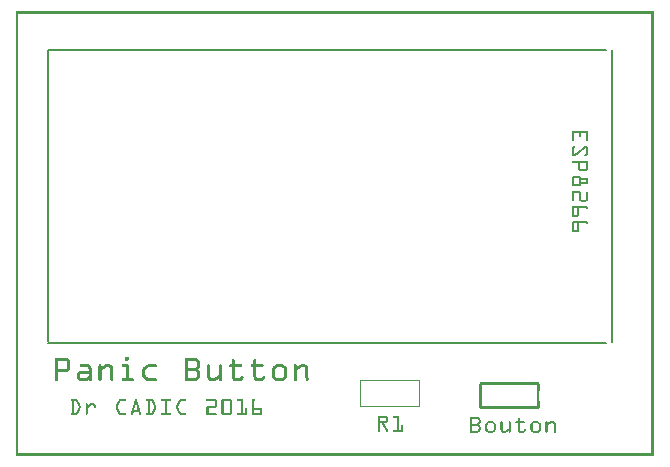
<source format=gto>
G04 MADE WITH FRITZING*
G04 WWW.FRITZING.ORG*
G04 DOUBLE SIDED*
G04 HOLES PLATED*
G04 CONTOUR ON CENTER OF CONTOUR VECTOR*
%ASAXBY*%
%FSLAX23Y23*%
%MOIN*%
%OFA0B0*%
%SFA1.0B1.0*%
%ADD10C,0.007960*%
%ADD11R,0.001000X0.001000*%
%LNSILK1*%
G90*
G70*
G54D10*
X1965Y1353D02*
X105Y1353D01*
D02*
X105Y378D02*
X1965Y378D01*
D02*
X105Y1353D02*
X105Y383D01*
D02*
X1986Y1353D02*
X1986Y381D01*
G54D11*
X0Y1483D02*
X2125Y1483D01*
X0Y1482D02*
X2125Y1482D01*
X0Y1481D02*
X2125Y1481D01*
X0Y1480D02*
X2125Y1480D01*
X0Y1479D02*
X2125Y1479D01*
X0Y1478D02*
X2125Y1478D01*
X0Y1477D02*
X2125Y1477D01*
X0Y1476D02*
X2125Y1476D01*
X0Y1475D02*
X7Y1475D01*
X2118Y1475D02*
X2125Y1475D01*
X0Y1474D02*
X7Y1474D01*
X2118Y1474D02*
X2125Y1474D01*
X0Y1473D02*
X7Y1473D01*
X2118Y1473D02*
X2125Y1473D01*
X0Y1472D02*
X7Y1472D01*
X2118Y1472D02*
X2125Y1472D01*
X0Y1471D02*
X7Y1471D01*
X2118Y1471D02*
X2125Y1471D01*
X0Y1470D02*
X7Y1470D01*
X2118Y1470D02*
X2125Y1470D01*
X0Y1469D02*
X7Y1469D01*
X2118Y1469D02*
X2125Y1469D01*
X0Y1468D02*
X7Y1468D01*
X2118Y1468D02*
X2125Y1468D01*
X0Y1467D02*
X7Y1467D01*
X2118Y1467D02*
X2125Y1467D01*
X0Y1466D02*
X7Y1466D01*
X2118Y1466D02*
X2125Y1466D01*
X0Y1465D02*
X7Y1465D01*
X2118Y1465D02*
X2125Y1465D01*
X0Y1464D02*
X7Y1464D01*
X2118Y1464D02*
X2125Y1464D01*
X0Y1463D02*
X7Y1463D01*
X2118Y1463D02*
X2125Y1463D01*
X0Y1462D02*
X7Y1462D01*
X2118Y1462D02*
X2125Y1462D01*
X0Y1461D02*
X7Y1461D01*
X2118Y1461D02*
X2125Y1461D01*
X0Y1460D02*
X7Y1460D01*
X2118Y1460D02*
X2125Y1460D01*
X0Y1459D02*
X7Y1459D01*
X2118Y1459D02*
X2125Y1459D01*
X0Y1458D02*
X7Y1458D01*
X2118Y1458D02*
X2125Y1458D01*
X0Y1457D02*
X7Y1457D01*
X2118Y1457D02*
X2125Y1457D01*
X0Y1456D02*
X7Y1456D01*
X2118Y1456D02*
X2125Y1456D01*
X0Y1455D02*
X7Y1455D01*
X2118Y1455D02*
X2125Y1455D01*
X0Y1454D02*
X7Y1454D01*
X2118Y1454D02*
X2125Y1454D01*
X0Y1453D02*
X7Y1453D01*
X2118Y1453D02*
X2125Y1453D01*
X0Y1452D02*
X7Y1452D01*
X2118Y1452D02*
X2125Y1452D01*
X0Y1451D02*
X7Y1451D01*
X2118Y1451D02*
X2125Y1451D01*
X0Y1450D02*
X7Y1450D01*
X2118Y1450D02*
X2125Y1450D01*
X0Y1449D02*
X7Y1449D01*
X2118Y1449D02*
X2125Y1449D01*
X0Y1448D02*
X7Y1448D01*
X2118Y1448D02*
X2125Y1448D01*
X0Y1447D02*
X7Y1447D01*
X2118Y1447D02*
X2125Y1447D01*
X0Y1446D02*
X7Y1446D01*
X2118Y1446D02*
X2125Y1446D01*
X0Y1445D02*
X7Y1445D01*
X2118Y1445D02*
X2125Y1445D01*
X0Y1444D02*
X7Y1444D01*
X2118Y1444D02*
X2125Y1444D01*
X0Y1443D02*
X7Y1443D01*
X2118Y1443D02*
X2125Y1443D01*
X0Y1442D02*
X7Y1442D01*
X2118Y1442D02*
X2125Y1442D01*
X0Y1441D02*
X7Y1441D01*
X2118Y1441D02*
X2125Y1441D01*
X0Y1440D02*
X7Y1440D01*
X2118Y1440D02*
X2125Y1440D01*
X0Y1439D02*
X7Y1439D01*
X2118Y1439D02*
X2125Y1439D01*
X0Y1438D02*
X7Y1438D01*
X2118Y1438D02*
X2125Y1438D01*
X0Y1437D02*
X7Y1437D01*
X2118Y1437D02*
X2125Y1437D01*
X0Y1436D02*
X7Y1436D01*
X2118Y1436D02*
X2125Y1436D01*
X0Y1435D02*
X7Y1435D01*
X2118Y1435D02*
X2125Y1435D01*
X0Y1434D02*
X7Y1434D01*
X2118Y1434D02*
X2125Y1434D01*
X0Y1433D02*
X7Y1433D01*
X2118Y1433D02*
X2125Y1433D01*
X0Y1432D02*
X7Y1432D01*
X2118Y1432D02*
X2125Y1432D01*
X0Y1431D02*
X7Y1431D01*
X2118Y1431D02*
X2125Y1431D01*
X0Y1430D02*
X7Y1430D01*
X2118Y1430D02*
X2125Y1430D01*
X0Y1429D02*
X7Y1429D01*
X2118Y1429D02*
X2125Y1429D01*
X0Y1428D02*
X7Y1428D01*
X2118Y1428D02*
X2125Y1428D01*
X0Y1427D02*
X7Y1427D01*
X2118Y1427D02*
X2125Y1427D01*
X0Y1426D02*
X7Y1426D01*
X2118Y1426D02*
X2125Y1426D01*
X0Y1425D02*
X7Y1425D01*
X2118Y1425D02*
X2125Y1425D01*
X0Y1424D02*
X7Y1424D01*
X2118Y1424D02*
X2125Y1424D01*
X0Y1423D02*
X7Y1423D01*
X2118Y1423D02*
X2125Y1423D01*
X0Y1422D02*
X7Y1422D01*
X2118Y1422D02*
X2125Y1422D01*
X0Y1421D02*
X7Y1421D01*
X2118Y1421D02*
X2125Y1421D01*
X0Y1420D02*
X7Y1420D01*
X2118Y1420D02*
X2125Y1420D01*
X0Y1419D02*
X7Y1419D01*
X2118Y1419D02*
X2125Y1419D01*
X0Y1418D02*
X7Y1418D01*
X2118Y1418D02*
X2125Y1418D01*
X0Y1417D02*
X7Y1417D01*
X2118Y1417D02*
X2125Y1417D01*
X0Y1416D02*
X7Y1416D01*
X2118Y1416D02*
X2125Y1416D01*
X0Y1415D02*
X7Y1415D01*
X2118Y1415D02*
X2125Y1415D01*
X0Y1414D02*
X7Y1414D01*
X2118Y1414D02*
X2125Y1414D01*
X0Y1413D02*
X7Y1413D01*
X2118Y1413D02*
X2125Y1413D01*
X0Y1412D02*
X7Y1412D01*
X2118Y1412D02*
X2125Y1412D01*
X0Y1411D02*
X7Y1411D01*
X2118Y1411D02*
X2125Y1411D01*
X0Y1410D02*
X7Y1410D01*
X2118Y1410D02*
X2125Y1410D01*
X0Y1409D02*
X7Y1409D01*
X2118Y1409D02*
X2125Y1409D01*
X0Y1408D02*
X7Y1408D01*
X2118Y1408D02*
X2125Y1408D01*
X0Y1407D02*
X7Y1407D01*
X2118Y1407D02*
X2125Y1407D01*
X0Y1406D02*
X7Y1406D01*
X2118Y1406D02*
X2125Y1406D01*
X0Y1405D02*
X7Y1405D01*
X2118Y1405D02*
X2125Y1405D01*
X0Y1404D02*
X7Y1404D01*
X2118Y1404D02*
X2125Y1404D01*
X0Y1403D02*
X7Y1403D01*
X2118Y1403D02*
X2125Y1403D01*
X0Y1402D02*
X7Y1402D01*
X2118Y1402D02*
X2125Y1402D01*
X0Y1401D02*
X7Y1401D01*
X2118Y1401D02*
X2125Y1401D01*
X0Y1400D02*
X7Y1400D01*
X2118Y1400D02*
X2125Y1400D01*
X0Y1399D02*
X7Y1399D01*
X2118Y1399D02*
X2125Y1399D01*
X0Y1398D02*
X7Y1398D01*
X2118Y1398D02*
X2125Y1398D01*
X0Y1397D02*
X7Y1397D01*
X2118Y1397D02*
X2125Y1397D01*
X0Y1396D02*
X7Y1396D01*
X2118Y1396D02*
X2125Y1396D01*
X0Y1395D02*
X7Y1395D01*
X2118Y1395D02*
X2125Y1395D01*
X0Y1394D02*
X7Y1394D01*
X2118Y1394D02*
X2125Y1394D01*
X0Y1393D02*
X7Y1393D01*
X2118Y1393D02*
X2125Y1393D01*
X0Y1392D02*
X7Y1392D01*
X2118Y1392D02*
X2125Y1392D01*
X0Y1391D02*
X7Y1391D01*
X2118Y1391D02*
X2125Y1391D01*
X0Y1390D02*
X7Y1390D01*
X2118Y1390D02*
X2125Y1390D01*
X0Y1389D02*
X7Y1389D01*
X2118Y1389D02*
X2125Y1389D01*
X0Y1388D02*
X7Y1388D01*
X2118Y1388D02*
X2125Y1388D01*
X0Y1387D02*
X7Y1387D01*
X2118Y1387D02*
X2125Y1387D01*
X0Y1386D02*
X7Y1386D01*
X2118Y1386D02*
X2125Y1386D01*
X0Y1385D02*
X7Y1385D01*
X2118Y1385D02*
X2125Y1385D01*
X0Y1384D02*
X7Y1384D01*
X2118Y1384D02*
X2125Y1384D01*
X0Y1383D02*
X7Y1383D01*
X2118Y1383D02*
X2125Y1383D01*
X0Y1382D02*
X7Y1382D01*
X2118Y1382D02*
X2125Y1382D01*
X0Y1381D02*
X7Y1381D01*
X2118Y1381D02*
X2125Y1381D01*
X0Y1380D02*
X7Y1380D01*
X2118Y1380D02*
X2125Y1380D01*
X0Y1379D02*
X7Y1379D01*
X2118Y1379D02*
X2125Y1379D01*
X0Y1378D02*
X7Y1378D01*
X2118Y1378D02*
X2125Y1378D01*
X0Y1377D02*
X7Y1377D01*
X2118Y1377D02*
X2125Y1377D01*
X0Y1376D02*
X7Y1376D01*
X2118Y1376D02*
X2125Y1376D01*
X0Y1375D02*
X7Y1375D01*
X2118Y1375D02*
X2125Y1375D01*
X0Y1374D02*
X7Y1374D01*
X2118Y1374D02*
X2125Y1374D01*
X0Y1373D02*
X7Y1373D01*
X2118Y1373D02*
X2125Y1373D01*
X0Y1372D02*
X7Y1372D01*
X2118Y1372D02*
X2125Y1372D01*
X0Y1371D02*
X7Y1371D01*
X2118Y1371D02*
X2125Y1371D01*
X0Y1370D02*
X7Y1370D01*
X2118Y1370D02*
X2125Y1370D01*
X0Y1369D02*
X7Y1369D01*
X2118Y1369D02*
X2125Y1369D01*
X0Y1368D02*
X7Y1368D01*
X2118Y1368D02*
X2125Y1368D01*
X0Y1367D02*
X7Y1367D01*
X2118Y1367D02*
X2125Y1367D01*
X0Y1366D02*
X7Y1366D01*
X2118Y1366D02*
X2125Y1366D01*
X0Y1365D02*
X7Y1365D01*
X2118Y1365D02*
X2125Y1365D01*
X0Y1364D02*
X7Y1364D01*
X2118Y1364D02*
X2125Y1364D01*
X0Y1363D02*
X7Y1363D01*
X2118Y1363D02*
X2125Y1363D01*
X0Y1362D02*
X7Y1362D01*
X2118Y1362D02*
X2125Y1362D01*
X0Y1361D02*
X7Y1361D01*
X2118Y1361D02*
X2125Y1361D01*
X0Y1360D02*
X7Y1360D01*
X2118Y1360D02*
X2125Y1360D01*
X0Y1359D02*
X7Y1359D01*
X2118Y1359D02*
X2125Y1359D01*
X0Y1358D02*
X7Y1358D01*
X2118Y1358D02*
X2125Y1358D01*
X0Y1357D02*
X7Y1357D01*
X2118Y1357D02*
X2125Y1357D01*
X0Y1356D02*
X7Y1356D01*
X2118Y1356D02*
X2125Y1356D01*
X0Y1355D02*
X7Y1355D01*
X2118Y1355D02*
X2125Y1355D01*
X0Y1354D02*
X7Y1354D01*
X2118Y1354D02*
X2125Y1354D01*
X0Y1353D02*
X7Y1353D01*
X2118Y1353D02*
X2125Y1353D01*
X0Y1352D02*
X7Y1352D01*
X2118Y1352D02*
X2125Y1352D01*
X0Y1351D02*
X7Y1351D01*
X2118Y1351D02*
X2125Y1351D01*
X0Y1350D02*
X7Y1350D01*
X2118Y1350D02*
X2125Y1350D01*
X0Y1349D02*
X7Y1349D01*
X2118Y1349D02*
X2125Y1349D01*
X0Y1348D02*
X7Y1348D01*
X2118Y1348D02*
X2125Y1348D01*
X0Y1347D02*
X7Y1347D01*
X2118Y1347D02*
X2125Y1347D01*
X0Y1346D02*
X7Y1346D01*
X2118Y1346D02*
X2125Y1346D01*
X0Y1345D02*
X7Y1345D01*
X2118Y1345D02*
X2125Y1345D01*
X0Y1344D02*
X7Y1344D01*
X2118Y1344D02*
X2125Y1344D01*
X0Y1343D02*
X7Y1343D01*
X2118Y1343D02*
X2125Y1343D01*
X0Y1342D02*
X7Y1342D01*
X2118Y1342D02*
X2125Y1342D01*
X0Y1341D02*
X7Y1341D01*
X2118Y1341D02*
X2125Y1341D01*
X0Y1340D02*
X7Y1340D01*
X2118Y1340D02*
X2125Y1340D01*
X0Y1339D02*
X7Y1339D01*
X2118Y1339D02*
X2125Y1339D01*
X0Y1338D02*
X7Y1338D01*
X2118Y1338D02*
X2125Y1338D01*
X0Y1337D02*
X7Y1337D01*
X2118Y1337D02*
X2125Y1337D01*
X0Y1336D02*
X7Y1336D01*
X2118Y1336D02*
X2125Y1336D01*
X0Y1335D02*
X7Y1335D01*
X2118Y1335D02*
X2125Y1335D01*
X0Y1334D02*
X7Y1334D01*
X2118Y1334D02*
X2125Y1334D01*
X0Y1333D02*
X7Y1333D01*
X2118Y1333D02*
X2125Y1333D01*
X0Y1332D02*
X7Y1332D01*
X2118Y1332D02*
X2125Y1332D01*
X0Y1331D02*
X7Y1331D01*
X2118Y1331D02*
X2125Y1331D01*
X0Y1330D02*
X7Y1330D01*
X2118Y1330D02*
X2125Y1330D01*
X0Y1329D02*
X7Y1329D01*
X2118Y1329D02*
X2125Y1329D01*
X0Y1328D02*
X7Y1328D01*
X2118Y1328D02*
X2125Y1328D01*
X0Y1327D02*
X7Y1327D01*
X2118Y1327D02*
X2125Y1327D01*
X0Y1326D02*
X7Y1326D01*
X2118Y1326D02*
X2125Y1326D01*
X0Y1325D02*
X7Y1325D01*
X2118Y1325D02*
X2125Y1325D01*
X0Y1324D02*
X7Y1324D01*
X2118Y1324D02*
X2125Y1324D01*
X0Y1323D02*
X7Y1323D01*
X2118Y1323D02*
X2125Y1323D01*
X0Y1322D02*
X7Y1322D01*
X2118Y1322D02*
X2125Y1322D01*
X0Y1321D02*
X7Y1321D01*
X2118Y1321D02*
X2125Y1321D01*
X0Y1320D02*
X7Y1320D01*
X2118Y1320D02*
X2125Y1320D01*
X0Y1319D02*
X7Y1319D01*
X2118Y1319D02*
X2125Y1319D01*
X0Y1318D02*
X7Y1318D01*
X2118Y1318D02*
X2125Y1318D01*
X0Y1317D02*
X7Y1317D01*
X2118Y1317D02*
X2125Y1317D01*
X0Y1316D02*
X7Y1316D01*
X2118Y1316D02*
X2125Y1316D01*
X0Y1315D02*
X7Y1315D01*
X2118Y1315D02*
X2125Y1315D01*
X0Y1314D02*
X7Y1314D01*
X2118Y1314D02*
X2125Y1314D01*
X0Y1313D02*
X7Y1313D01*
X2118Y1313D02*
X2125Y1313D01*
X0Y1312D02*
X7Y1312D01*
X2118Y1312D02*
X2125Y1312D01*
X0Y1311D02*
X7Y1311D01*
X2118Y1311D02*
X2125Y1311D01*
X0Y1310D02*
X7Y1310D01*
X2118Y1310D02*
X2125Y1310D01*
X0Y1309D02*
X7Y1309D01*
X2118Y1309D02*
X2125Y1309D01*
X0Y1308D02*
X7Y1308D01*
X2118Y1308D02*
X2125Y1308D01*
X0Y1307D02*
X7Y1307D01*
X2118Y1307D02*
X2125Y1307D01*
X0Y1306D02*
X7Y1306D01*
X2118Y1306D02*
X2125Y1306D01*
X0Y1305D02*
X7Y1305D01*
X2118Y1305D02*
X2125Y1305D01*
X0Y1304D02*
X7Y1304D01*
X2118Y1304D02*
X2125Y1304D01*
X0Y1303D02*
X7Y1303D01*
X2118Y1303D02*
X2125Y1303D01*
X0Y1302D02*
X7Y1302D01*
X2118Y1302D02*
X2125Y1302D01*
X0Y1301D02*
X7Y1301D01*
X2118Y1301D02*
X2125Y1301D01*
X0Y1300D02*
X7Y1300D01*
X2118Y1300D02*
X2125Y1300D01*
X0Y1299D02*
X7Y1299D01*
X2118Y1299D02*
X2125Y1299D01*
X0Y1298D02*
X7Y1298D01*
X2118Y1298D02*
X2125Y1298D01*
X0Y1297D02*
X7Y1297D01*
X2118Y1297D02*
X2125Y1297D01*
X0Y1296D02*
X7Y1296D01*
X2118Y1296D02*
X2125Y1296D01*
X0Y1295D02*
X7Y1295D01*
X2118Y1295D02*
X2125Y1295D01*
X0Y1294D02*
X7Y1294D01*
X2118Y1294D02*
X2125Y1294D01*
X0Y1293D02*
X7Y1293D01*
X2118Y1293D02*
X2125Y1293D01*
X0Y1292D02*
X7Y1292D01*
X2118Y1292D02*
X2125Y1292D01*
X0Y1291D02*
X7Y1291D01*
X2118Y1291D02*
X2125Y1291D01*
X0Y1290D02*
X7Y1290D01*
X2118Y1290D02*
X2125Y1290D01*
X0Y1289D02*
X7Y1289D01*
X2118Y1289D02*
X2125Y1289D01*
X0Y1288D02*
X7Y1288D01*
X2118Y1288D02*
X2125Y1288D01*
X0Y1287D02*
X7Y1287D01*
X2118Y1287D02*
X2125Y1287D01*
X0Y1286D02*
X7Y1286D01*
X2118Y1286D02*
X2125Y1286D01*
X0Y1285D02*
X7Y1285D01*
X2118Y1285D02*
X2125Y1285D01*
X0Y1284D02*
X7Y1284D01*
X2118Y1284D02*
X2125Y1284D01*
X0Y1283D02*
X7Y1283D01*
X2118Y1283D02*
X2125Y1283D01*
X0Y1282D02*
X7Y1282D01*
X2118Y1282D02*
X2125Y1282D01*
X0Y1281D02*
X7Y1281D01*
X2118Y1281D02*
X2125Y1281D01*
X0Y1280D02*
X7Y1280D01*
X2118Y1280D02*
X2125Y1280D01*
X0Y1279D02*
X7Y1279D01*
X2118Y1279D02*
X2125Y1279D01*
X0Y1278D02*
X7Y1278D01*
X2118Y1278D02*
X2125Y1278D01*
X0Y1277D02*
X7Y1277D01*
X2118Y1277D02*
X2125Y1277D01*
X0Y1276D02*
X7Y1276D01*
X2118Y1276D02*
X2125Y1276D01*
X0Y1275D02*
X7Y1275D01*
X2118Y1275D02*
X2125Y1275D01*
X0Y1274D02*
X7Y1274D01*
X2118Y1274D02*
X2125Y1274D01*
X0Y1273D02*
X7Y1273D01*
X2118Y1273D02*
X2125Y1273D01*
X0Y1272D02*
X7Y1272D01*
X2118Y1272D02*
X2125Y1272D01*
X0Y1271D02*
X7Y1271D01*
X2118Y1271D02*
X2125Y1271D01*
X0Y1270D02*
X7Y1270D01*
X2118Y1270D02*
X2125Y1270D01*
X0Y1269D02*
X7Y1269D01*
X2118Y1269D02*
X2125Y1269D01*
X0Y1268D02*
X7Y1268D01*
X2118Y1268D02*
X2125Y1268D01*
X0Y1267D02*
X7Y1267D01*
X2118Y1267D02*
X2125Y1267D01*
X0Y1266D02*
X7Y1266D01*
X2118Y1266D02*
X2125Y1266D01*
X0Y1265D02*
X7Y1265D01*
X2118Y1265D02*
X2125Y1265D01*
X0Y1264D02*
X7Y1264D01*
X2118Y1264D02*
X2125Y1264D01*
X0Y1263D02*
X7Y1263D01*
X2118Y1263D02*
X2125Y1263D01*
X0Y1262D02*
X7Y1262D01*
X2118Y1262D02*
X2125Y1262D01*
X0Y1261D02*
X7Y1261D01*
X2118Y1261D02*
X2125Y1261D01*
X0Y1260D02*
X7Y1260D01*
X2118Y1260D02*
X2125Y1260D01*
X0Y1259D02*
X7Y1259D01*
X2118Y1259D02*
X2125Y1259D01*
X0Y1258D02*
X7Y1258D01*
X2118Y1258D02*
X2125Y1258D01*
X0Y1257D02*
X7Y1257D01*
X2118Y1257D02*
X2125Y1257D01*
X0Y1256D02*
X7Y1256D01*
X2118Y1256D02*
X2125Y1256D01*
X0Y1255D02*
X7Y1255D01*
X2118Y1255D02*
X2125Y1255D01*
X0Y1254D02*
X7Y1254D01*
X2118Y1254D02*
X2125Y1254D01*
X0Y1253D02*
X7Y1253D01*
X2118Y1253D02*
X2125Y1253D01*
X0Y1252D02*
X7Y1252D01*
X2118Y1252D02*
X2125Y1252D01*
X0Y1251D02*
X7Y1251D01*
X2118Y1251D02*
X2125Y1251D01*
X0Y1250D02*
X7Y1250D01*
X2118Y1250D02*
X2125Y1250D01*
X0Y1249D02*
X7Y1249D01*
X2118Y1249D02*
X2125Y1249D01*
X0Y1248D02*
X7Y1248D01*
X2118Y1248D02*
X2125Y1248D01*
X0Y1247D02*
X7Y1247D01*
X2118Y1247D02*
X2125Y1247D01*
X0Y1246D02*
X7Y1246D01*
X2118Y1246D02*
X2125Y1246D01*
X0Y1245D02*
X7Y1245D01*
X2118Y1245D02*
X2125Y1245D01*
X0Y1244D02*
X7Y1244D01*
X2118Y1244D02*
X2125Y1244D01*
X0Y1243D02*
X7Y1243D01*
X2118Y1243D02*
X2125Y1243D01*
X0Y1242D02*
X7Y1242D01*
X2118Y1242D02*
X2125Y1242D01*
X0Y1241D02*
X7Y1241D01*
X2118Y1241D02*
X2125Y1241D01*
X0Y1240D02*
X7Y1240D01*
X2118Y1240D02*
X2125Y1240D01*
X0Y1239D02*
X7Y1239D01*
X2118Y1239D02*
X2125Y1239D01*
X0Y1238D02*
X7Y1238D01*
X2118Y1238D02*
X2125Y1238D01*
X0Y1237D02*
X7Y1237D01*
X2118Y1237D02*
X2125Y1237D01*
X0Y1236D02*
X7Y1236D01*
X2118Y1236D02*
X2125Y1236D01*
X0Y1235D02*
X7Y1235D01*
X2118Y1235D02*
X2125Y1235D01*
X0Y1234D02*
X7Y1234D01*
X2118Y1234D02*
X2125Y1234D01*
X0Y1233D02*
X7Y1233D01*
X2118Y1233D02*
X2125Y1233D01*
X0Y1232D02*
X7Y1232D01*
X2118Y1232D02*
X2125Y1232D01*
X0Y1231D02*
X7Y1231D01*
X2118Y1231D02*
X2125Y1231D01*
X0Y1230D02*
X7Y1230D01*
X2118Y1230D02*
X2125Y1230D01*
X0Y1229D02*
X7Y1229D01*
X2118Y1229D02*
X2125Y1229D01*
X0Y1228D02*
X7Y1228D01*
X2118Y1228D02*
X2125Y1228D01*
X0Y1227D02*
X7Y1227D01*
X2118Y1227D02*
X2125Y1227D01*
X0Y1226D02*
X7Y1226D01*
X2118Y1226D02*
X2125Y1226D01*
X0Y1225D02*
X7Y1225D01*
X2118Y1225D02*
X2125Y1225D01*
X0Y1224D02*
X7Y1224D01*
X2118Y1224D02*
X2125Y1224D01*
X0Y1223D02*
X7Y1223D01*
X2118Y1223D02*
X2125Y1223D01*
X0Y1222D02*
X7Y1222D01*
X2118Y1222D02*
X2125Y1222D01*
X0Y1221D02*
X7Y1221D01*
X2118Y1221D02*
X2125Y1221D01*
X0Y1220D02*
X7Y1220D01*
X2118Y1220D02*
X2125Y1220D01*
X0Y1219D02*
X7Y1219D01*
X2118Y1219D02*
X2125Y1219D01*
X0Y1218D02*
X7Y1218D01*
X2118Y1218D02*
X2125Y1218D01*
X0Y1217D02*
X7Y1217D01*
X2118Y1217D02*
X2125Y1217D01*
X0Y1216D02*
X7Y1216D01*
X2118Y1216D02*
X2125Y1216D01*
X0Y1215D02*
X7Y1215D01*
X2118Y1215D02*
X2125Y1215D01*
X0Y1214D02*
X7Y1214D01*
X2118Y1214D02*
X2125Y1214D01*
X0Y1213D02*
X7Y1213D01*
X2118Y1213D02*
X2125Y1213D01*
X0Y1212D02*
X7Y1212D01*
X2118Y1212D02*
X2125Y1212D01*
X0Y1211D02*
X7Y1211D01*
X2118Y1211D02*
X2125Y1211D01*
X0Y1210D02*
X7Y1210D01*
X2118Y1210D02*
X2125Y1210D01*
X0Y1209D02*
X7Y1209D01*
X2118Y1209D02*
X2125Y1209D01*
X0Y1208D02*
X7Y1208D01*
X2118Y1208D02*
X2125Y1208D01*
X0Y1207D02*
X7Y1207D01*
X2118Y1207D02*
X2125Y1207D01*
X0Y1206D02*
X7Y1206D01*
X2118Y1206D02*
X2125Y1206D01*
X0Y1205D02*
X7Y1205D01*
X2118Y1205D02*
X2125Y1205D01*
X0Y1204D02*
X7Y1204D01*
X2118Y1204D02*
X2125Y1204D01*
X0Y1203D02*
X7Y1203D01*
X2118Y1203D02*
X2125Y1203D01*
X0Y1202D02*
X7Y1202D01*
X2118Y1202D02*
X2125Y1202D01*
X0Y1201D02*
X7Y1201D01*
X2118Y1201D02*
X2125Y1201D01*
X0Y1200D02*
X7Y1200D01*
X2118Y1200D02*
X2125Y1200D01*
X0Y1199D02*
X7Y1199D01*
X2118Y1199D02*
X2125Y1199D01*
X0Y1198D02*
X7Y1198D01*
X2118Y1198D02*
X2125Y1198D01*
X0Y1197D02*
X7Y1197D01*
X2118Y1197D02*
X2125Y1197D01*
X0Y1196D02*
X7Y1196D01*
X2118Y1196D02*
X2125Y1196D01*
X0Y1195D02*
X7Y1195D01*
X2118Y1195D02*
X2125Y1195D01*
X0Y1194D02*
X7Y1194D01*
X2118Y1194D02*
X2125Y1194D01*
X0Y1193D02*
X7Y1193D01*
X2118Y1193D02*
X2125Y1193D01*
X0Y1192D02*
X7Y1192D01*
X2118Y1192D02*
X2125Y1192D01*
X0Y1191D02*
X7Y1191D01*
X2118Y1191D02*
X2125Y1191D01*
X0Y1190D02*
X7Y1190D01*
X2118Y1190D02*
X2125Y1190D01*
X0Y1189D02*
X7Y1189D01*
X2118Y1189D02*
X2125Y1189D01*
X0Y1188D02*
X7Y1188D01*
X2118Y1188D02*
X2125Y1188D01*
X0Y1187D02*
X7Y1187D01*
X2118Y1187D02*
X2125Y1187D01*
X0Y1186D02*
X7Y1186D01*
X2118Y1186D02*
X2125Y1186D01*
X0Y1185D02*
X7Y1185D01*
X2118Y1185D02*
X2125Y1185D01*
X0Y1184D02*
X7Y1184D01*
X2118Y1184D02*
X2125Y1184D01*
X0Y1183D02*
X7Y1183D01*
X2118Y1183D02*
X2125Y1183D01*
X0Y1182D02*
X7Y1182D01*
X2118Y1182D02*
X2125Y1182D01*
X0Y1181D02*
X7Y1181D01*
X2118Y1181D02*
X2125Y1181D01*
X0Y1180D02*
X7Y1180D01*
X2118Y1180D02*
X2125Y1180D01*
X0Y1179D02*
X7Y1179D01*
X2118Y1179D02*
X2125Y1179D01*
X0Y1178D02*
X7Y1178D01*
X2118Y1178D02*
X2125Y1178D01*
X0Y1177D02*
X7Y1177D01*
X2118Y1177D02*
X2125Y1177D01*
X0Y1176D02*
X7Y1176D01*
X2118Y1176D02*
X2125Y1176D01*
X0Y1175D02*
X7Y1175D01*
X2118Y1175D02*
X2125Y1175D01*
X0Y1174D02*
X7Y1174D01*
X2118Y1174D02*
X2125Y1174D01*
X0Y1173D02*
X7Y1173D01*
X2118Y1173D02*
X2125Y1173D01*
X0Y1172D02*
X7Y1172D01*
X2118Y1172D02*
X2125Y1172D01*
X0Y1171D02*
X7Y1171D01*
X2118Y1171D02*
X2125Y1171D01*
X0Y1170D02*
X7Y1170D01*
X2118Y1170D02*
X2125Y1170D01*
X0Y1169D02*
X7Y1169D01*
X2118Y1169D02*
X2125Y1169D01*
X0Y1168D02*
X7Y1168D01*
X2118Y1168D02*
X2125Y1168D01*
X0Y1167D02*
X7Y1167D01*
X2118Y1167D02*
X2125Y1167D01*
X0Y1166D02*
X7Y1166D01*
X2118Y1166D02*
X2125Y1166D01*
X0Y1165D02*
X7Y1165D01*
X2118Y1165D02*
X2125Y1165D01*
X0Y1164D02*
X7Y1164D01*
X2118Y1164D02*
X2125Y1164D01*
X0Y1163D02*
X7Y1163D01*
X2118Y1163D02*
X2125Y1163D01*
X0Y1162D02*
X7Y1162D01*
X2118Y1162D02*
X2125Y1162D01*
X0Y1161D02*
X7Y1161D01*
X2118Y1161D02*
X2125Y1161D01*
X0Y1160D02*
X7Y1160D01*
X2118Y1160D02*
X2125Y1160D01*
X0Y1159D02*
X7Y1159D01*
X2118Y1159D02*
X2125Y1159D01*
X0Y1158D02*
X7Y1158D01*
X2118Y1158D02*
X2125Y1158D01*
X0Y1157D02*
X7Y1157D01*
X2118Y1157D02*
X2125Y1157D01*
X0Y1156D02*
X7Y1156D01*
X2118Y1156D02*
X2125Y1156D01*
X0Y1155D02*
X7Y1155D01*
X2118Y1155D02*
X2125Y1155D01*
X0Y1154D02*
X7Y1154D01*
X2118Y1154D02*
X2125Y1154D01*
X0Y1153D02*
X7Y1153D01*
X2118Y1153D02*
X2125Y1153D01*
X0Y1152D02*
X7Y1152D01*
X2118Y1152D02*
X2125Y1152D01*
X0Y1151D02*
X7Y1151D01*
X2118Y1151D02*
X2125Y1151D01*
X0Y1150D02*
X7Y1150D01*
X2118Y1150D02*
X2125Y1150D01*
X0Y1149D02*
X7Y1149D01*
X2118Y1149D02*
X2125Y1149D01*
X0Y1148D02*
X7Y1148D01*
X2118Y1148D02*
X2125Y1148D01*
X0Y1147D02*
X7Y1147D01*
X2118Y1147D02*
X2125Y1147D01*
X0Y1146D02*
X7Y1146D01*
X2118Y1146D02*
X2125Y1146D01*
X0Y1145D02*
X7Y1145D01*
X2118Y1145D02*
X2125Y1145D01*
X0Y1144D02*
X7Y1144D01*
X2118Y1144D02*
X2125Y1144D01*
X0Y1143D02*
X7Y1143D01*
X2118Y1143D02*
X2125Y1143D01*
X0Y1142D02*
X7Y1142D01*
X2118Y1142D02*
X2125Y1142D01*
X0Y1141D02*
X7Y1141D01*
X2118Y1141D02*
X2125Y1141D01*
X0Y1140D02*
X7Y1140D01*
X2118Y1140D02*
X2125Y1140D01*
X0Y1139D02*
X7Y1139D01*
X2118Y1139D02*
X2125Y1139D01*
X0Y1138D02*
X7Y1138D01*
X2118Y1138D02*
X2125Y1138D01*
X0Y1137D02*
X7Y1137D01*
X2118Y1137D02*
X2125Y1137D01*
X0Y1136D02*
X7Y1136D01*
X2118Y1136D02*
X2125Y1136D01*
X0Y1135D02*
X7Y1135D01*
X2118Y1135D02*
X2125Y1135D01*
X0Y1134D02*
X7Y1134D01*
X2118Y1134D02*
X2125Y1134D01*
X0Y1133D02*
X7Y1133D01*
X2118Y1133D02*
X2125Y1133D01*
X0Y1132D02*
X7Y1132D01*
X2118Y1132D02*
X2125Y1132D01*
X0Y1131D02*
X7Y1131D01*
X2118Y1131D02*
X2125Y1131D01*
X0Y1130D02*
X7Y1130D01*
X2118Y1130D02*
X2125Y1130D01*
X0Y1129D02*
X7Y1129D01*
X2118Y1129D02*
X2125Y1129D01*
X0Y1128D02*
X7Y1128D01*
X2118Y1128D02*
X2125Y1128D01*
X0Y1127D02*
X7Y1127D01*
X2118Y1127D02*
X2125Y1127D01*
X0Y1126D02*
X7Y1126D01*
X2118Y1126D02*
X2125Y1126D01*
X0Y1125D02*
X7Y1125D01*
X2118Y1125D02*
X2125Y1125D01*
X0Y1124D02*
X7Y1124D01*
X2118Y1124D02*
X2125Y1124D01*
X0Y1123D02*
X7Y1123D01*
X2118Y1123D02*
X2125Y1123D01*
X0Y1122D02*
X7Y1122D01*
X2118Y1122D02*
X2125Y1122D01*
X0Y1121D02*
X7Y1121D01*
X2118Y1121D02*
X2125Y1121D01*
X0Y1120D02*
X7Y1120D01*
X2118Y1120D02*
X2125Y1120D01*
X0Y1119D02*
X7Y1119D01*
X2118Y1119D02*
X2125Y1119D01*
X0Y1118D02*
X7Y1118D01*
X2118Y1118D02*
X2125Y1118D01*
X0Y1117D02*
X7Y1117D01*
X2118Y1117D02*
X2125Y1117D01*
X0Y1116D02*
X7Y1116D01*
X2118Y1116D02*
X2125Y1116D01*
X0Y1115D02*
X7Y1115D01*
X2118Y1115D02*
X2125Y1115D01*
X0Y1114D02*
X7Y1114D01*
X2118Y1114D02*
X2125Y1114D01*
X0Y1113D02*
X7Y1113D01*
X2118Y1113D02*
X2125Y1113D01*
X0Y1112D02*
X7Y1112D01*
X2118Y1112D02*
X2125Y1112D01*
X0Y1111D02*
X7Y1111D01*
X2118Y1111D02*
X2125Y1111D01*
X0Y1110D02*
X7Y1110D01*
X2118Y1110D02*
X2125Y1110D01*
X0Y1109D02*
X7Y1109D01*
X2118Y1109D02*
X2125Y1109D01*
X0Y1108D02*
X7Y1108D01*
X2118Y1108D02*
X2125Y1108D01*
X0Y1107D02*
X7Y1107D01*
X2118Y1107D02*
X2125Y1107D01*
X0Y1106D02*
X7Y1106D01*
X2118Y1106D02*
X2125Y1106D01*
X0Y1105D02*
X7Y1105D01*
X2118Y1105D02*
X2125Y1105D01*
X0Y1104D02*
X7Y1104D01*
X2118Y1104D02*
X2125Y1104D01*
X0Y1103D02*
X7Y1103D01*
X2118Y1103D02*
X2125Y1103D01*
X0Y1102D02*
X7Y1102D01*
X2118Y1102D02*
X2125Y1102D01*
X0Y1101D02*
X7Y1101D01*
X2118Y1101D02*
X2125Y1101D01*
X0Y1100D02*
X7Y1100D01*
X2118Y1100D02*
X2125Y1100D01*
X0Y1099D02*
X7Y1099D01*
X2118Y1099D02*
X2125Y1099D01*
X0Y1098D02*
X7Y1098D01*
X2118Y1098D02*
X2125Y1098D01*
X0Y1097D02*
X7Y1097D01*
X2118Y1097D02*
X2125Y1097D01*
X0Y1096D02*
X7Y1096D01*
X2118Y1096D02*
X2125Y1096D01*
X0Y1095D02*
X7Y1095D01*
X2118Y1095D02*
X2125Y1095D01*
X0Y1094D02*
X7Y1094D01*
X2118Y1094D02*
X2125Y1094D01*
X0Y1093D02*
X7Y1093D01*
X2118Y1093D02*
X2125Y1093D01*
X0Y1092D02*
X7Y1092D01*
X2118Y1092D02*
X2125Y1092D01*
X0Y1091D02*
X7Y1091D01*
X2118Y1091D02*
X2125Y1091D01*
X0Y1090D02*
X7Y1090D01*
X2118Y1090D02*
X2125Y1090D01*
X0Y1089D02*
X7Y1089D01*
X2118Y1089D02*
X2125Y1089D01*
X0Y1088D02*
X7Y1088D01*
X2118Y1088D02*
X2125Y1088D01*
X0Y1087D02*
X7Y1087D01*
X2118Y1087D02*
X2125Y1087D01*
X0Y1086D02*
X7Y1086D01*
X2118Y1086D02*
X2125Y1086D01*
X0Y1085D02*
X7Y1085D01*
X2118Y1085D02*
X2125Y1085D01*
X0Y1084D02*
X7Y1084D01*
X1853Y1084D02*
X1906Y1084D01*
X2118Y1084D02*
X2125Y1084D01*
X0Y1083D02*
X7Y1083D01*
X1853Y1083D02*
X1906Y1083D01*
X2118Y1083D02*
X2125Y1083D01*
X0Y1082D02*
X7Y1082D01*
X1853Y1082D02*
X1906Y1082D01*
X2118Y1082D02*
X2125Y1082D01*
X0Y1081D02*
X7Y1081D01*
X1853Y1081D02*
X1906Y1081D01*
X2118Y1081D02*
X2125Y1081D01*
X0Y1080D02*
X7Y1080D01*
X1853Y1080D02*
X1906Y1080D01*
X2118Y1080D02*
X2125Y1080D01*
X0Y1079D02*
X7Y1079D01*
X1853Y1079D02*
X1906Y1079D01*
X2118Y1079D02*
X2125Y1079D01*
X0Y1078D02*
X7Y1078D01*
X1853Y1078D02*
X1906Y1078D01*
X2118Y1078D02*
X2125Y1078D01*
X0Y1077D02*
X7Y1077D01*
X1853Y1077D02*
X1859Y1077D01*
X1876Y1077D02*
X1883Y1077D01*
X1900Y1077D02*
X1906Y1077D01*
X2118Y1077D02*
X2125Y1077D01*
X0Y1076D02*
X7Y1076D01*
X1853Y1076D02*
X1859Y1076D01*
X1876Y1076D02*
X1882Y1076D01*
X1900Y1076D02*
X1906Y1076D01*
X2118Y1076D02*
X2125Y1076D01*
X0Y1075D02*
X7Y1075D01*
X1853Y1075D02*
X1859Y1075D01*
X1876Y1075D02*
X1882Y1075D01*
X1900Y1075D02*
X1906Y1075D01*
X2118Y1075D02*
X2125Y1075D01*
X0Y1074D02*
X7Y1074D01*
X1853Y1074D02*
X1859Y1074D01*
X1876Y1074D02*
X1882Y1074D01*
X1900Y1074D02*
X1906Y1074D01*
X2118Y1074D02*
X2125Y1074D01*
X0Y1073D02*
X7Y1073D01*
X1853Y1073D02*
X1859Y1073D01*
X1876Y1073D02*
X1882Y1073D01*
X1900Y1073D02*
X1906Y1073D01*
X2118Y1073D02*
X2125Y1073D01*
X0Y1072D02*
X7Y1072D01*
X1853Y1072D02*
X1859Y1072D01*
X1876Y1072D02*
X1882Y1072D01*
X1900Y1072D02*
X1906Y1072D01*
X2118Y1072D02*
X2125Y1072D01*
X0Y1071D02*
X7Y1071D01*
X1853Y1071D02*
X1859Y1071D01*
X1876Y1071D02*
X1882Y1071D01*
X1900Y1071D02*
X1906Y1071D01*
X2118Y1071D02*
X2125Y1071D01*
X0Y1070D02*
X7Y1070D01*
X1853Y1070D02*
X1859Y1070D01*
X1876Y1070D02*
X1882Y1070D01*
X1900Y1070D02*
X1906Y1070D01*
X2118Y1070D02*
X2125Y1070D01*
X0Y1069D02*
X7Y1069D01*
X1853Y1069D02*
X1859Y1069D01*
X1876Y1069D02*
X1882Y1069D01*
X1900Y1069D02*
X1906Y1069D01*
X2118Y1069D02*
X2125Y1069D01*
X0Y1068D02*
X7Y1068D01*
X1853Y1068D02*
X1859Y1068D01*
X1876Y1068D02*
X1882Y1068D01*
X1900Y1068D02*
X1906Y1068D01*
X2118Y1068D02*
X2125Y1068D01*
X0Y1067D02*
X7Y1067D01*
X1853Y1067D02*
X1859Y1067D01*
X1876Y1067D02*
X1882Y1067D01*
X1900Y1067D02*
X1906Y1067D01*
X2118Y1067D02*
X2125Y1067D01*
X0Y1066D02*
X7Y1066D01*
X1853Y1066D02*
X1859Y1066D01*
X1877Y1066D02*
X1882Y1066D01*
X1900Y1066D02*
X1906Y1066D01*
X2118Y1066D02*
X2125Y1066D01*
X0Y1065D02*
X7Y1065D01*
X1853Y1065D02*
X1859Y1065D01*
X1877Y1065D02*
X1882Y1065D01*
X1900Y1065D02*
X1906Y1065D01*
X2118Y1065D02*
X2125Y1065D01*
X0Y1064D02*
X7Y1064D01*
X1853Y1064D02*
X1859Y1064D01*
X1878Y1064D02*
X1881Y1064D01*
X1900Y1064D02*
X1906Y1064D01*
X2118Y1064D02*
X2125Y1064D01*
X0Y1063D02*
X7Y1063D01*
X1853Y1063D02*
X1859Y1063D01*
X1900Y1063D02*
X1906Y1063D01*
X2118Y1063D02*
X2125Y1063D01*
X0Y1062D02*
X7Y1062D01*
X1853Y1062D02*
X1859Y1062D01*
X1900Y1062D02*
X1906Y1062D01*
X2118Y1062D02*
X2125Y1062D01*
X0Y1061D02*
X7Y1061D01*
X1853Y1061D02*
X1859Y1061D01*
X1900Y1061D02*
X1906Y1061D01*
X2118Y1061D02*
X2125Y1061D01*
X0Y1060D02*
X7Y1060D01*
X1853Y1060D02*
X1859Y1060D01*
X1900Y1060D02*
X1906Y1060D01*
X2118Y1060D02*
X2125Y1060D01*
X0Y1059D02*
X7Y1059D01*
X1853Y1059D02*
X1859Y1059D01*
X1900Y1059D02*
X1906Y1059D01*
X2118Y1059D02*
X2125Y1059D01*
X0Y1058D02*
X7Y1058D01*
X1853Y1058D02*
X1859Y1058D01*
X1900Y1058D02*
X1906Y1058D01*
X2118Y1058D02*
X2125Y1058D01*
X0Y1057D02*
X7Y1057D01*
X1853Y1057D02*
X1859Y1057D01*
X1900Y1057D02*
X1906Y1057D01*
X2118Y1057D02*
X2125Y1057D01*
X0Y1056D02*
X7Y1056D01*
X1853Y1056D02*
X1859Y1056D01*
X1900Y1056D02*
X1906Y1056D01*
X2118Y1056D02*
X2125Y1056D01*
X0Y1055D02*
X7Y1055D01*
X1853Y1055D02*
X1859Y1055D01*
X1900Y1055D02*
X1906Y1055D01*
X2118Y1055D02*
X2125Y1055D01*
X0Y1054D02*
X7Y1054D01*
X1853Y1054D02*
X1859Y1054D01*
X1900Y1054D02*
X1906Y1054D01*
X2118Y1054D02*
X2125Y1054D01*
X0Y1053D02*
X7Y1053D01*
X1853Y1053D02*
X1859Y1053D01*
X1900Y1053D02*
X1906Y1053D01*
X2118Y1053D02*
X2125Y1053D01*
X0Y1052D02*
X7Y1052D01*
X1853Y1052D02*
X1859Y1052D01*
X1900Y1052D02*
X1906Y1052D01*
X2118Y1052D02*
X2125Y1052D01*
X0Y1051D02*
X7Y1051D01*
X1854Y1051D02*
X1858Y1051D01*
X1901Y1051D02*
X1905Y1051D01*
X2118Y1051D02*
X2125Y1051D01*
X0Y1050D02*
X7Y1050D01*
X1855Y1050D02*
X1857Y1050D01*
X1902Y1050D02*
X1904Y1050D01*
X2118Y1050D02*
X2125Y1050D01*
X0Y1049D02*
X7Y1049D01*
X2118Y1049D02*
X2125Y1049D01*
X0Y1048D02*
X7Y1048D01*
X2118Y1048D02*
X2125Y1048D01*
X0Y1047D02*
X7Y1047D01*
X2118Y1047D02*
X2125Y1047D01*
X0Y1046D02*
X7Y1046D01*
X2118Y1046D02*
X2125Y1046D01*
X0Y1045D02*
X7Y1045D01*
X2118Y1045D02*
X2125Y1045D01*
X0Y1044D02*
X7Y1044D01*
X2118Y1044D02*
X2125Y1044D01*
X0Y1043D02*
X7Y1043D01*
X2118Y1043D02*
X2125Y1043D01*
X0Y1042D02*
X7Y1042D01*
X2118Y1042D02*
X2125Y1042D01*
X0Y1041D02*
X7Y1041D01*
X2118Y1041D02*
X2125Y1041D01*
X0Y1040D02*
X7Y1040D01*
X2118Y1040D02*
X2125Y1040D01*
X0Y1039D02*
X7Y1039D01*
X2118Y1039D02*
X2125Y1039D01*
X0Y1038D02*
X7Y1038D01*
X2118Y1038D02*
X2125Y1038D01*
X0Y1037D02*
X7Y1037D01*
X2118Y1037D02*
X2125Y1037D01*
X0Y1036D02*
X7Y1036D01*
X2118Y1036D02*
X2125Y1036D01*
X0Y1035D02*
X7Y1035D01*
X2118Y1035D02*
X2125Y1035D01*
X0Y1034D02*
X7Y1034D01*
X1899Y1034D02*
X1899Y1034D01*
X2118Y1034D02*
X2125Y1034D01*
X0Y1033D02*
X7Y1033D01*
X1858Y1033D02*
X1864Y1033D01*
X1895Y1033D02*
X1902Y1033D01*
X2118Y1033D02*
X2125Y1033D01*
X0Y1032D02*
X7Y1032D01*
X1856Y1032D02*
X1864Y1032D01*
X1894Y1032D02*
X1903Y1032D01*
X2118Y1032D02*
X2125Y1032D01*
X0Y1031D02*
X7Y1031D01*
X1855Y1031D02*
X1865Y1031D01*
X1892Y1031D02*
X1904Y1031D01*
X2118Y1031D02*
X2125Y1031D01*
X0Y1030D02*
X7Y1030D01*
X1855Y1030D02*
X1865Y1030D01*
X1891Y1030D02*
X1905Y1030D01*
X2118Y1030D02*
X2125Y1030D01*
X0Y1029D02*
X7Y1029D01*
X1854Y1029D02*
X1864Y1029D01*
X1890Y1029D02*
X1905Y1029D01*
X2118Y1029D02*
X2125Y1029D01*
X0Y1028D02*
X7Y1028D01*
X1853Y1028D02*
X1864Y1028D01*
X1888Y1028D02*
X1906Y1028D01*
X2118Y1028D02*
X2125Y1028D01*
X0Y1027D02*
X7Y1027D01*
X1853Y1027D02*
X1861Y1027D01*
X1887Y1027D02*
X1906Y1027D01*
X2118Y1027D02*
X2125Y1027D01*
X0Y1026D02*
X7Y1026D01*
X1853Y1026D02*
X1859Y1026D01*
X1886Y1026D02*
X1896Y1026D01*
X1900Y1026D02*
X1906Y1026D01*
X2118Y1026D02*
X2125Y1026D01*
X0Y1025D02*
X7Y1025D01*
X1853Y1025D02*
X1859Y1025D01*
X1885Y1025D02*
X1895Y1025D01*
X1900Y1025D02*
X1906Y1025D01*
X2118Y1025D02*
X2125Y1025D01*
X0Y1024D02*
X7Y1024D01*
X1853Y1024D02*
X1859Y1024D01*
X1883Y1024D02*
X1894Y1024D01*
X1900Y1024D02*
X1906Y1024D01*
X2118Y1024D02*
X2125Y1024D01*
X0Y1023D02*
X7Y1023D01*
X1853Y1023D02*
X1859Y1023D01*
X1882Y1023D02*
X1893Y1023D01*
X1900Y1023D02*
X1906Y1023D01*
X2118Y1023D02*
X2125Y1023D01*
X0Y1022D02*
X7Y1022D01*
X1853Y1022D02*
X1859Y1022D01*
X1881Y1022D02*
X1891Y1022D01*
X1900Y1022D02*
X1906Y1022D01*
X2118Y1022D02*
X2125Y1022D01*
X0Y1021D02*
X7Y1021D01*
X1853Y1021D02*
X1859Y1021D01*
X1879Y1021D02*
X1890Y1021D01*
X1900Y1021D02*
X1906Y1021D01*
X2118Y1021D02*
X2125Y1021D01*
X0Y1020D02*
X7Y1020D01*
X1853Y1020D02*
X1859Y1020D01*
X1878Y1020D02*
X1889Y1020D01*
X1900Y1020D02*
X1906Y1020D01*
X2118Y1020D02*
X2125Y1020D01*
X0Y1019D02*
X7Y1019D01*
X1853Y1019D02*
X1859Y1019D01*
X1877Y1019D02*
X1887Y1019D01*
X1900Y1019D02*
X1906Y1019D01*
X2118Y1019D02*
X2125Y1019D01*
X0Y1018D02*
X7Y1018D01*
X1853Y1018D02*
X1859Y1018D01*
X1876Y1018D02*
X1886Y1018D01*
X1900Y1018D02*
X1906Y1018D01*
X2118Y1018D02*
X2125Y1018D01*
X0Y1017D02*
X7Y1017D01*
X1853Y1017D02*
X1859Y1017D01*
X1874Y1017D02*
X1885Y1017D01*
X1900Y1017D02*
X1906Y1017D01*
X2118Y1017D02*
X2125Y1017D01*
X0Y1016D02*
X7Y1016D01*
X1853Y1016D02*
X1859Y1016D01*
X1873Y1016D02*
X1884Y1016D01*
X1900Y1016D02*
X1906Y1016D01*
X2118Y1016D02*
X2125Y1016D01*
X0Y1015D02*
X7Y1015D01*
X1853Y1015D02*
X1859Y1015D01*
X1872Y1015D02*
X1882Y1015D01*
X1900Y1015D02*
X1906Y1015D01*
X2118Y1015D02*
X2125Y1015D01*
X0Y1014D02*
X7Y1014D01*
X1853Y1014D02*
X1859Y1014D01*
X1870Y1014D02*
X1881Y1014D01*
X1900Y1014D02*
X1906Y1014D01*
X2118Y1014D02*
X2125Y1014D01*
X0Y1013D02*
X7Y1013D01*
X1853Y1013D02*
X1859Y1013D01*
X1869Y1013D02*
X1880Y1013D01*
X1900Y1013D02*
X1906Y1013D01*
X2118Y1013D02*
X2125Y1013D01*
X0Y1012D02*
X7Y1012D01*
X1853Y1012D02*
X1859Y1012D01*
X1868Y1012D02*
X1878Y1012D01*
X1900Y1012D02*
X1906Y1012D01*
X2118Y1012D02*
X2125Y1012D01*
X0Y1011D02*
X7Y1011D01*
X1853Y1011D02*
X1859Y1011D01*
X1867Y1011D02*
X1877Y1011D01*
X1900Y1011D02*
X1906Y1011D01*
X2118Y1011D02*
X2125Y1011D01*
X0Y1010D02*
X7Y1010D01*
X1853Y1010D02*
X1859Y1010D01*
X1865Y1010D02*
X1876Y1010D01*
X1900Y1010D02*
X1906Y1010D01*
X2118Y1010D02*
X2125Y1010D01*
X0Y1009D02*
X7Y1009D01*
X1853Y1009D02*
X1859Y1009D01*
X1864Y1009D02*
X1875Y1009D01*
X1900Y1009D02*
X1906Y1009D01*
X2118Y1009D02*
X2125Y1009D01*
X0Y1008D02*
X7Y1008D01*
X1853Y1008D02*
X1859Y1008D01*
X1863Y1008D02*
X1873Y1008D01*
X1900Y1008D02*
X1906Y1008D01*
X2118Y1008D02*
X2125Y1008D01*
X0Y1007D02*
X7Y1007D01*
X1853Y1007D02*
X1859Y1007D01*
X1861Y1007D02*
X1872Y1007D01*
X1899Y1007D02*
X1906Y1007D01*
X2118Y1007D02*
X2125Y1007D01*
X0Y1006D02*
X7Y1006D01*
X1853Y1006D02*
X1871Y1006D01*
X1896Y1006D02*
X1905Y1006D01*
X2118Y1006D02*
X2125Y1006D01*
X0Y1005D02*
X7Y1005D01*
X1853Y1005D02*
X1869Y1005D01*
X1895Y1005D02*
X1905Y1005D01*
X2118Y1005D02*
X2125Y1005D01*
X0Y1004D02*
X7Y1004D01*
X1854Y1004D02*
X1868Y1004D01*
X1894Y1004D02*
X1905Y1004D01*
X2118Y1004D02*
X2125Y1004D01*
X0Y1003D02*
X7Y1003D01*
X1854Y1003D02*
X1867Y1003D01*
X1894Y1003D02*
X1904Y1003D01*
X2118Y1003D02*
X2125Y1003D01*
X0Y1002D02*
X7Y1002D01*
X1855Y1002D02*
X1866Y1002D01*
X1894Y1002D02*
X1903Y1002D01*
X2118Y1002D02*
X2125Y1002D01*
X0Y1001D02*
X7Y1001D01*
X1856Y1001D02*
X1864Y1001D01*
X1895Y1001D02*
X1902Y1001D01*
X2118Y1001D02*
X2125Y1001D01*
X0Y1000D02*
X7Y1000D01*
X1858Y1000D02*
X1862Y1000D01*
X1896Y1000D02*
X1900Y1000D01*
X2118Y1000D02*
X2125Y1000D01*
X0Y999D02*
X7Y999D01*
X2118Y999D02*
X2125Y999D01*
X0Y998D02*
X7Y998D01*
X2118Y998D02*
X2125Y998D01*
X0Y997D02*
X7Y997D01*
X2118Y997D02*
X2125Y997D01*
X0Y996D02*
X7Y996D01*
X2118Y996D02*
X2125Y996D01*
X0Y995D02*
X7Y995D01*
X2118Y995D02*
X2125Y995D01*
X0Y994D02*
X7Y994D01*
X2118Y994D02*
X2125Y994D01*
X0Y993D02*
X7Y993D01*
X2118Y993D02*
X2125Y993D01*
X0Y992D02*
X7Y992D01*
X2118Y992D02*
X2125Y992D01*
X0Y991D02*
X7Y991D01*
X2118Y991D02*
X2125Y991D01*
X0Y990D02*
X7Y990D01*
X2118Y990D02*
X2125Y990D01*
X0Y989D02*
X7Y989D01*
X2118Y989D02*
X2125Y989D01*
X0Y988D02*
X7Y988D01*
X2118Y988D02*
X2125Y988D01*
X0Y987D02*
X7Y987D01*
X2118Y987D02*
X2125Y987D01*
X0Y986D02*
X7Y986D01*
X2118Y986D02*
X2125Y986D01*
X0Y985D02*
X7Y985D01*
X2118Y985D02*
X2125Y985D01*
X0Y984D02*
X7Y984D01*
X2118Y984D02*
X2125Y984D01*
X0Y983D02*
X7Y983D01*
X1854Y983D02*
X1906Y983D01*
X2118Y983D02*
X2125Y983D01*
X0Y982D02*
X7Y982D01*
X1853Y982D02*
X1906Y982D01*
X2118Y982D02*
X2125Y982D01*
X0Y981D02*
X7Y981D01*
X1853Y981D02*
X1906Y981D01*
X2118Y981D02*
X2125Y981D01*
X0Y980D02*
X7Y980D01*
X1853Y980D02*
X1906Y980D01*
X2118Y980D02*
X2125Y980D01*
X0Y979D02*
X7Y979D01*
X1853Y979D02*
X1906Y979D01*
X2118Y979D02*
X2125Y979D01*
X0Y978D02*
X7Y978D01*
X1854Y978D02*
X1906Y978D01*
X2118Y978D02*
X2125Y978D01*
X0Y977D02*
X7Y977D01*
X1855Y977D02*
X1906Y977D01*
X2118Y977D02*
X2125Y977D01*
X0Y976D02*
X7Y976D01*
X1873Y976D02*
X1879Y976D01*
X1900Y976D02*
X1906Y976D01*
X2118Y976D02*
X2125Y976D01*
X0Y975D02*
X7Y975D01*
X1873Y975D02*
X1879Y975D01*
X1900Y975D02*
X1906Y975D01*
X2118Y975D02*
X2125Y975D01*
X0Y974D02*
X7Y974D01*
X1873Y974D02*
X1879Y974D01*
X1900Y974D02*
X1906Y974D01*
X2118Y974D02*
X2125Y974D01*
X0Y973D02*
X7Y973D01*
X1873Y973D02*
X1879Y973D01*
X1900Y973D02*
X1906Y973D01*
X2118Y973D02*
X2125Y973D01*
X0Y972D02*
X7Y972D01*
X1873Y972D02*
X1879Y972D01*
X1900Y972D02*
X1906Y972D01*
X2118Y972D02*
X2125Y972D01*
X0Y971D02*
X7Y971D01*
X1873Y971D02*
X1879Y971D01*
X1900Y971D02*
X1906Y971D01*
X2118Y971D02*
X2125Y971D01*
X0Y970D02*
X7Y970D01*
X1873Y970D02*
X1879Y970D01*
X1900Y970D02*
X1906Y970D01*
X2118Y970D02*
X2125Y970D01*
X0Y969D02*
X7Y969D01*
X1873Y969D02*
X1879Y969D01*
X1900Y969D02*
X1906Y969D01*
X2118Y969D02*
X2125Y969D01*
X0Y968D02*
X7Y968D01*
X1873Y968D02*
X1879Y968D01*
X1900Y968D02*
X1906Y968D01*
X2118Y968D02*
X2125Y968D01*
X0Y967D02*
X7Y967D01*
X1873Y967D02*
X1879Y967D01*
X1900Y967D02*
X1906Y967D01*
X2118Y967D02*
X2125Y967D01*
X0Y966D02*
X7Y966D01*
X1873Y966D02*
X1879Y966D01*
X1900Y966D02*
X1906Y966D01*
X2118Y966D02*
X2125Y966D01*
X0Y965D02*
X7Y965D01*
X1873Y965D02*
X1879Y965D01*
X1900Y965D02*
X1906Y965D01*
X2118Y965D02*
X2125Y965D01*
X0Y964D02*
X7Y964D01*
X1873Y964D02*
X1879Y964D01*
X1900Y964D02*
X1906Y964D01*
X2118Y964D02*
X2125Y964D01*
X0Y963D02*
X7Y963D01*
X1873Y963D02*
X1879Y963D01*
X1900Y963D02*
X1906Y963D01*
X2118Y963D02*
X2125Y963D01*
X0Y962D02*
X7Y962D01*
X1873Y962D02*
X1879Y962D01*
X1900Y962D02*
X1906Y962D01*
X2118Y962D02*
X2125Y962D01*
X0Y961D02*
X7Y961D01*
X1873Y961D02*
X1879Y961D01*
X1900Y961D02*
X1906Y961D01*
X2118Y961D02*
X2125Y961D01*
X0Y960D02*
X7Y960D01*
X1873Y960D02*
X1879Y960D01*
X1900Y960D02*
X1906Y960D01*
X2118Y960D02*
X2125Y960D01*
X0Y959D02*
X7Y959D01*
X1874Y959D02*
X1880Y959D01*
X1900Y959D02*
X1906Y959D01*
X2118Y959D02*
X2125Y959D01*
X0Y958D02*
X7Y958D01*
X1874Y958D02*
X1880Y958D01*
X1899Y958D02*
X1906Y958D01*
X2118Y958D02*
X2125Y958D01*
X0Y957D02*
X7Y957D01*
X1874Y957D02*
X1881Y957D01*
X1898Y957D02*
X1906Y957D01*
X2118Y957D02*
X2125Y957D01*
X0Y956D02*
X7Y956D01*
X1874Y956D02*
X1905Y956D01*
X2118Y956D02*
X2125Y956D01*
X0Y955D02*
X7Y955D01*
X1875Y955D02*
X1905Y955D01*
X2118Y955D02*
X2125Y955D01*
X0Y954D02*
X7Y954D01*
X1875Y954D02*
X1904Y954D01*
X2118Y954D02*
X2125Y954D01*
X0Y953D02*
X7Y953D01*
X1876Y953D02*
X1903Y953D01*
X2118Y953D02*
X2125Y953D01*
X0Y952D02*
X7Y952D01*
X1877Y952D02*
X1902Y952D01*
X2118Y952D02*
X2125Y952D01*
X0Y951D02*
X7Y951D01*
X1878Y951D02*
X1901Y951D01*
X2118Y951D02*
X2125Y951D01*
X0Y950D02*
X7Y950D01*
X1880Y950D02*
X1899Y950D01*
X2118Y950D02*
X2125Y950D01*
X0Y949D02*
X7Y949D01*
X2118Y949D02*
X2125Y949D01*
X0Y948D02*
X7Y948D01*
X2118Y948D02*
X2125Y948D01*
X0Y947D02*
X7Y947D01*
X2118Y947D02*
X2125Y947D01*
X0Y946D02*
X7Y946D01*
X2118Y946D02*
X2125Y946D01*
X0Y945D02*
X7Y945D01*
X2118Y945D02*
X2125Y945D01*
X0Y944D02*
X7Y944D01*
X2118Y944D02*
X2125Y944D01*
X0Y943D02*
X7Y943D01*
X2118Y943D02*
X2125Y943D01*
X0Y942D02*
X7Y942D01*
X2118Y942D02*
X2125Y942D01*
X0Y941D02*
X7Y941D01*
X2118Y941D02*
X2125Y941D01*
X0Y940D02*
X7Y940D01*
X2118Y940D02*
X2125Y940D01*
X0Y939D02*
X7Y939D01*
X2118Y939D02*
X2125Y939D01*
X0Y938D02*
X7Y938D01*
X2118Y938D02*
X2125Y938D01*
X0Y937D02*
X7Y937D01*
X2118Y937D02*
X2125Y937D01*
X0Y936D02*
X7Y936D01*
X2118Y936D02*
X2125Y936D01*
X0Y935D02*
X7Y935D01*
X2118Y935D02*
X2125Y935D01*
X0Y934D02*
X7Y934D01*
X2118Y934D02*
X2125Y934D01*
X0Y933D02*
X7Y933D01*
X1857Y933D02*
X1878Y933D01*
X2118Y933D02*
X2125Y933D01*
X0Y932D02*
X7Y932D01*
X1855Y932D02*
X1880Y932D01*
X2118Y932D02*
X2125Y932D01*
X0Y931D02*
X7Y931D01*
X1854Y931D02*
X1881Y931D01*
X2118Y931D02*
X2125Y931D01*
X0Y930D02*
X7Y930D01*
X1854Y930D02*
X1882Y930D01*
X2118Y930D02*
X2125Y930D01*
X0Y929D02*
X7Y929D01*
X1853Y929D02*
X1882Y929D01*
X2118Y929D02*
X2125Y929D01*
X0Y928D02*
X7Y928D01*
X1853Y928D02*
X1882Y928D01*
X2118Y928D02*
X2125Y928D01*
X0Y927D02*
X7Y927D01*
X1853Y927D02*
X1883Y927D01*
X2118Y927D02*
X2125Y927D01*
X0Y926D02*
X7Y926D01*
X1853Y926D02*
X1859Y926D01*
X1876Y926D02*
X1905Y926D01*
X2118Y926D02*
X2125Y926D01*
X0Y925D02*
X7Y925D01*
X1853Y925D02*
X1859Y925D01*
X1876Y925D02*
X1905Y925D01*
X2118Y925D02*
X2125Y925D01*
X0Y924D02*
X7Y924D01*
X1853Y924D02*
X1859Y924D01*
X1876Y924D02*
X1906Y924D01*
X2118Y924D02*
X2125Y924D01*
X0Y923D02*
X7Y923D01*
X1853Y923D02*
X1859Y923D01*
X1876Y923D02*
X1906Y923D01*
X2118Y923D02*
X2125Y923D01*
X0Y922D02*
X7Y922D01*
X1853Y922D02*
X1859Y922D01*
X1876Y922D02*
X1906Y922D01*
X2118Y922D02*
X2125Y922D01*
X0Y921D02*
X7Y921D01*
X1853Y921D02*
X1859Y921D01*
X1876Y921D02*
X1906Y921D01*
X2118Y921D02*
X2125Y921D01*
X0Y920D02*
X7Y920D01*
X1853Y920D02*
X1859Y920D01*
X1876Y920D02*
X1906Y920D01*
X2118Y920D02*
X2125Y920D01*
X0Y919D02*
X7Y919D01*
X1853Y919D02*
X1859Y919D01*
X1876Y919D02*
X1882Y919D01*
X1900Y919D02*
X1906Y919D01*
X2118Y919D02*
X2125Y919D01*
X0Y918D02*
X7Y918D01*
X1853Y918D02*
X1859Y918D01*
X1876Y918D02*
X1882Y918D01*
X1900Y918D02*
X1906Y918D01*
X2118Y918D02*
X2125Y918D01*
X0Y917D02*
X7Y917D01*
X1853Y917D02*
X1859Y917D01*
X1876Y917D02*
X1882Y917D01*
X1900Y917D02*
X1906Y917D01*
X2118Y917D02*
X2125Y917D01*
X0Y916D02*
X7Y916D01*
X1853Y916D02*
X1859Y916D01*
X1876Y916D02*
X1882Y916D01*
X1900Y916D02*
X1906Y916D01*
X2118Y916D02*
X2125Y916D01*
X0Y915D02*
X7Y915D01*
X1853Y915D02*
X1859Y915D01*
X1876Y915D02*
X1882Y915D01*
X1900Y915D02*
X1906Y915D01*
X2118Y915D02*
X2125Y915D01*
X0Y914D02*
X7Y914D01*
X1853Y914D02*
X1859Y914D01*
X1876Y914D02*
X1882Y914D01*
X1900Y914D02*
X1906Y914D01*
X2118Y914D02*
X2125Y914D01*
X0Y913D02*
X7Y913D01*
X1853Y913D02*
X1859Y913D01*
X1876Y913D02*
X1906Y913D01*
X2118Y913D02*
X2125Y913D01*
X0Y912D02*
X7Y912D01*
X1853Y912D02*
X1859Y912D01*
X1876Y912D02*
X1906Y912D01*
X2118Y912D02*
X2125Y912D01*
X0Y911D02*
X7Y911D01*
X1853Y911D02*
X1859Y911D01*
X1876Y911D02*
X1906Y911D01*
X2118Y911D02*
X2125Y911D01*
X0Y910D02*
X7Y910D01*
X1853Y910D02*
X1859Y910D01*
X1876Y910D02*
X1906Y910D01*
X2118Y910D02*
X2125Y910D01*
X0Y909D02*
X7Y909D01*
X1853Y909D02*
X1859Y909D01*
X1876Y909D02*
X1906Y909D01*
X2118Y909D02*
X2125Y909D01*
X0Y908D02*
X7Y908D01*
X1853Y908D02*
X1859Y908D01*
X1876Y908D02*
X1906Y908D01*
X2118Y908D02*
X2125Y908D01*
X0Y907D02*
X7Y907D01*
X1853Y907D02*
X1859Y907D01*
X1876Y907D02*
X1905Y907D01*
X2118Y907D02*
X2125Y907D01*
X0Y906D02*
X7Y906D01*
X1853Y906D02*
X1883Y906D01*
X2118Y906D02*
X2125Y906D01*
X0Y905D02*
X7Y905D01*
X1853Y905D02*
X1882Y905D01*
X2118Y905D02*
X2125Y905D01*
X0Y904D02*
X7Y904D01*
X1853Y904D02*
X1882Y904D01*
X2118Y904D02*
X2125Y904D01*
X0Y903D02*
X7Y903D01*
X1854Y903D02*
X1882Y903D01*
X2118Y903D02*
X2125Y903D01*
X0Y902D02*
X7Y902D01*
X1854Y902D02*
X1881Y902D01*
X2118Y902D02*
X2125Y902D01*
X0Y901D02*
X7Y901D01*
X1855Y901D02*
X1880Y901D01*
X2118Y901D02*
X2125Y901D01*
X0Y900D02*
X7Y900D01*
X1856Y900D02*
X1879Y900D01*
X2118Y900D02*
X2125Y900D01*
X0Y899D02*
X7Y899D01*
X2118Y899D02*
X2125Y899D01*
X0Y898D02*
X7Y898D01*
X2118Y898D02*
X2125Y898D01*
X0Y897D02*
X7Y897D01*
X2118Y897D02*
X2125Y897D01*
X0Y896D02*
X7Y896D01*
X2118Y896D02*
X2125Y896D01*
X0Y895D02*
X7Y895D01*
X2118Y895D02*
X2125Y895D01*
X0Y894D02*
X7Y894D01*
X2118Y894D02*
X2125Y894D01*
X0Y893D02*
X7Y893D01*
X2118Y893D02*
X2125Y893D01*
X0Y892D02*
X7Y892D01*
X2118Y892D02*
X2125Y892D01*
X0Y891D02*
X7Y891D01*
X2118Y891D02*
X2125Y891D01*
X0Y890D02*
X7Y890D01*
X2118Y890D02*
X2125Y890D01*
X0Y889D02*
X7Y889D01*
X2118Y889D02*
X2125Y889D01*
X0Y888D02*
X7Y888D01*
X2118Y888D02*
X2125Y888D01*
X0Y887D02*
X7Y887D01*
X2118Y887D02*
X2125Y887D01*
X0Y886D02*
X7Y886D01*
X2118Y886D02*
X2125Y886D01*
X0Y885D02*
X7Y885D01*
X2118Y885D02*
X2125Y885D01*
X0Y884D02*
X7Y884D01*
X2118Y884D02*
X2125Y884D01*
X0Y883D02*
X7Y883D01*
X1853Y883D02*
X1878Y883D01*
X1902Y883D02*
X1904Y883D01*
X2118Y883D02*
X2125Y883D01*
X0Y882D02*
X7Y882D01*
X1853Y882D02*
X1880Y882D01*
X1901Y882D02*
X1905Y882D01*
X2118Y882D02*
X2125Y882D01*
X0Y881D02*
X7Y881D01*
X1853Y881D02*
X1881Y881D01*
X1900Y881D02*
X1906Y881D01*
X2118Y881D02*
X2125Y881D01*
X0Y880D02*
X7Y880D01*
X1853Y880D02*
X1881Y880D01*
X1900Y880D02*
X1906Y880D01*
X2118Y880D02*
X2125Y880D01*
X0Y879D02*
X7Y879D01*
X1853Y879D02*
X1882Y879D01*
X1900Y879D02*
X1906Y879D01*
X2118Y879D02*
X2125Y879D01*
X0Y878D02*
X7Y878D01*
X1853Y878D02*
X1882Y878D01*
X1900Y878D02*
X1906Y878D01*
X2118Y878D02*
X2125Y878D01*
X0Y877D02*
X7Y877D01*
X1853Y877D02*
X1882Y877D01*
X1900Y877D02*
X1906Y877D01*
X2118Y877D02*
X2125Y877D01*
X0Y876D02*
X7Y876D01*
X1853Y876D02*
X1859Y876D01*
X1876Y876D02*
X1882Y876D01*
X1900Y876D02*
X1906Y876D01*
X2118Y876D02*
X2125Y876D01*
X0Y875D02*
X7Y875D01*
X1853Y875D02*
X1859Y875D01*
X1876Y875D02*
X1882Y875D01*
X1900Y875D02*
X1906Y875D01*
X2118Y875D02*
X2125Y875D01*
X0Y874D02*
X7Y874D01*
X1853Y874D02*
X1859Y874D01*
X1876Y874D02*
X1882Y874D01*
X1900Y874D02*
X1906Y874D01*
X2118Y874D02*
X2125Y874D01*
X0Y873D02*
X7Y873D01*
X1853Y873D02*
X1859Y873D01*
X1876Y873D02*
X1882Y873D01*
X1900Y873D02*
X1906Y873D01*
X2118Y873D02*
X2125Y873D01*
X0Y872D02*
X7Y872D01*
X1853Y872D02*
X1859Y872D01*
X1876Y872D02*
X1882Y872D01*
X1900Y872D02*
X1906Y872D01*
X2118Y872D02*
X2125Y872D01*
X0Y871D02*
X7Y871D01*
X1853Y871D02*
X1859Y871D01*
X1876Y871D02*
X1882Y871D01*
X1900Y871D02*
X1906Y871D01*
X2118Y871D02*
X2125Y871D01*
X0Y870D02*
X7Y870D01*
X1853Y870D02*
X1859Y870D01*
X1876Y870D02*
X1882Y870D01*
X1900Y870D02*
X1906Y870D01*
X2118Y870D02*
X2125Y870D01*
X0Y869D02*
X7Y869D01*
X1853Y869D02*
X1859Y869D01*
X1876Y869D02*
X1882Y869D01*
X1900Y869D02*
X1906Y869D01*
X2118Y869D02*
X2125Y869D01*
X0Y868D02*
X7Y868D01*
X1853Y868D02*
X1859Y868D01*
X1876Y868D02*
X1882Y868D01*
X1900Y868D02*
X1906Y868D01*
X2118Y868D02*
X2125Y868D01*
X0Y867D02*
X7Y867D01*
X1853Y867D02*
X1859Y867D01*
X1876Y867D02*
X1882Y867D01*
X1900Y867D02*
X1906Y867D01*
X2118Y867D02*
X2125Y867D01*
X0Y866D02*
X7Y866D01*
X1853Y866D02*
X1859Y866D01*
X1876Y866D02*
X1882Y866D01*
X1900Y866D02*
X1906Y866D01*
X2118Y866D02*
X2125Y866D01*
X0Y865D02*
X7Y865D01*
X1853Y865D02*
X1859Y865D01*
X1876Y865D02*
X1882Y865D01*
X1900Y865D02*
X1906Y865D01*
X2118Y865D02*
X2125Y865D01*
X0Y864D02*
X7Y864D01*
X1853Y864D02*
X1859Y864D01*
X1876Y864D02*
X1882Y864D01*
X1900Y864D02*
X1906Y864D01*
X2118Y864D02*
X2125Y864D01*
X0Y863D02*
X7Y863D01*
X1853Y863D02*
X1859Y863D01*
X1876Y863D02*
X1882Y863D01*
X1900Y863D02*
X1906Y863D01*
X2118Y863D02*
X2125Y863D01*
X0Y862D02*
X7Y862D01*
X1853Y862D02*
X1859Y862D01*
X1876Y862D02*
X1882Y862D01*
X1900Y862D02*
X1906Y862D01*
X2118Y862D02*
X2125Y862D01*
X0Y861D02*
X7Y861D01*
X1853Y861D02*
X1859Y861D01*
X1876Y861D02*
X1882Y861D01*
X1900Y861D02*
X1906Y861D01*
X2118Y861D02*
X2125Y861D01*
X0Y860D02*
X7Y860D01*
X1853Y860D02*
X1859Y860D01*
X1876Y860D02*
X1882Y860D01*
X1900Y860D02*
X1906Y860D01*
X2118Y860D02*
X2125Y860D01*
X0Y859D02*
X7Y859D01*
X1853Y859D02*
X1859Y859D01*
X1876Y859D02*
X1882Y859D01*
X1900Y859D02*
X1906Y859D01*
X2118Y859D02*
X2125Y859D01*
X0Y858D02*
X7Y858D01*
X1853Y858D02*
X1859Y858D01*
X1876Y858D02*
X1882Y858D01*
X1900Y858D02*
X1906Y858D01*
X2118Y858D02*
X2125Y858D01*
X0Y857D02*
X7Y857D01*
X1853Y857D02*
X1859Y857D01*
X1876Y857D02*
X1882Y857D01*
X1900Y857D02*
X1906Y857D01*
X2118Y857D02*
X2125Y857D01*
X0Y856D02*
X7Y856D01*
X1853Y856D02*
X1859Y856D01*
X1876Y856D02*
X1883Y856D01*
X1900Y856D02*
X1906Y856D01*
X2118Y856D02*
X2125Y856D01*
X0Y855D02*
X7Y855D01*
X1853Y855D02*
X1859Y855D01*
X1877Y855D02*
X1906Y855D01*
X2118Y855D02*
X2125Y855D01*
X0Y854D02*
X7Y854D01*
X1853Y854D02*
X1859Y854D01*
X1877Y854D02*
X1906Y854D01*
X2118Y854D02*
X2125Y854D01*
X0Y853D02*
X7Y853D01*
X1853Y853D02*
X1859Y853D01*
X1877Y853D02*
X1905Y853D01*
X2118Y853D02*
X2125Y853D01*
X0Y852D02*
X7Y852D01*
X1853Y852D02*
X1859Y852D01*
X1878Y852D02*
X1905Y852D01*
X2118Y852D02*
X2125Y852D01*
X0Y851D02*
X7Y851D01*
X1853Y851D02*
X1858Y851D01*
X1879Y851D02*
X1904Y851D01*
X2118Y851D02*
X2125Y851D01*
X0Y850D02*
X7Y850D01*
X1854Y850D02*
X1858Y850D01*
X1880Y850D02*
X1903Y850D01*
X2118Y850D02*
X2125Y850D01*
X0Y849D02*
X7Y849D01*
X1856Y849D02*
X1856Y849D01*
X1882Y849D02*
X1900Y849D01*
X2118Y849D02*
X2125Y849D01*
X0Y848D02*
X7Y848D01*
X2118Y848D02*
X2125Y848D01*
X0Y847D02*
X7Y847D01*
X2118Y847D02*
X2125Y847D01*
X0Y846D02*
X7Y846D01*
X2118Y846D02*
X2125Y846D01*
X0Y845D02*
X7Y845D01*
X2118Y845D02*
X2125Y845D01*
X0Y844D02*
X7Y844D01*
X2118Y844D02*
X2125Y844D01*
X0Y843D02*
X7Y843D01*
X2118Y843D02*
X2125Y843D01*
X0Y842D02*
X7Y842D01*
X2118Y842D02*
X2125Y842D01*
X0Y841D02*
X7Y841D01*
X2118Y841D02*
X2125Y841D01*
X0Y840D02*
X7Y840D01*
X2118Y840D02*
X2125Y840D01*
X0Y839D02*
X7Y839D01*
X2118Y839D02*
X2125Y839D01*
X0Y838D02*
X7Y838D01*
X2118Y838D02*
X2125Y838D01*
X0Y837D02*
X7Y837D01*
X2118Y837D02*
X2125Y837D01*
X0Y836D02*
X7Y836D01*
X2118Y836D02*
X2125Y836D01*
X0Y835D02*
X7Y835D01*
X2118Y835D02*
X2125Y835D01*
X0Y834D02*
X7Y834D01*
X2118Y834D02*
X2125Y834D01*
X0Y833D02*
X7Y833D01*
X1855Y833D02*
X1904Y833D01*
X2118Y833D02*
X2125Y833D01*
X0Y832D02*
X7Y832D01*
X1854Y832D02*
X1905Y832D01*
X2118Y832D02*
X2125Y832D01*
X0Y831D02*
X7Y831D01*
X1853Y831D02*
X1906Y831D01*
X2118Y831D02*
X2125Y831D01*
X0Y830D02*
X7Y830D01*
X1853Y830D02*
X1906Y830D01*
X2118Y830D02*
X2125Y830D01*
X0Y829D02*
X7Y829D01*
X1853Y829D02*
X1906Y829D01*
X2118Y829D02*
X2125Y829D01*
X0Y828D02*
X7Y828D01*
X1853Y828D02*
X1906Y828D01*
X2118Y828D02*
X2125Y828D01*
X0Y827D02*
X7Y827D01*
X1853Y827D02*
X1906Y827D01*
X2118Y827D02*
X2125Y827D01*
X0Y826D02*
X7Y826D01*
X1853Y826D02*
X1859Y826D01*
X1870Y826D02*
X1877Y826D01*
X1900Y826D02*
X1906Y826D01*
X2118Y826D02*
X2125Y826D01*
X0Y825D02*
X7Y825D01*
X1853Y825D02*
X1859Y825D01*
X1871Y825D02*
X1877Y825D01*
X1900Y825D02*
X1906Y825D01*
X2118Y825D02*
X2125Y825D01*
X0Y824D02*
X7Y824D01*
X1853Y824D02*
X1859Y824D01*
X1871Y824D02*
X1877Y824D01*
X1901Y824D02*
X1905Y824D01*
X2118Y824D02*
X2125Y824D01*
X0Y823D02*
X7Y823D01*
X1853Y823D02*
X1859Y823D01*
X1871Y823D02*
X1877Y823D01*
X1903Y823D02*
X1903Y823D01*
X2118Y823D02*
X2125Y823D01*
X0Y822D02*
X7Y822D01*
X1853Y822D02*
X1859Y822D01*
X1871Y822D02*
X1877Y822D01*
X2118Y822D02*
X2125Y822D01*
X0Y821D02*
X7Y821D01*
X1853Y821D02*
X1859Y821D01*
X1871Y821D02*
X1877Y821D01*
X2118Y821D02*
X2125Y821D01*
X0Y820D02*
X7Y820D01*
X1853Y820D02*
X1859Y820D01*
X1871Y820D02*
X1877Y820D01*
X2118Y820D02*
X2125Y820D01*
X0Y819D02*
X7Y819D01*
X1853Y819D02*
X1859Y819D01*
X1871Y819D02*
X1877Y819D01*
X2118Y819D02*
X2125Y819D01*
X0Y818D02*
X7Y818D01*
X1853Y818D02*
X1859Y818D01*
X1871Y818D02*
X1877Y818D01*
X2118Y818D02*
X2125Y818D01*
X0Y817D02*
X7Y817D01*
X1853Y817D02*
X1859Y817D01*
X1871Y817D02*
X1877Y817D01*
X2118Y817D02*
X2125Y817D01*
X0Y816D02*
X7Y816D01*
X1853Y816D02*
X1859Y816D01*
X1871Y816D02*
X1877Y816D01*
X2118Y816D02*
X2125Y816D01*
X0Y815D02*
X7Y815D01*
X1853Y815D02*
X1859Y815D01*
X1871Y815D02*
X1877Y815D01*
X2118Y815D02*
X2125Y815D01*
X0Y814D02*
X7Y814D01*
X1853Y814D02*
X1859Y814D01*
X1871Y814D02*
X1877Y814D01*
X2118Y814D02*
X2125Y814D01*
X0Y813D02*
X7Y813D01*
X1853Y813D02*
X1859Y813D01*
X1871Y813D02*
X1877Y813D01*
X2118Y813D02*
X2125Y813D01*
X0Y812D02*
X7Y812D01*
X1853Y812D02*
X1859Y812D01*
X1871Y812D02*
X1877Y812D01*
X2118Y812D02*
X2125Y812D01*
X0Y811D02*
X7Y811D01*
X1853Y811D02*
X1859Y811D01*
X1871Y811D02*
X1877Y811D01*
X2118Y811D02*
X2125Y811D01*
X0Y810D02*
X7Y810D01*
X1853Y810D02*
X1859Y810D01*
X1871Y810D02*
X1877Y810D01*
X2118Y810D02*
X2125Y810D01*
X0Y809D02*
X7Y809D01*
X1853Y809D02*
X1859Y809D01*
X1871Y809D02*
X1877Y809D01*
X2118Y809D02*
X2125Y809D01*
X0Y808D02*
X7Y808D01*
X1853Y808D02*
X1859Y808D01*
X1871Y808D02*
X1877Y808D01*
X2118Y808D02*
X2125Y808D01*
X0Y807D02*
X7Y807D01*
X1853Y807D02*
X1859Y807D01*
X1871Y807D02*
X1877Y807D01*
X2118Y807D02*
X2125Y807D01*
X0Y806D02*
X7Y806D01*
X1853Y806D02*
X1859Y806D01*
X1870Y806D02*
X1877Y806D01*
X2118Y806D02*
X2125Y806D01*
X0Y805D02*
X7Y805D01*
X1853Y805D02*
X1877Y805D01*
X2118Y805D02*
X2125Y805D01*
X0Y804D02*
X7Y804D01*
X1853Y804D02*
X1877Y804D01*
X2118Y804D02*
X2125Y804D01*
X0Y803D02*
X7Y803D01*
X1853Y803D02*
X1877Y803D01*
X2118Y803D02*
X2125Y803D01*
X0Y802D02*
X7Y802D01*
X1853Y802D02*
X1876Y802D01*
X2118Y802D02*
X2125Y802D01*
X0Y801D02*
X7Y801D01*
X1853Y801D02*
X1876Y801D01*
X2118Y801D02*
X2125Y801D01*
X0Y800D02*
X7Y800D01*
X1854Y800D02*
X1876Y800D01*
X2118Y800D02*
X2125Y800D01*
X0Y799D02*
X7Y799D01*
X1855Y799D02*
X1874Y799D01*
X2118Y799D02*
X2125Y799D01*
X0Y798D02*
X7Y798D01*
X2118Y798D02*
X2125Y798D01*
X0Y797D02*
X7Y797D01*
X2118Y797D02*
X2125Y797D01*
X0Y796D02*
X7Y796D01*
X2118Y796D02*
X2125Y796D01*
X0Y795D02*
X7Y795D01*
X2118Y795D02*
X2125Y795D01*
X0Y794D02*
X7Y794D01*
X2118Y794D02*
X2125Y794D01*
X0Y793D02*
X7Y793D01*
X2118Y793D02*
X2125Y793D01*
X0Y792D02*
X7Y792D01*
X2118Y792D02*
X2125Y792D01*
X0Y791D02*
X7Y791D01*
X2118Y791D02*
X2125Y791D01*
X0Y790D02*
X7Y790D01*
X2118Y790D02*
X2125Y790D01*
X0Y789D02*
X7Y789D01*
X2118Y789D02*
X2125Y789D01*
X0Y788D02*
X7Y788D01*
X2118Y788D02*
X2125Y788D01*
X0Y787D02*
X7Y787D01*
X2118Y787D02*
X2125Y787D01*
X0Y786D02*
X7Y786D01*
X2118Y786D02*
X2125Y786D01*
X0Y785D02*
X7Y785D01*
X2118Y785D02*
X2125Y785D01*
X0Y784D02*
X7Y784D01*
X2118Y784D02*
X2125Y784D01*
X0Y783D02*
X7Y783D01*
X1856Y783D02*
X1903Y783D01*
X2118Y783D02*
X2125Y783D01*
X0Y782D02*
X7Y782D01*
X1854Y782D02*
X1905Y782D01*
X2118Y782D02*
X2125Y782D01*
X0Y781D02*
X7Y781D01*
X1853Y781D02*
X1906Y781D01*
X2118Y781D02*
X2125Y781D01*
X0Y780D02*
X7Y780D01*
X1853Y780D02*
X1906Y780D01*
X2118Y780D02*
X2125Y780D01*
X0Y779D02*
X7Y779D01*
X1853Y779D02*
X1906Y779D01*
X2118Y779D02*
X2125Y779D01*
X0Y778D02*
X7Y778D01*
X1853Y778D02*
X1906Y778D01*
X2118Y778D02*
X2125Y778D01*
X0Y777D02*
X7Y777D01*
X1853Y777D02*
X1906Y777D01*
X2118Y777D02*
X2125Y777D01*
X0Y776D02*
X7Y776D01*
X1853Y776D02*
X1859Y776D01*
X1870Y776D02*
X1877Y776D01*
X1900Y776D02*
X1906Y776D01*
X2118Y776D02*
X2125Y776D01*
X0Y775D02*
X7Y775D01*
X1853Y775D02*
X1859Y775D01*
X1871Y775D02*
X1877Y775D01*
X1900Y775D02*
X1906Y775D01*
X2118Y775D02*
X2125Y775D01*
X0Y774D02*
X7Y774D01*
X1853Y774D02*
X1859Y774D01*
X1871Y774D02*
X1877Y774D01*
X1901Y774D02*
X1905Y774D01*
X2118Y774D02*
X2125Y774D01*
X0Y773D02*
X7Y773D01*
X1853Y773D02*
X1859Y773D01*
X1871Y773D02*
X1877Y773D01*
X1902Y773D02*
X1904Y773D01*
X2118Y773D02*
X2125Y773D01*
X0Y772D02*
X7Y772D01*
X1853Y772D02*
X1859Y772D01*
X1871Y772D02*
X1877Y772D01*
X2118Y772D02*
X2125Y772D01*
X0Y771D02*
X7Y771D01*
X1853Y771D02*
X1859Y771D01*
X1871Y771D02*
X1877Y771D01*
X2118Y771D02*
X2125Y771D01*
X0Y770D02*
X7Y770D01*
X1853Y770D02*
X1859Y770D01*
X1871Y770D02*
X1877Y770D01*
X2118Y770D02*
X2125Y770D01*
X0Y769D02*
X7Y769D01*
X1853Y769D02*
X1859Y769D01*
X1871Y769D02*
X1877Y769D01*
X2118Y769D02*
X2125Y769D01*
X0Y768D02*
X7Y768D01*
X1853Y768D02*
X1859Y768D01*
X1871Y768D02*
X1877Y768D01*
X2118Y768D02*
X2125Y768D01*
X0Y767D02*
X7Y767D01*
X1853Y767D02*
X1859Y767D01*
X1871Y767D02*
X1877Y767D01*
X2118Y767D02*
X2125Y767D01*
X0Y766D02*
X7Y766D01*
X1853Y766D02*
X1859Y766D01*
X1871Y766D02*
X1877Y766D01*
X2118Y766D02*
X2125Y766D01*
X0Y765D02*
X7Y765D01*
X1853Y765D02*
X1859Y765D01*
X1871Y765D02*
X1877Y765D01*
X2118Y765D02*
X2125Y765D01*
X0Y764D02*
X7Y764D01*
X1853Y764D02*
X1859Y764D01*
X1871Y764D02*
X1877Y764D01*
X2118Y764D02*
X2125Y764D01*
X0Y763D02*
X7Y763D01*
X1853Y763D02*
X1859Y763D01*
X1871Y763D02*
X1877Y763D01*
X2118Y763D02*
X2125Y763D01*
X0Y762D02*
X7Y762D01*
X1853Y762D02*
X1859Y762D01*
X1871Y762D02*
X1877Y762D01*
X2118Y762D02*
X2125Y762D01*
X0Y761D02*
X7Y761D01*
X1853Y761D02*
X1859Y761D01*
X1871Y761D02*
X1877Y761D01*
X2118Y761D02*
X2125Y761D01*
X0Y760D02*
X7Y760D01*
X1853Y760D02*
X1859Y760D01*
X1871Y760D02*
X1877Y760D01*
X2118Y760D02*
X2125Y760D01*
X0Y759D02*
X7Y759D01*
X1853Y759D02*
X1859Y759D01*
X1871Y759D02*
X1877Y759D01*
X2118Y759D02*
X2125Y759D01*
X0Y758D02*
X7Y758D01*
X1853Y758D02*
X1859Y758D01*
X1871Y758D02*
X1877Y758D01*
X2118Y758D02*
X2125Y758D01*
X0Y757D02*
X7Y757D01*
X1853Y757D02*
X1859Y757D01*
X1871Y757D02*
X1877Y757D01*
X2118Y757D02*
X2125Y757D01*
X0Y756D02*
X7Y756D01*
X1853Y756D02*
X1859Y756D01*
X1870Y756D02*
X1877Y756D01*
X2118Y756D02*
X2125Y756D01*
X0Y755D02*
X7Y755D01*
X1853Y755D02*
X1877Y755D01*
X2118Y755D02*
X2125Y755D01*
X0Y754D02*
X7Y754D01*
X1853Y754D02*
X1877Y754D01*
X2118Y754D02*
X2125Y754D01*
X0Y753D02*
X7Y753D01*
X1853Y753D02*
X1877Y753D01*
X2118Y753D02*
X2125Y753D01*
X0Y752D02*
X7Y752D01*
X1853Y752D02*
X1877Y752D01*
X2118Y752D02*
X2125Y752D01*
X0Y751D02*
X7Y751D01*
X1853Y751D02*
X1876Y751D01*
X2118Y751D02*
X2125Y751D01*
X0Y750D02*
X7Y750D01*
X1854Y750D02*
X1876Y750D01*
X2118Y750D02*
X2125Y750D01*
X0Y749D02*
X7Y749D01*
X1855Y749D02*
X1875Y749D01*
X2118Y749D02*
X2125Y749D01*
X0Y748D02*
X7Y748D01*
X2118Y748D02*
X2125Y748D01*
X0Y747D02*
X7Y747D01*
X2118Y747D02*
X2125Y747D01*
X0Y746D02*
X7Y746D01*
X2118Y746D02*
X2125Y746D01*
X0Y745D02*
X7Y745D01*
X2118Y745D02*
X2125Y745D01*
X0Y744D02*
X7Y744D01*
X2118Y744D02*
X2125Y744D01*
X0Y743D02*
X7Y743D01*
X2118Y743D02*
X2125Y743D01*
X0Y742D02*
X7Y742D01*
X2118Y742D02*
X2125Y742D01*
X0Y741D02*
X7Y741D01*
X2118Y741D02*
X2125Y741D01*
X0Y740D02*
X7Y740D01*
X2118Y740D02*
X2125Y740D01*
X0Y739D02*
X7Y739D01*
X2118Y739D02*
X2125Y739D01*
X0Y738D02*
X7Y738D01*
X2118Y738D02*
X2125Y738D01*
X0Y737D02*
X7Y737D01*
X2118Y737D02*
X2125Y737D01*
X0Y736D02*
X7Y736D01*
X2118Y736D02*
X2125Y736D01*
X0Y735D02*
X7Y735D01*
X2118Y735D02*
X2125Y735D01*
X0Y734D02*
X7Y734D01*
X2118Y734D02*
X2125Y734D01*
X0Y733D02*
X7Y733D01*
X2118Y733D02*
X2125Y733D01*
X0Y732D02*
X7Y732D01*
X2118Y732D02*
X2125Y732D01*
X0Y731D02*
X7Y731D01*
X2118Y731D02*
X2125Y731D01*
X0Y730D02*
X7Y730D01*
X2118Y730D02*
X2125Y730D01*
X0Y729D02*
X7Y729D01*
X2118Y729D02*
X2125Y729D01*
X0Y728D02*
X7Y728D01*
X2118Y728D02*
X2125Y728D01*
X0Y727D02*
X7Y727D01*
X2118Y727D02*
X2125Y727D01*
X0Y726D02*
X7Y726D01*
X2118Y726D02*
X2125Y726D01*
X0Y725D02*
X7Y725D01*
X2118Y725D02*
X2125Y725D01*
X0Y724D02*
X7Y724D01*
X2118Y724D02*
X2125Y724D01*
X0Y723D02*
X7Y723D01*
X2118Y723D02*
X2125Y723D01*
X0Y722D02*
X7Y722D01*
X2118Y722D02*
X2125Y722D01*
X0Y721D02*
X7Y721D01*
X2118Y721D02*
X2125Y721D01*
X0Y720D02*
X7Y720D01*
X2118Y720D02*
X2125Y720D01*
X0Y719D02*
X7Y719D01*
X2118Y719D02*
X2125Y719D01*
X0Y718D02*
X7Y718D01*
X2118Y718D02*
X2125Y718D01*
X0Y717D02*
X7Y717D01*
X2118Y717D02*
X2125Y717D01*
X0Y716D02*
X7Y716D01*
X2118Y716D02*
X2125Y716D01*
X0Y715D02*
X7Y715D01*
X2118Y715D02*
X2125Y715D01*
X0Y714D02*
X7Y714D01*
X2118Y714D02*
X2125Y714D01*
X0Y713D02*
X7Y713D01*
X2118Y713D02*
X2125Y713D01*
X0Y712D02*
X7Y712D01*
X2118Y712D02*
X2125Y712D01*
X0Y711D02*
X7Y711D01*
X2118Y711D02*
X2125Y711D01*
X0Y710D02*
X7Y710D01*
X2118Y710D02*
X2125Y710D01*
X0Y709D02*
X7Y709D01*
X2118Y709D02*
X2125Y709D01*
X0Y708D02*
X7Y708D01*
X2118Y708D02*
X2125Y708D01*
X0Y707D02*
X7Y707D01*
X2118Y707D02*
X2125Y707D01*
X0Y706D02*
X7Y706D01*
X2118Y706D02*
X2125Y706D01*
X0Y705D02*
X7Y705D01*
X2118Y705D02*
X2125Y705D01*
X0Y704D02*
X7Y704D01*
X2118Y704D02*
X2125Y704D01*
X0Y703D02*
X7Y703D01*
X2118Y703D02*
X2125Y703D01*
X0Y702D02*
X7Y702D01*
X2118Y702D02*
X2125Y702D01*
X0Y701D02*
X7Y701D01*
X2118Y701D02*
X2125Y701D01*
X0Y700D02*
X7Y700D01*
X2118Y700D02*
X2125Y700D01*
X0Y699D02*
X7Y699D01*
X2118Y699D02*
X2125Y699D01*
X0Y698D02*
X7Y698D01*
X2118Y698D02*
X2125Y698D01*
X0Y697D02*
X7Y697D01*
X2118Y697D02*
X2125Y697D01*
X0Y696D02*
X7Y696D01*
X2118Y696D02*
X2125Y696D01*
X0Y695D02*
X7Y695D01*
X2118Y695D02*
X2125Y695D01*
X0Y694D02*
X7Y694D01*
X2118Y694D02*
X2125Y694D01*
X0Y693D02*
X7Y693D01*
X2118Y693D02*
X2125Y693D01*
X0Y692D02*
X7Y692D01*
X2118Y692D02*
X2125Y692D01*
X0Y691D02*
X7Y691D01*
X2118Y691D02*
X2125Y691D01*
X0Y690D02*
X7Y690D01*
X2118Y690D02*
X2125Y690D01*
X0Y689D02*
X7Y689D01*
X2118Y689D02*
X2125Y689D01*
X0Y688D02*
X7Y688D01*
X2118Y688D02*
X2125Y688D01*
X0Y687D02*
X7Y687D01*
X2118Y687D02*
X2125Y687D01*
X0Y686D02*
X7Y686D01*
X2118Y686D02*
X2125Y686D01*
X0Y685D02*
X7Y685D01*
X2118Y685D02*
X2125Y685D01*
X0Y684D02*
X7Y684D01*
X2118Y684D02*
X2125Y684D01*
X0Y683D02*
X7Y683D01*
X2118Y683D02*
X2125Y683D01*
X0Y682D02*
X7Y682D01*
X2118Y682D02*
X2125Y682D01*
X0Y681D02*
X7Y681D01*
X2118Y681D02*
X2125Y681D01*
X0Y680D02*
X7Y680D01*
X2118Y680D02*
X2125Y680D01*
X0Y679D02*
X7Y679D01*
X2118Y679D02*
X2125Y679D01*
X0Y678D02*
X7Y678D01*
X2118Y678D02*
X2125Y678D01*
X0Y677D02*
X7Y677D01*
X2118Y677D02*
X2125Y677D01*
X0Y676D02*
X7Y676D01*
X2118Y676D02*
X2125Y676D01*
X0Y675D02*
X7Y675D01*
X2118Y675D02*
X2125Y675D01*
X0Y674D02*
X7Y674D01*
X2118Y674D02*
X2125Y674D01*
X0Y673D02*
X7Y673D01*
X2118Y673D02*
X2125Y673D01*
X0Y672D02*
X7Y672D01*
X2118Y672D02*
X2125Y672D01*
X0Y671D02*
X7Y671D01*
X2118Y671D02*
X2125Y671D01*
X0Y670D02*
X7Y670D01*
X2118Y670D02*
X2125Y670D01*
X0Y669D02*
X7Y669D01*
X2118Y669D02*
X2125Y669D01*
X0Y668D02*
X7Y668D01*
X2118Y668D02*
X2125Y668D01*
X0Y667D02*
X7Y667D01*
X2118Y667D02*
X2125Y667D01*
X0Y666D02*
X7Y666D01*
X2118Y666D02*
X2125Y666D01*
X0Y665D02*
X7Y665D01*
X2118Y665D02*
X2125Y665D01*
X0Y664D02*
X7Y664D01*
X2118Y664D02*
X2125Y664D01*
X0Y663D02*
X7Y663D01*
X2118Y663D02*
X2125Y663D01*
X0Y662D02*
X7Y662D01*
X2118Y662D02*
X2125Y662D01*
X0Y661D02*
X7Y661D01*
X2118Y661D02*
X2125Y661D01*
X0Y660D02*
X7Y660D01*
X2118Y660D02*
X2125Y660D01*
X0Y659D02*
X7Y659D01*
X2118Y659D02*
X2125Y659D01*
X0Y658D02*
X7Y658D01*
X2118Y658D02*
X2125Y658D01*
X0Y657D02*
X7Y657D01*
X2118Y657D02*
X2125Y657D01*
X0Y656D02*
X7Y656D01*
X2118Y656D02*
X2125Y656D01*
X0Y655D02*
X7Y655D01*
X2118Y655D02*
X2125Y655D01*
X0Y654D02*
X7Y654D01*
X2118Y654D02*
X2125Y654D01*
X0Y653D02*
X7Y653D01*
X2118Y653D02*
X2125Y653D01*
X0Y652D02*
X7Y652D01*
X2118Y652D02*
X2125Y652D01*
X0Y651D02*
X7Y651D01*
X2118Y651D02*
X2125Y651D01*
X0Y650D02*
X7Y650D01*
X2118Y650D02*
X2125Y650D01*
X0Y649D02*
X7Y649D01*
X2118Y649D02*
X2125Y649D01*
X0Y648D02*
X7Y648D01*
X2118Y648D02*
X2125Y648D01*
X0Y647D02*
X7Y647D01*
X2118Y647D02*
X2125Y647D01*
X0Y646D02*
X7Y646D01*
X2118Y646D02*
X2125Y646D01*
X0Y645D02*
X7Y645D01*
X2118Y645D02*
X2125Y645D01*
X0Y644D02*
X7Y644D01*
X2118Y644D02*
X2125Y644D01*
X0Y643D02*
X7Y643D01*
X2118Y643D02*
X2125Y643D01*
X0Y642D02*
X7Y642D01*
X2118Y642D02*
X2125Y642D01*
X0Y641D02*
X7Y641D01*
X2118Y641D02*
X2125Y641D01*
X0Y640D02*
X7Y640D01*
X2118Y640D02*
X2125Y640D01*
X0Y639D02*
X7Y639D01*
X2118Y639D02*
X2125Y639D01*
X0Y638D02*
X7Y638D01*
X2118Y638D02*
X2125Y638D01*
X0Y637D02*
X7Y637D01*
X2118Y637D02*
X2125Y637D01*
X0Y636D02*
X7Y636D01*
X2118Y636D02*
X2125Y636D01*
X0Y635D02*
X7Y635D01*
X2118Y635D02*
X2125Y635D01*
X0Y634D02*
X7Y634D01*
X2118Y634D02*
X2125Y634D01*
X0Y633D02*
X7Y633D01*
X2118Y633D02*
X2125Y633D01*
X0Y632D02*
X7Y632D01*
X2118Y632D02*
X2125Y632D01*
X0Y631D02*
X7Y631D01*
X2118Y631D02*
X2125Y631D01*
X0Y630D02*
X7Y630D01*
X2118Y630D02*
X2125Y630D01*
X0Y629D02*
X7Y629D01*
X2118Y629D02*
X2125Y629D01*
X0Y628D02*
X7Y628D01*
X2118Y628D02*
X2125Y628D01*
X0Y627D02*
X7Y627D01*
X2118Y627D02*
X2125Y627D01*
X0Y626D02*
X7Y626D01*
X2118Y626D02*
X2125Y626D01*
X0Y625D02*
X7Y625D01*
X2118Y625D02*
X2125Y625D01*
X0Y624D02*
X7Y624D01*
X2118Y624D02*
X2125Y624D01*
X0Y623D02*
X7Y623D01*
X2118Y623D02*
X2125Y623D01*
X0Y622D02*
X7Y622D01*
X2118Y622D02*
X2125Y622D01*
X0Y621D02*
X7Y621D01*
X2118Y621D02*
X2125Y621D01*
X0Y620D02*
X7Y620D01*
X2118Y620D02*
X2125Y620D01*
X0Y619D02*
X7Y619D01*
X2118Y619D02*
X2125Y619D01*
X0Y618D02*
X7Y618D01*
X2118Y618D02*
X2125Y618D01*
X0Y617D02*
X7Y617D01*
X2118Y617D02*
X2125Y617D01*
X0Y616D02*
X7Y616D01*
X2118Y616D02*
X2125Y616D01*
X0Y615D02*
X7Y615D01*
X2118Y615D02*
X2125Y615D01*
X0Y614D02*
X7Y614D01*
X2118Y614D02*
X2125Y614D01*
X0Y613D02*
X7Y613D01*
X2118Y613D02*
X2125Y613D01*
X0Y612D02*
X7Y612D01*
X2118Y612D02*
X2125Y612D01*
X0Y611D02*
X7Y611D01*
X2118Y611D02*
X2125Y611D01*
X0Y610D02*
X7Y610D01*
X2118Y610D02*
X2125Y610D01*
X0Y609D02*
X7Y609D01*
X2118Y609D02*
X2125Y609D01*
X0Y608D02*
X7Y608D01*
X2118Y608D02*
X2125Y608D01*
X0Y607D02*
X7Y607D01*
X2118Y607D02*
X2125Y607D01*
X0Y606D02*
X7Y606D01*
X2118Y606D02*
X2125Y606D01*
X0Y605D02*
X7Y605D01*
X2118Y605D02*
X2125Y605D01*
X0Y604D02*
X7Y604D01*
X2118Y604D02*
X2125Y604D01*
X0Y603D02*
X7Y603D01*
X2118Y603D02*
X2125Y603D01*
X0Y602D02*
X7Y602D01*
X2118Y602D02*
X2125Y602D01*
X0Y601D02*
X7Y601D01*
X2118Y601D02*
X2125Y601D01*
X0Y600D02*
X7Y600D01*
X2118Y600D02*
X2125Y600D01*
X0Y599D02*
X7Y599D01*
X2118Y599D02*
X2125Y599D01*
X0Y598D02*
X7Y598D01*
X2118Y598D02*
X2125Y598D01*
X0Y597D02*
X7Y597D01*
X2118Y597D02*
X2125Y597D01*
X0Y596D02*
X7Y596D01*
X2118Y596D02*
X2125Y596D01*
X0Y595D02*
X7Y595D01*
X2118Y595D02*
X2125Y595D01*
X0Y594D02*
X7Y594D01*
X2118Y594D02*
X2125Y594D01*
X0Y593D02*
X7Y593D01*
X2118Y593D02*
X2125Y593D01*
X0Y592D02*
X7Y592D01*
X2118Y592D02*
X2125Y592D01*
X0Y591D02*
X7Y591D01*
X2118Y591D02*
X2125Y591D01*
X0Y590D02*
X7Y590D01*
X2118Y590D02*
X2125Y590D01*
X0Y589D02*
X7Y589D01*
X2118Y589D02*
X2125Y589D01*
X0Y588D02*
X7Y588D01*
X2118Y588D02*
X2125Y588D01*
X0Y587D02*
X7Y587D01*
X2118Y587D02*
X2125Y587D01*
X0Y586D02*
X7Y586D01*
X2118Y586D02*
X2125Y586D01*
X0Y585D02*
X7Y585D01*
X2118Y585D02*
X2125Y585D01*
X0Y584D02*
X7Y584D01*
X2118Y584D02*
X2125Y584D01*
X0Y583D02*
X7Y583D01*
X2118Y583D02*
X2125Y583D01*
X0Y582D02*
X7Y582D01*
X2118Y582D02*
X2125Y582D01*
X0Y581D02*
X7Y581D01*
X2118Y581D02*
X2125Y581D01*
X0Y580D02*
X7Y580D01*
X2118Y580D02*
X2125Y580D01*
X0Y579D02*
X7Y579D01*
X2118Y579D02*
X2125Y579D01*
X0Y578D02*
X7Y578D01*
X2118Y578D02*
X2125Y578D01*
X0Y577D02*
X7Y577D01*
X2118Y577D02*
X2125Y577D01*
X0Y576D02*
X7Y576D01*
X2118Y576D02*
X2125Y576D01*
X0Y575D02*
X7Y575D01*
X2118Y575D02*
X2125Y575D01*
X0Y574D02*
X7Y574D01*
X2118Y574D02*
X2125Y574D01*
X0Y573D02*
X7Y573D01*
X2118Y573D02*
X2125Y573D01*
X0Y572D02*
X7Y572D01*
X2118Y572D02*
X2125Y572D01*
X0Y571D02*
X7Y571D01*
X2118Y571D02*
X2125Y571D01*
X0Y570D02*
X7Y570D01*
X2118Y570D02*
X2125Y570D01*
X0Y569D02*
X7Y569D01*
X2118Y569D02*
X2125Y569D01*
X0Y568D02*
X7Y568D01*
X2118Y568D02*
X2125Y568D01*
X0Y567D02*
X7Y567D01*
X2118Y567D02*
X2125Y567D01*
X0Y566D02*
X7Y566D01*
X2118Y566D02*
X2125Y566D01*
X0Y565D02*
X7Y565D01*
X2118Y565D02*
X2125Y565D01*
X0Y564D02*
X7Y564D01*
X2118Y564D02*
X2125Y564D01*
X0Y563D02*
X7Y563D01*
X2118Y563D02*
X2125Y563D01*
X0Y562D02*
X7Y562D01*
X2118Y562D02*
X2125Y562D01*
X0Y561D02*
X7Y561D01*
X2118Y561D02*
X2125Y561D01*
X0Y560D02*
X7Y560D01*
X2118Y560D02*
X2125Y560D01*
X0Y559D02*
X7Y559D01*
X2118Y559D02*
X2125Y559D01*
X0Y558D02*
X7Y558D01*
X2118Y558D02*
X2125Y558D01*
X0Y557D02*
X7Y557D01*
X2118Y557D02*
X2125Y557D01*
X0Y556D02*
X7Y556D01*
X2118Y556D02*
X2125Y556D01*
X0Y555D02*
X7Y555D01*
X2118Y555D02*
X2125Y555D01*
X0Y554D02*
X7Y554D01*
X2118Y554D02*
X2125Y554D01*
X0Y553D02*
X7Y553D01*
X2118Y553D02*
X2125Y553D01*
X0Y552D02*
X7Y552D01*
X2118Y552D02*
X2125Y552D01*
X0Y551D02*
X7Y551D01*
X2118Y551D02*
X2125Y551D01*
X0Y550D02*
X7Y550D01*
X2118Y550D02*
X2125Y550D01*
X0Y549D02*
X7Y549D01*
X2118Y549D02*
X2125Y549D01*
X0Y548D02*
X7Y548D01*
X2118Y548D02*
X2125Y548D01*
X0Y547D02*
X7Y547D01*
X2118Y547D02*
X2125Y547D01*
X0Y546D02*
X7Y546D01*
X2118Y546D02*
X2125Y546D01*
X0Y545D02*
X7Y545D01*
X2118Y545D02*
X2125Y545D01*
X0Y544D02*
X7Y544D01*
X2118Y544D02*
X2125Y544D01*
X0Y543D02*
X7Y543D01*
X2118Y543D02*
X2125Y543D01*
X0Y542D02*
X7Y542D01*
X2118Y542D02*
X2125Y542D01*
X0Y541D02*
X7Y541D01*
X2118Y541D02*
X2125Y541D01*
X0Y540D02*
X7Y540D01*
X2118Y540D02*
X2125Y540D01*
X0Y539D02*
X7Y539D01*
X2118Y539D02*
X2125Y539D01*
X0Y538D02*
X7Y538D01*
X2118Y538D02*
X2125Y538D01*
X0Y537D02*
X7Y537D01*
X2118Y537D02*
X2125Y537D01*
X0Y536D02*
X7Y536D01*
X2118Y536D02*
X2125Y536D01*
X0Y535D02*
X7Y535D01*
X2118Y535D02*
X2125Y535D01*
X0Y534D02*
X7Y534D01*
X2118Y534D02*
X2125Y534D01*
X0Y533D02*
X7Y533D01*
X2118Y533D02*
X2125Y533D01*
X0Y532D02*
X7Y532D01*
X2118Y532D02*
X2125Y532D01*
X0Y531D02*
X7Y531D01*
X2118Y531D02*
X2125Y531D01*
X0Y530D02*
X7Y530D01*
X2118Y530D02*
X2125Y530D01*
X0Y529D02*
X7Y529D01*
X2118Y529D02*
X2125Y529D01*
X0Y528D02*
X7Y528D01*
X2118Y528D02*
X2125Y528D01*
X0Y527D02*
X7Y527D01*
X2118Y527D02*
X2125Y527D01*
X0Y526D02*
X7Y526D01*
X2118Y526D02*
X2125Y526D01*
X0Y525D02*
X7Y525D01*
X2118Y525D02*
X2125Y525D01*
X0Y524D02*
X7Y524D01*
X2118Y524D02*
X2125Y524D01*
X0Y523D02*
X7Y523D01*
X2118Y523D02*
X2125Y523D01*
X0Y522D02*
X7Y522D01*
X2118Y522D02*
X2125Y522D01*
X0Y521D02*
X7Y521D01*
X2118Y521D02*
X2125Y521D01*
X0Y520D02*
X7Y520D01*
X2118Y520D02*
X2125Y520D01*
X0Y519D02*
X7Y519D01*
X2118Y519D02*
X2125Y519D01*
X0Y518D02*
X7Y518D01*
X2118Y518D02*
X2125Y518D01*
X0Y517D02*
X7Y517D01*
X2118Y517D02*
X2125Y517D01*
X0Y516D02*
X7Y516D01*
X2118Y516D02*
X2125Y516D01*
X0Y515D02*
X7Y515D01*
X2118Y515D02*
X2125Y515D01*
X0Y514D02*
X7Y514D01*
X2118Y514D02*
X2125Y514D01*
X0Y513D02*
X7Y513D01*
X2118Y513D02*
X2125Y513D01*
X0Y512D02*
X7Y512D01*
X2118Y512D02*
X2125Y512D01*
X0Y511D02*
X7Y511D01*
X2118Y511D02*
X2125Y511D01*
X0Y510D02*
X7Y510D01*
X2118Y510D02*
X2125Y510D01*
X0Y509D02*
X7Y509D01*
X2118Y509D02*
X2125Y509D01*
X0Y508D02*
X7Y508D01*
X2118Y508D02*
X2125Y508D01*
X0Y507D02*
X7Y507D01*
X2118Y507D02*
X2125Y507D01*
X0Y506D02*
X7Y506D01*
X2118Y506D02*
X2125Y506D01*
X0Y505D02*
X7Y505D01*
X2118Y505D02*
X2125Y505D01*
X0Y504D02*
X7Y504D01*
X2118Y504D02*
X2125Y504D01*
X0Y503D02*
X7Y503D01*
X2118Y503D02*
X2125Y503D01*
X0Y502D02*
X7Y502D01*
X2118Y502D02*
X2125Y502D01*
X0Y501D02*
X7Y501D01*
X2118Y501D02*
X2125Y501D01*
X0Y500D02*
X7Y500D01*
X2118Y500D02*
X2125Y500D01*
X0Y499D02*
X7Y499D01*
X2118Y499D02*
X2125Y499D01*
X0Y498D02*
X7Y498D01*
X2118Y498D02*
X2125Y498D01*
X0Y497D02*
X7Y497D01*
X2118Y497D02*
X2125Y497D01*
X0Y496D02*
X7Y496D01*
X2118Y496D02*
X2125Y496D01*
X0Y495D02*
X7Y495D01*
X2118Y495D02*
X2125Y495D01*
X0Y494D02*
X7Y494D01*
X2118Y494D02*
X2125Y494D01*
X0Y493D02*
X7Y493D01*
X2118Y493D02*
X2125Y493D01*
X0Y492D02*
X7Y492D01*
X2118Y492D02*
X2125Y492D01*
X0Y491D02*
X7Y491D01*
X2118Y491D02*
X2125Y491D01*
X0Y490D02*
X7Y490D01*
X2118Y490D02*
X2125Y490D01*
X0Y489D02*
X7Y489D01*
X2118Y489D02*
X2125Y489D01*
X0Y488D02*
X7Y488D01*
X2118Y488D02*
X2125Y488D01*
X0Y487D02*
X7Y487D01*
X2118Y487D02*
X2125Y487D01*
X0Y486D02*
X7Y486D01*
X2118Y486D02*
X2125Y486D01*
X0Y485D02*
X7Y485D01*
X2118Y485D02*
X2125Y485D01*
X0Y484D02*
X7Y484D01*
X2118Y484D02*
X2125Y484D01*
X0Y483D02*
X7Y483D01*
X2118Y483D02*
X2125Y483D01*
X0Y482D02*
X7Y482D01*
X2118Y482D02*
X2125Y482D01*
X0Y481D02*
X7Y481D01*
X2118Y481D02*
X2125Y481D01*
X0Y480D02*
X7Y480D01*
X2118Y480D02*
X2125Y480D01*
X0Y479D02*
X7Y479D01*
X2118Y479D02*
X2125Y479D01*
X0Y478D02*
X7Y478D01*
X2118Y478D02*
X2125Y478D01*
X0Y477D02*
X7Y477D01*
X2118Y477D02*
X2125Y477D01*
X0Y476D02*
X7Y476D01*
X2118Y476D02*
X2125Y476D01*
X0Y475D02*
X7Y475D01*
X2118Y475D02*
X2125Y475D01*
X0Y474D02*
X7Y474D01*
X2118Y474D02*
X2125Y474D01*
X0Y473D02*
X7Y473D01*
X2118Y473D02*
X2125Y473D01*
X0Y472D02*
X7Y472D01*
X2118Y472D02*
X2125Y472D01*
X0Y471D02*
X7Y471D01*
X2118Y471D02*
X2125Y471D01*
X0Y470D02*
X7Y470D01*
X2118Y470D02*
X2125Y470D01*
X0Y469D02*
X7Y469D01*
X2118Y469D02*
X2125Y469D01*
X0Y468D02*
X7Y468D01*
X2118Y468D02*
X2125Y468D01*
X0Y467D02*
X7Y467D01*
X2118Y467D02*
X2125Y467D01*
X0Y466D02*
X7Y466D01*
X2118Y466D02*
X2125Y466D01*
X0Y465D02*
X7Y465D01*
X2118Y465D02*
X2125Y465D01*
X0Y464D02*
X7Y464D01*
X2118Y464D02*
X2125Y464D01*
X0Y463D02*
X7Y463D01*
X2118Y463D02*
X2125Y463D01*
X0Y462D02*
X7Y462D01*
X2118Y462D02*
X2125Y462D01*
X0Y461D02*
X7Y461D01*
X2118Y461D02*
X2125Y461D01*
X0Y460D02*
X7Y460D01*
X2118Y460D02*
X2125Y460D01*
X0Y459D02*
X7Y459D01*
X2118Y459D02*
X2125Y459D01*
X0Y458D02*
X7Y458D01*
X2118Y458D02*
X2125Y458D01*
X0Y457D02*
X7Y457D01*
X2118Y457D02*
X2125Y457D01*
X0Y456D02*
X7Y456D01*
X2118Y456D02*
X2125Y456D01*
X0Y455D02*
X7Y455D01*
X2118Y455D02*
X2125Y455D01*
X0Y454D02*
X7Y454D01*
X2118Y454D02*
X2125Y454D01*
X0Y453D02*
X7Y453D01*
X2118Y453D02*
X2125Y453D01*
X0Y452D02*
X7Y452D01*
X2118Y452D02*
X2125Y452D01*
X0Y451D02*
X7Y451D01*
X2118Y451D02*
X2125Y451D01*
X0Y450D02*
X7Y450D01*
X2118Y450D02*
X2125Y450D01*
X0Y449D02*
X7Y449D01*
X2118Y449D02*
X2125Y449D01*
X0Y448D02*
X7Y448D01*
X2118Y448D02*
X2125Y448D01*
X0Y447D02*
X7Y447D01*
X2118Y447D02*
X2125Y447D01*
X0Y446D02*
X7Y446D01*
X2118Y446D02*
X2125Y446D01*
X0Y445D02*
X7Y445D01*
X2118Y445D02*
X2125Y445D01*
X0Y444D02*
X7Y444D01*
X2118Y444D02*
X2125Y444D01*
X0Y443D02*
X7Y443D01*
X2118Y443D02*
X2125Y443D01*
X0Y442D02*
X7Y442D01*
X2118Y442D02*
X2125Y442D01*
X0Y441D02*
X7Y441D01*
X2118Y441D02*
X2125Y441D01*
X0Y440D02*
X7Y440D01*
X2118Y440D02*
X2125Y440D01*
X0Y439D02*
X7Y439D01*
X2118Y439D02*
X2125Y439D01*
X0Y438D02*
X7Y438D01*
X2118Y438D02*
X2125Y438D01*
X0Y437D02*
X7Y437D01*
X2118Y437D02*
X2125Y437D01*
X0Y436D02*
X7Y436D01*
X2118Y436D02*
X2125Y436D01*
X0Y435D02*
X7Y435D01*
X2118Y435D02*
X2125Y435D01*
X0Y434D02*
X7Y434D01*
X2118Y434D02*
X2125Y434D01*
X0Y433D02*
X7Y433D01*
X2118Y433D02*
X2125Y433D01*
X0Y432D02*
X7Y432D01*
X2118Y432D02*
X2125Y432D01*
X0Y431D02*
X7Y431D01*
X2118Y431D02*
X2125Y431D01*
X0Y430D02*
X7Y430D01*
X2118Y430D02*
X2125Y430D01*
X0Y429D02*
X7Y429D01*
X2118Y429D02*
X2125Y429D01*
X0Y428D02*
X7Y428D01*
X2118Y428D02*
X2125Y428D01*
X0Y427D02*
X7Y427D01*
X2118Y427D02*
X2125Y427D01*
X0Y426D02*
X7Y426D01*
X2118Y426D02*
X2125Y426D01*
X0Y425D02*
X7Y425D01*
X2118Y425D02*
X2125Y425D01*
X0Y424D02*
X7Y424D01*
X2118Y424D02*
X2125Y424D01*
X0Y423D02*
X7Y423D01*
X2118Y423D02*
X2125Y423D01*
X0Y422D02*
X7Y422D01*
X2118Y422D02*
X2125Y422D01*
X0Y421D02*
X7Y421D01*
X2118Y421D02*
X2125Y421D01*
X0Y420D02*
X7Y420D01*
X2118Y420D02*
X2125Y420D01*
X0Y419D02*
X7Y419D01*
X2118Y419D02*
X2125Y419D01*
X0Y418D02*
X7Y418D01*
X2118Y418D02*
X2125Y418D01*
X0Y417D02*
X7Y417D01*
X2118Y417D02*
X2125Y417D01*
X0Y416D02*
X7Y416D01*
X2118Y416D02*
X2125Y416D01*
X0Y415D02*
X7Y415D01*
X2118Y415D02*
X2125Y415D01*
X0Y414D02*
X7Y414D01*
X2118Y414D02*
X2125Y414D01*
X0Y413D02*
X7Y413D01*
X2118Y413D02*
X2125Y413D01*
X0Y412D02*
X7Y412D01*
X2118Y412D02*
X2125Y412D01*
X0Y411D02*
X7Y411D01*
X2118Y411D02*
X2125Y411D01*
X0Y410D02*
X7Y410D01*
X2118Y410D02*
X2125Y410D01*
X0Y409D02*
X7Y409D01*
X2118Y409D02*
X2125Y409D01*
X0Y408D02*
X7Y408D01*
X2118Y408D02*
X2125Y408D01*
X0Y407D02*
X7Y407D01*
X2118Y407D02*
X2125Y407D01*
X0Y406D02*
X7Y406D01*
X2118Y406D02*
X2125Y406D01*
X0Y405D02*
X7Y405D01*
X2118Y405D02*
X2125Y405D01*
X0Y404D02*
X7Y404D01*
X2118Y404D02*
X2125Y404D01*
X0Y403D02*
X7Y403D01*
X2118Y403D02*
X2125Y403D01*
X0Y402D02*
X7Y402D01*
X2118Y402D02*
X2125Y402D01*
X0Y401D02*
X7Y401D01*
X2118Y401D02*
X2125Y401D01*
X0Y400D02*
X7Y400D01*
X2118Y400D02*
X2125Y400D01*
X0Y399D02*
X7Y399D01*
X2118Y399D02*
X2125Y399D01*
X0Y398D02*
X7Y398D01*
X2118Y398D02*
X2125Y398D01*
X0Y397D02*
X7Y397D01*
X2118Y397D02*
X2125Y397D01*
X0Y396D02*
X7Y396D01*
X2118Y396D02*
X2125Y396D01*
X0Y395D02*
X7Y395D01*
X2118Y395D02*
X2125Y395D01*
X0Y394D02*
X7Y394D01*
X2118Y394D02*
X2125Y394D01*
X0Y393D02*
X7Y393D01*
X2118Y393D02*
X2125Y393D01*
X0Y392D02*
X7Y392D01*
X2118Y392D02*
X2125Y392D01*
X0Y391D02*
X7Y391D01*
X2118Y391D02*
X2125Y391D01*
X0Y390D02*
X7Y390D01*
X2118Y390D02*
X2125Y390D01*
X0Y389D02*
X7Y389D01*
X2118Y389D02*
X2125Y389D01*
X0Y388D02*
X7Y388D01*
X2118Y388D02*
X2125Y388D01*
X0Y387D02*
X7Y387D01*
X2118Y387D02*
X2125Y387D01*
X0Y386D02*
X7Y386D01*
X2118Y386D02*
X2125Y386D01*
X0Y385D02*
X7Y385D01*
X2118Y385D02*
X2125Y385D01*
X0Y384D02*
X7Y384D01*
X2118Y384D02*
X2125Y384D01*
X0Y383D02*
X7Y383D01*
X2118Y383D02*
X2125Y383D01*
X0Y382D02*
X7Y382D01*
X2118Y382D02*
X2125Y382D01*
X0Y381D02*
X7Y381D01*
X2118Y381D02*
X2125Y381D01*
X0Y380D02*
X7Y380D01*
X2118Y380D02*
X2125Y380D01*
X0Y379D02*
X7Y379D01*
X2118Y379D02*
X2125Y379D01*
X0Y378D02*
X7Y378D01*
X2118Y378D02*
X2125Y378D01*
X0Y377D02*
X7Y377D01*
X2118Y377D02*
X2125Y377D01*
X0Y376D02*
X7Y376D01*
X2118Y376D02*
X2125Y376D01*
X0Y375D02*
X7Y375D01*
X2118Y375D02*
X2125Y375D01*
X0Y374D02*
X7Y374D01*
X2118Y374D02*
X2125Y374D01*
X0Y373D02*
X7Y373D01*
X2118Y373D02*
X2125Y373D01*
X0Y372D02*
X7Y372D01*
X2118Y372D02*
X2125Y372D01*
X0Y371D02*
X7Y371D01*
X2118Y371D02*
X2125Y371D01*
X0Y370D02*
X7Y370D01*
X2118Y370D02*
X2125Y370D01*
X0Y369D02*
X7Y369D01*
X2118Y369D02*
X2125Y369D01*
X0Y368D02*
X7Y368D01*
X2118Y368D02*
X2125Y368D01*
X0Y367D02*
X7Y367D01*
X2118Y367D02*
X2125Y367D01*
X0Y366D02*
X7Y366D01*
X2118Y366D02*
X2125Y366D01*
X0Y365D02*
X7Y365D01*
X2118Y365D02*
X2125Y365D01*
X0Y364D02*
X7Y364D01*
X2118Y364D02*
X2125Y364D01*
X0Y363D02*
X7Y363D01*
X2118Y363D02*
X2125Y363D01*
X0Y362D02*
X7Y362D01*
X2118Y362D02*
X2125Y362D01*
X0Y361D02*
X7Y361D01*
X2118Y361D02*
X2125Y361D01*
X0Y360D02*
X7Y360D01*
X2118Y360D02*
X2125Y360D01*
X0Y359D02*
X7Y359D01*
X2118Y359D02*
X2125Y359D01*
X0Y358D02*
X7Y358D01*
X2118Y358D02*
X2125Y358D01*
X0Y357D02*
X7Y357D01*
X2118Y357D02*
X2125Y357D01*
X0Y356D02*
X7Y356D01*
X2118Y356D02*
X2125Y356D01*
X0Y355D02*
X7Y355D01*
X2118Y355D02*
X2125Y355D01*
X0Y354D02*
X7Y354D01*
X2118Y354D02*
X2125Y354D01*
X0Y353D02*
X7Y353D01*
X2118Y353D02*
X2125Y353D01*
X0Y352D02*
X7Y352D01*
X2118Y352D02*
X2125Y352D01*
X0Y351D02*
X7Y351D01*
X2118Y351D02*
X2125Y351D01*
X0Y350D02*
X7Y350D01*
X2118Y350D02*
X2125Y350D01*
X0Y349D02*
X7Y349D01*
X2118Y349D02*
X2125Y349D01*
X0Y348D02*
X7Y348D01*
X2118Y348D02*
X2125Y348D01*
X0Y347D02*
X7Y347D01*
X2118Y347D02*
X2125Y347D01*
X0Y346D02*
X7Y346D01*
X2118Y346D02*
X2125Y346D01*
X0Y345D02*
X7Y345D01*
X2118Y345D02*
X2125Y345D01*
X0Y344D02*
X7Y344D01*
X2118Y344D02*
X2125Y344D01*
X0Y343D02*
X7Y343D01*
X2118Y343D02*
X2125Y343D01*
X0Y342D02*
X7Y342D01*
X2118Y342D02*
X2125Y342D01*
X0Y341D02*
X7Y341D01*
X2118Y341D02*
X2125Y341D01*
X0Y340D02*
X7Y340D01*
X2118Y340D02*
X2125Y340D01*
X0Y339D02*
X7Y339D01*
X2118Y339D02*
X2125Y339D01*
X0Y338D02*
X7Y338D01*
X2118Y338D02*
X2125Y338D01*
X0Y337D02*
X7Y337D01*
X2118Y337D02*
X2125Y337D01*
X0Y336D02*
X7Y336D01*
X2118Y336D02*
X2125Y336D01*
X0Y335D02*
X7Y335D01*
X2118Y335D02*
X2125Y335D01*
X0Y334D02*
X7Y334D01*
X2118Y334D02*
X2125Y334D01*
X0Y333D02*
X7Y333D01*
X2118Y333D02*
X2125Y333D01*
X0Y332D02*
X7Y332D01*
X366Y332D02*
X373Y332D01*
X2118Y332D02*
X2125Y332D01*
X0Y331D02*
X7Y331D01*
X364Y331D02*
X375Y331D01*
X2118Y331D02*
X2125Y331D01*
X0Y330D02*
X7Y330D01*
X363Y330D02*
X376Y330D01*
X2118Y330D02*
X2125Y330D01*
X0Y329D02*
X7Y329D01*
X363Y329D02*
X376Y329D01*
X2118Y329D02*
X2125Y329D01*
X0Y328D02*
X7Y328D01*
X131Y328D02*
X165Y328D01*
X363Y328D02*
X377Y328D01*
X565Y328D02*
X594Y328D01*
X2118Y328D02*
X2125Y328D01*
X0Y327D02*
X7Y327D01*
X131Y327D02*
X170Y327D01*
X363Y327D02*
X377Y327D01*
X565Y327D02*
X599Y327D01*
X2118Y327D02*
X2125Y327D01*
X0Y326D02*
X7Y326D01*
X131Y326D02*
X172Y326D01*
X363Y326D02*
X377Y326D01*
X565Y326D02*
X602Y326D01*
X2118Y326D02*
X2125Y326D01*
X0Y325D02*
X7Y325D01*
X131Y325D02*
X174Y325D01*
X363Y325D02*
X377Y325D01*
X565Y325D02*
X604Y325D01*
X2118Y325D02*
X2125Y325D01*
X0Y324D02*
X7Y324D01*
X131Y324D02*
X175Y324D01*
X363Y324D02*
X377Y324D01*
X565Y324D02*
X605Y324D01*
X2118Y324D02*
X2125Y324D01*
X0Y323D02*
X7Y323D01*
X131Y323D02*
X176Y323D01*
X363Y323D02*
X377Y323D01*
X565Y323D02*
X606Y323D01*
X721Y323D02*
X726Y323D01*
X794Y323D02*
X798Y323D01*
X2118Y323D02*
X2125Y323D01*
X0Y322D02*
X7Y322D01*
X131Y322D02*
X177Y322D01*
X363Y322D02*
X376Y322D01*
X565Y322D02*
X607Y322D01*
X720Y322D02*
X727Y322D01*
X793Y322D02*
X799Y322D01*
X2118Y322D02*
X2125Y322D01*
X0Y321D02*
X7Y321D01*
X131Y321D02*
X177Y321D01*
X363Y321D02*
X376Y321D01*
X565Y321D02*
X608Y321D01*
X720Y321D02*
X728Y321D01*
X792Y321D02*
X800Y321D01*
X2118Y321D02*
X2125Y321D01*
X0Y320D02*
X7Y320D01*
X131Y320D02*
X178Y320D01*
X364Y320D02*
X376Y320D01*
X565Y320D02*
X609Y320D01*
X719Y320D02*
X728Y320D01*
X792Y320D02*
X800Y320D01*
X2118Y320D02*
X2125Y320D01*
X0Y319D02*
X7Y319D01*
X131Y319D02*
X178Y319D01*
X365Y319D02*
X374Y319D01*
X565Y319D02*
X610Y319D01*
X719Y319D02*
X728Y319D01*
X791Y319D02*
X800Y319D01*
X2118Y319D02*
X2125Y319D01*
X0Y318D02*
X7Y318D01*
X131Y318D02*
X179Y318D01*
X368Y318D02*
X372Y318D01*
X565Y318D02*
X611Y318D01*
X719Y318D02*
X728Y318D01*
X791Y318D02*
X800Y318D01*
X2118Y318D02*
X2125Y318D01*
X0Y317D02*
X7Y317D01*
X131Y317D02*
X140Y317D01*
X168Y317D02*
X179Y317D01*
X565Y317D02*
X574Y317D01*
X598Y317D02*
X611Y317D01*
X719Y317D02*
X728Y317D01*
X791Y317D02*
X800Y317D01*
X2118Y317D02*
X2125Y317D01*
X0Y316D02*
X7Y316D01*
X131Y316D02*
X140Y316D01*
X169Y316D02*
X179Y316D01*
X565Y316D02*
X574Y316D01*
X600Y316D02*
X612Y316D01*
X719Y316D02*
X728Y316D01*
X791Y316D02*
X800Y316D01*
X2118Y316D02*
X2125Y316D01*
X0Y315D02*
X7Y315D01*
X131Y315D02*
X140Y315D01*
X170Y315D02*
X179Y315D01*
X565Y315D02*
X574Y315D01*
X601Y315D02*
X612Y315D01*
X719Y315D02*
X728Y315D01*
X791Y315D02*
X800Y315D01*
X2118Y315D02*
X2125Y315D01*
X0Y314D02*
X7Y314D01*
X131Y314D02*
X140Y314D01*
X170Y314D02*
X180Y314D01*
X565Y314D02*
X574Y314D01*
X602Y314D02*
X612Y314D01*
X719Y314D02*
X728Y314D01*
X791Y314D02*
X800Y314D01*
X2118Y314D02*
X2125Y314D01*
X0Y313D02*
X7Y313D01*
X131Y313D02*
X140Y313D01*
X171Y313D02*
X180Y313D01*
X565Y313D02*
X574Y313D01*
X603Y313D02*
X613Y313D01*
X719Y313D02*
X728Y313D01*
X791Y313D02*
X800Y313D01*
X2118Y313D02*
X2125Y313D01*
X0Y312D02*
X7Y312D01*
X131Y312D02*
X140Y312D01*
X171Y312D02*
X180Y312D01*
X565Y312D02*
X574Y312D01*
X603Y312D02*
X613Y312D01*
X719Y312D02*
X728Y312D01*
X791Y312D02*
X800Y312D01*
X2118Y312D02*
X2125Y312D01*
X0Y311D02*
X7Y311D01*
X131Y311D02*
X140Y311D01*
X171Y311D02*
X180Y311D01*
X565Y311D02*
X574Y311D01*
X604Y311D02*
X613Y311D01*
X719Y311D02*
X728Y311D01*
X791Y311D02*
X800Y311D01*
X2118Y311D02*
X2125Y311D01*
X0Y310D02*
X7Y310D01*
X131Y310D02*
X140Y310D01*
X171Y310D02*
X180Y310D01*
X565Y310D02*
X574Y310D01*
X604Y310D02*
X613Y310D01*
X719Y310D02*
X728Y310D01*
X791Y310D02*
X800Y310D01*
X2118Y310D02*
X2125Y310D01*
X0Y309D02*
X7Y309D01*
X131Y309D02*
X140Y309D01*
X171Y309D02*
X180Y309D01*
X565Y309D02*
X574Y309D01*
X604Y309D02*
X613Y309D01*
X719Y309D02*
X728Y309D01*
X791Y309D02*
X800Y309D01*
X2118Y309D02*
X2125Y309D01*
X0Y308D02*
X7Y308D01*
X131Y308D02*
X140Y308D01*
X171Y308D02*
X180Y308D01*
X565Y308D02*
X574Y308D01*
X604Y308D02*
X613Y308D01*
X719Y308D02*
X728Y308D01*
X791Y308D02*
X800Y308D01*
X2118Y308D02*
X2125Y308D01*
X0Y307D02*
X7Y307D01*
X131Y307D02*
X140Y307D01*
X171Y307D02*
X180Y307D01*
X565Y307D02*
X574Y307D01*
X604Y307D02*
X613Y307D01*
X719Y307D02*
X728Y307D01*
X791Y307D02*
X801Y307D01*
X2118Y307D02*
X2125Y307D01*
X0Y306D02*
X7Y306D01*
X131Y306D02*
X140Y306D01*
X171Y306D02*
X180Y306D01*
X215Y306D02*
X241Y306D01*
X278Y306D02*
X282Y306D01*
X298Y306D02*
X313Y306D01*
X355Y306D02*
X374Y306D01*
X439Y306D02*
X466Y306D01*
X565Y306D02*
X574Y306D01*
X604Y306D02*
X613Y306D01*
X639Y306D02*
X644Y306D01*
X679Y306D02*
X683Y306D01*
X712Y306D02*
X751Y306D01*
X784Y306D02*
X823Y306D01*
X867Y306D02*
X889Y306D01*
X928Y306D02*
X933Y306D01*
X949Y306D02*
X964Y306D01*
X2118Y306D02*
X2125Y306D01*
X0Y305D02*
X7Y305D01*
X131Y305D02*
X140Y305D01*
X171Y305D02*
X180Y305D01*
X214Y305D02*
X243Y305D01*
X277Y305D02*
X283Y305D01*
X296Y305D02*
X315Y305D01*
X354Y305D02*
X375Y305D01*
X436Y305D02*
X468Y305D01*
X565Y305D02*
X574Y305D01*
X604Y305D02*
X613Y305D01*
X638Y305D02*
X645Y305D01*
X678Y305D02*
X684Y305D01*
X710Y305D02*
X752Y305D01*
X783Y305D02*
X824Y305D01*
X865Y305D02*
X891Y305D01*
X927Y305D02*
X934Y305D01*
X947Y305D02*
X966Y305D01*
X2118Y305D02*
X2125Y305D01*
X0Y304D02*
X7Y304D01*
X131Y304D02*
X140Y304D01*
X171Y304D02*
X180Y304D01*
X214Y304D02*
X244Y304D01*
X276Y304D02*
X284Y304D01*
X294Y304D02*
X317Y304D01*
X353Y304D02*
X376Y304D01*
X435Y304D02*
X468Y304D01*
X565Y304D02*
X574Y304D01*
X604Y304D02*
X613Y304D01*
X637Y304D02*
X645Y304D01*
X677Y304D02*
X685Y304D01*
X710Y304D02*
X752Y304D01*
X782Y304D02*
X825Y304D01*
X864Y304D02*
X893Y304D01*
X927Y304D02*
X935Y304D01*
X945Y304D02*
X967Y304D01*
X2118Y304D02*
X2125Y304D01*
X0Y303D02*
X7Y303D01*
X131Y303D02*
X140Y303D01*
X171Y303D02*
X180Y303D01*
X213Y303D02*
X246Y303D01*
X276Y303D02*
X284Y303D01*
X293Y303D02*
X318Y303D01*
X353Y303D02*
X376Y303D01*
X433Y303D02*
X469Y303D01*
X565Y303D02*
X574Y303D01*
X604Y303D02*
X613Y303D01*
X637Y303D02*
X646Y303D01*
X677Y303D02*
X685Y303D01*
X709Y303D02*
X753Y303D01*
X782Y303D02*
X825Y303D01*
X862Y303D02*
X894Y303D01*
X926Y303D02*
X935Y303D01*
X943Y303D02*
X969Y303D01*
X2118Y303D02*
X2125Y303D01*
X0Y302D02*
X7Y302D01*
X131Y302D02*
X140Y302D01*
X171Y302D02*
X180Y302D01*
X213Y302D02*
X247Y302D01*
X276Y302D02*
X285Y302D01*
X291Y302D02*
X319Y302D01*
X353Y302D02*
X377Y302D01*
X432Y302D02*
X469Y302D01*
X565Y302D02*
X574Y302D01*
X604Y302D02*
X613Y302D01*
X637Y302D02*
X646Y302D01*
X677Y302D02*
X686Y302D01*
X709Y302D02*
X753Y302D01*
X782Y302D02*
X825Y302D01*
X861Y302D02*
X895Y302D01*
X926Y302D02*
X935Y302D01*
X942Y302D02*
X970Y302D01*
X2118Y302D02*
X2125Y302D01*
X0Y301D02*
X7Y301D01*
X131Y301D02*
X140Y301D01*
X171Y301D02*
X180Y301D01*
X213Y301D02*
X248Y301D01*
X275Y301D02*
X285Y301D01*
X290Y301D02*
X320Y301D01*
X353Y301D02*
X377Y301D01*
X431Y301D02*
X469Y301D01*
X565Y301D02*
X574Y301D01*
X604Y301D02*
X613Y301D01*
X637Y301D02*
X646Y301D01*
X677Y301D02*
X686Y301D01*
X709Y301D02*
X753Y301D01*
X782Y301D02*
X825Y301D01*
X860Y301D02*
X896Y301D01*
X926Y301D02*
X935Y301D01*
X940Y301D02*
X970Y301D01*
X2118Y301D02*
X2125Y301D01*
X0Y300D02*
X7Y300D01*
X131Y300D02*
X140Y300D01*
X171Y300D02*
X180Y300D01*
X213Y300D02*
X248Y300D01*
X275Y300D02*
X285Y300D01*
X288Y300D02*
X321Y300D01*
X353Y300D02*
X377Y300D01*
X430Y300D02*
X468Y300D01*
X565Y300D02*
X574Y300D01*
X603Y300D02*
X613Y300D01*
X637Y300D02*
X646Y300D01*
X677Y300D02*
X686Y300D01*
X710Y300D02*
X753Y300D01*
X782Y300D02*
X825Y300D01*
X859Y300D02*
X897Y300D01*
X926Y300D02*
X935Y300D01*
X939Y300D02*
X971Y300D01*
X2118Y300D02*
X2125Y300D01*
X0Y299D02*
X7Y299D01*
X131Y299D02*
X140Y299D01*
X171Y299D02*
X180Y299D01*
X214Y299D02*
X249Y299D01*
X275Y299D02*
X285Y299D01*
X287Y299D02*
X321Y299D01*
X354Y299D02*
X377Y299D01*
X429Y299D02*
X468Y299D01*
X565Y299D02*
X574Y299D01*
X603Y299D02*
X613Y299D01*
X637Y299D02*
X646Y299D01*
X677Y299D02*
X686Y299D01*
X710Y299D02*
X752Y299D01*
X782Y299D02*
X824Y299D01*
X858Y299D02*
X898Y299D01*
X926Y299D02*
X935Y299D01*
X937Y299D02*
X972Y299D01*
X2118Y299D02*
X2125Y299D01*
X0Y298D02*
X7Y298D01*
X131Y298D02*
X140Y298D01*
X171Y298D02*
X180Y298D01*
X215Y298D02*
X249Y298D01*
X275Y298D02*
X322Y298D01*
X355Y298D02*
X377Y298D01*
X428Y298D02*
X467Y298D01*
X565Y298D02*
X574Y298D01*
X602Y298D02*
X612Y298D01*
X637Y298D02*
X646Y298D01*
X677Y298D02*
X686Y298D01*
X711Y298D02*
X751Y298D01*
X783Y298D02*
X823Y298D01*
X857Y298D02*
X899Y298D01*
X926Y298D02*
X972Y298D01*
X2118Y298D02*
X2125Y298D01*
X0Y297D02*
X7Y297D01*
X131Y297D02*
X140Y297D01*
X171Y297D02*
X180Y297D01*
X217Y297D02*
X250Y297D01*
X275Y297D02*
X322Y297D01*
X357Y297D02*
X377Y297D01*
X426Y297D02*
X465Y297D01*
X565Y297D02*
X574Y297D01*
X601Y297D02*
X612Y297D01*
X637Y297D02*
X646Y297D01*
X677Y297D02*
X686Y297D01*
X713Y297D02*
X749Y297D01*
X785Y297D02*
X821Y297D01*
X856Y297D02*
X900Y297D01*
X926Y297D02*
X973Y297D01*
X2118Y297D02*
X2125Y297D01*
X0Y296D02*
X7Y296D01*
X131Y296D02*
X140Y296D01*
X171Y296D02*
X180Y296D01*
X239Y296D02*
X250Y296D01*
X275Y296D02*
X300Y296D01*
X311Y296D02*
X322Y296D01*
X368Y296D02*
X377Y296D01*
X425Y296D02*
X440Y296D01*
X565Y296D02*
X574Y296D01*
X600Y296D02*
X612Y296D01*
X637Y296D02*
X646Y296D01*
X677Y296D02*
X686Y296D01*
X719Y296D02*
X728Y296D01*
X791Y296D02*
X800Y296D01*
X856Y296D02*
X869Y296D01*
X888Y296D02*
X901Y296D01*
X926Y296D02*
X950Y296D01*
X962Y296D02*
X973Y296D01*
X2118Y296D02*
X2125Y296D01*
X0Y295D02*
X7Y295D01*
X131Y295D02*
X140Y295D01*
X171Y295D02*
X180Y295D01*
X240Y295D02*
X250Y295D01*
X275Y295D02*
X298Y295D01*
X313Y295D02*
X323Y295D01*
X368Y295D02*
X377Y295D01*
X424Y295D02*
X439Y295D01*
X565Y295D02*
X574Y295D01*
X598Y295D02*
X611Y295D01*
X637Y295D02*
X646Y295D01*
X677Y295D02*
X686Y295D01*
X719Y295D02*
X728Y295D01*
X791Y295D02*
X800Y295D01*
X855Y295D02*
X867Y295D01*
X889Y295D02*
X901Y295D01*
X926Y295D02*
X949Y295D01*
X963Y295D02*
X973Y295D01*
X2118Y295D02*
X2125Y295D01*
X0Y294D02*
X7Y294D01*
X131Y294D02*
X140Y294D01*
X170Y294D02*
X180Y294D01*
X241Y294D02*
X250Y294D01*
X275Y294D02*
X297Y294D01*
X313Y294D02*
X323Y294D01*
X368Y294D02*
X377Y294D01*
X423Y294D02*
X438Y294D01*
X565Y294D02*
X610Y294D01*
X637Y294D02*
X646Y294D01*
X677Y294D02*
X686Y294D01*
X719Y294D02*
X728Y294D01*
X791Y294D02*
X800Y294D01*
X855Y294D02*
X866Y294D01*
X891Y294D02*
X902Y294D01*
X926Y294D02*
X947Y294D01*
X964Y294D02*
X973Y294D01*
X2118Y294D02*
X2125Y294D01*
X0Y293D02*
X7Y293D01*
X131Y293D02*
X140Y293D01*
X170Y293D02*
X180Y293D01*
X241Y293D02*
X251Y293D01*
X275Y293D02*
X295Y293D01*
X314Y293D02*
X323Y293D01*
X368Y293D02*
X377Y293D01*
X423Y293D02*
X436Y293D01*
X565Y293D02*
X610Y293D01*
X637Y293D02*
X646Y293D01*
X677Y293D02*
X686Y293D01*
X719Y293D02*
X728Y293D01*
X791Y293D02*
X800Y293D01*
X854Y293D02*
X865Y293D01*
X892Y293D02*
X902Y293D01*
X926Y293D02*
X946Y293D01*
X964Y293D02*
X973Y293D01*
X2118Y293D02*
X2125Y293D01*
X0Y292D02*
X7Y292D01*
X131Y292D02*
X140Y292D01*
X169Y292D02*
X179Y292D01*
X241Y292D02*
X251Y292D01*
X275Y292D02*
X293Y292D01*
X314Y292D02*
X323Y292D01*
X368Y292D02*
X377Y292D01*
X422Y292D02*
X435Y292D01*
X565Y292D02*
X609Y292D01*
X637Y292D02*
X646Y292D01*
X677Y292D02*
X686Y292D01*
X719Y292D02*
X728Y292D01*
X791Y292D02*
X800Y292D01*
X854Y292D02*
X864Y292D01*
X892Y292D02*
X902Y292D01*
X926Y292D02*
X944Y292D01*
X964Y292D02*
X974Y292D01*
X2118Y292D02*
X2125Y292D01*
X0Y291D02*
X7Y291D01*
X131Y291D02*
X140Y291D01*
X168Y291D02*
X179Y291D01*
X242Y291D02*
X251Y291D01*
X275Y291D02*
X292Y291D01*
X314Y291D02*
X323Y291D01*
X368Y291D02*
X377Y291D01*
X421Y291D02*
X434Y291D01*
X565Y291D02*
X608Y291D01*
X637Y291D02*
X646Y291D01*
X677Y291D02*
X686Y291D01*
X719Y291D02*
X728Y291D01*
X791Y291D02*
X800Y291D01*
X854Y291D02*
X863Y291D01*
X893Y291D02*
X902Y291D01*
X926Y291D02*
X942Y291D01*
X964Y291D02*
X974Y291D01*
X2118Y291D02*
X2125Y291D01*
X0Y290D02*
X7Y290D01*
X131Y290D02*
X140Y290D01*
X166Y290D02*
X179Y290D01*
X242Y290D02*
X251Y290D01*
X275Y290D02*
X290Y290D01*
X314Y290D02*
X323Y290D01*
X368Y290D02*
X377Y290D01*
X421Y290D02*
X433Y290D01*
X565Y290D02*
X607Y290D01*
X637Y290D02*
X646Y290D01*
X677Y290D02*
X686Y290D01*
X719Y290D02*
X728Y290D01*
X791Y290D02*
X800Y290D01*
X854Y290D02*
X863Y290D01*
X893Y290D02*
X902Y290D01*
X926Y290D02*
X941Y290D01*
X965Y290D02*
X974Y290D01*
X2118Y290D02*
X2125Y290D01*
X0Y289D02*
X7Y289D01*
X131Y289D02*
X178Y289D01*
X242Y289D02*
X251Y289D01*
X275Y289D02*
X289Y289D01*
X314Y289D02*
X323Y289D01*
X368Y289D02*
X377Y289D01*
X421Y289D02*
X432Y289D01*
X565Y289D02*
X607Y289D01*
X637Y289D02*
X646Y289D01*
X677Y289D02*
X686Y289D01*
X719Y289D02*
X728Y289D01*
X791Y289D02*
X800Y289D01*
X854Y289D02*
X863Y289D01*
X893Y289D02*
X903Y289D01*
X926Y289D02*
X939Y289D01*
X965Y289D02*
X974Y289D01*
X2118Y289D02*
X2125Y289D01*
X0Y288D02*
X7Y288D01*
X131Y288D02*
X178Y288D01*
X242Y288D02*
X251Y288D01*
X275Y288D02*
X287Y288D01*
X314Y288D02*
X323Y288D01*
X368Y288D02*
X377Y288D01*
X420Y288D02*
X431Y288D01*
X565Y288D02*
X607Y288D01*
X637Y288D02*
X646Y288D01*
X677Y288D02*
X686Y288D01*
X719Y288D02*
X728Y288D01*
X791Y288D02*
X800Y288D01*
X854Y288D02*
X863Y288D01*
X893Y288D02*
X903Y288D01*
X926Y288D02*
X938Y288D01*
X965Y288D02*
X974Y288D01*
X2118Y288D02*
X2125Y288D01*
X0Y287D02*
X7Y287D01*
X131Y287D02*
X177Y287D01*
X242Y287D02*
X251Y287D01*
X275Y287D02*
X286Y287D01*
X314Y287D02*
X323Y287D01*
X368Y287D02*
X377Y287D01*
X420Y287D02*
X430Y287D01*
X565Y287D02*
X608Y287D01*
X637Y287D02*
X646Y287D01*
X677Y287D02*
X686Y287D01*
X719Y287D02*
X728Y287D01*
X791Y287D02*
X800Y287D01*
X854Y287D02*
X863Y287D01*
X893Y287D02*
X903Y287D01*
X926Y287D02*
X936Y287D01*
X965Y287D02*
X974Y287D01*
X2118Y287D02*
X2125Y287D01*
X0Y286D02*
X7Y286D01*
X131Y286D02*
X177Y286D01*
X242Y286D02*
X251Y286D01*
X275Y286D02*
X285Y286D01*
X314Y286D02*
X323Y286D01*
X368Y286D02*
X377Y286D01*
X420Y286D02*
X429Y286D01*
X565Y286D02*
X609Y286D01*
X637Y286D02*
X646Y286D01*
X677Y286D02*
X686Y286D01*
X719Y286D02*
X728Y286D01*
X791Y286D02*
X800Y286D01*
X854Y286D02*
X863Y286D01*
X893Y286D02*
X903Y286D01*
X926Y286D02*
X935Y286D01*
X965Y286D02*
X974Y286D01*
X2118Y286D02*
X2125Y286D01*
X0Y285D02*
X7Y285D01*
X131Y285D02*
X176Y285D01*
X214Y285D02*
X251Y285D01*
X275Y285D02*
X285Y285D01*
X314Y285D02*
X323Y285D01*
X368Y285D02*
X377Y285D01*
X420Y285D02*
X429Y285D01*
X565Y285D02*
X610Y285D01*
X637Y285D02*
X647Y285D01*
X677Y285D02*
X686Y285D01*
X719Y285D02*
X728Y285D01*
X791Y285D02*
X800Y285D01*
X854Y285D02*
X863Y285D01*
X893Y285D02*
X903Y285D01*
X926Y285D02*
X935Y285D01*
X965Y285D02*
X974Y285D01*
X2118Y285D02*
X2125Y285D01*
X0Y284D02*
X7Y284D01*
X131Y284D02*
X175Y284D01*
X211Y284D02*
X251Y284D01*
X275Y284D02*
X285Y284D01*
X314Y284D02*
X323Y284D01*
X368Y284D02*
X377Y284D01*
X420Y284D02*
X429Y284D01*
X565Y284D02*
X574Y284D01*
X595Y284D02*
X611Y284D01*
X637Y284D02*
X647Y284D01*
X677Y284D02*
X686Y284D01*
X719Y284D02*
X728Y284D01*
X791Y284D02*
X800Y284D01*
X854Y284D02*
X863Y284D01*
X893Y284D02*
X903Y284D01*
X926Y284D02*
X935Y284D01*
X965Y284D02*
X974Y284D01*
X2118Y284D02*
X2125Y284D01*
X0Y283D02*
X7Y283D01*
X131Y283D02*
X174Y283D01*
X210Y283D02*
X251Y283D01*
X275Y283D02*
X285Y283D01*
X314Y283D02*
X323Y283D01*
X368Y283D02*
X377Y283D01*
X420Y283D02*
X429Y283D01*
X565Y283D02*
X574Y283D01*
X599Y283D02*
X611Y283D01*
X638Y283D02*
X647Y283D01*
X677Y283D02*
X686Y283D01*
X719Y283D02*
X728Y283D01*
X791Y283D02*
X800Y283D01*
X854Y283D02*
X863Y283D01*
X893Y283D02*
X903Y283D01*
X926Y283D02*
X935Y283D01*
X965Y283D02*
X974Y283D01*
X2118Y283D02*
X2125Y283D01*
X0Y282D02*
X7Y282D01*
X131Y282D02*
X172Y282D01*
X208Y282D02*
X251Y282D01*
X275Y282D02*
X285Y282D01*
X314Y282D02*
X323Y282D01*
X368Y282D02*
X377Y282D01*
X420Y282D02*
X429Y282D01*
X565Y282D02*
X574Y282D01*
X600Y282D02*
X612Y282D01*
X638Y282D02*
X647Y282D01*
X677Y282D02*
X686Y282D01*
X719Y282D02*
X728Y282D01*
X791Y282D02*
X800Y282D01*
X854Y282D02*
X863Y282D01*
X893Y282D02*
X903Y282D01*
X926Y282D02*
X935Y282D01*
X965Y282D02*
X974Y282D01*
X2118Y282D02*
X2125Y282D01*
X0Y281D02*
X7Y281D01*
X131Y281D02*
X170Y281D01*
X207Y281D02*
X251Y281D01*
X275Y281D02*
X285Y281D01*
X314Y281D02*
X323Y281D01*
X368Y281D02*
X377Y281D01*
X420Y281D02*
X429Y281D01*
X565Y281D02*
X574Y281D01*
X601Y281D02*
X612Y281D01*
X638Y281D02*
X647Y281D01*
X677Y281D02*
X686Y281D01*
X719Y281D02*
X728Y281D01*
X791Y281D02*
X800Y281D01*
X854Y281D02*
X863Y281D01*
X893Y281D02*
X903Y281D01*
X926Y281D02*
X935Y281D01*
X965Y281D02*
X974Y281D01*
X2118Y281D02*
X2125Y281D01*
X0Y280D02*
X7Y280D01*
X131Y280D02*
X167Y280D01*
X207Y280D02*
X251Y280D01*
X275Y280D02*
X285Y280D01*
X314Y280D02*
X323Y280D01*
X368Y280D02*
X377Y280D01*
X420Y280D02*
X429Y280D01*
X565Y280D02*
X574Y280D01*
X602Y280D02*
X612Y280D01*
X638Y280D02*
X647Y280D01*
X677Y280D02*
X686Y280D01*
X719Y280D02*
X728Y280D01*
X791Y280D02*
X800Y280D01*
X854Y280D02*
X863Y280D01*
X893Y280D02*
X903Y280D01*
X926Y280D02*
X935Y280D01*
X965Y280D02*
X974Y280D01*
X2118Y280D02*
X2125Y280D01*
X0Y279D02*
X7Y279D01*
X131Y279D02*
X140Y279D01*
X206Y279D02*
X251Y279D01*
X275Y279D02*
X285Y279D01*
X314Y279D02*
X323Y279D01*
X368Y279D02*
X377Y279D01*
X420Y279D02*
X429Y279D01*
X565Y279D02*
X574Y279D01*
X603Y279D02*
X613Y279D01*
X638Y279D02*
X647Y279D01*
X677Y279D02*
X686Y279D01*
X719Y279D02*
X728Y279D01*
X791Y279D02*
X800Y279D01*
X854Y279D02*
X863Y279D01*
X893Y279D02*
X903Y279D01*
X926Y279D02*
X935Y279D01*
X965Y279D02*
X974Y279D01*
X2118Y279D02*
X2125Y279D01*
X0Y278D02*
X7Y278D01*
X131Y278D02*
X140Y278D01*
X205Y278D02*
X251Y278D01*
X275Y278D02*
X285Y278D01*
X314Y278D02*
X323Y278D01*
X368Y278D02*
X377Y278D01*
X420Y278D02*
X429Y278D01*
X565Y278D02*
X574Y278D01*
X603Y278D02*
X613Y278D01*
X638Y278D02*
X647Y278D01*
X677Y278D02*
X686Y278D01*
X719Y278D02*
X728Y278D01*
X791Y278D02*
X800Y278D01*
X854Y278D02*
X863Y278D01*
X893Y278D02*
X903Y278D01*
X926Y278D02*
X935Y278D01*
X965Y278D02*
X974Y278D01*
X2118Y278D02*
X2125Y278D01*
X0Y277D02*
X7Y277D01*
X131Y277D02*
X140Y277D01*
X205Y277D02*
X251Y277D01*
X275Y277D02*
X285Y277D01*
X314Y277D02*
X323Y277D01*
X368Y277D02*
X377Y277D01*
X420Y277D02*
X429Y277D01*
X565Y277D02*
X574Y277D01*
X604Y277D02*
X613Y277D01*
X638Y277D02*
X647Y277D01*
X677Y277D02*
X686Y277D01*
X719Y277D02*
X728Y277D01*
X791Y277D02*
X800Y277D01*
X854Y277D02*
X863Y277D01*
X893Y277D02*
X903Y277D01*
X926Y277D02*
X935Y277D01*
X965Y277D02*
X974Y277D01*
X2118Y277D02*
X2125Y277D01*
X0Y276D02*
X7Y276D01*
X131Y276D02*
X140Y276D01*
X204Y276D02*
X251Y276D01*
X275Y276D02*
X285Y276D01*
X314Y276D02*
X323Y276D01*
X368Y276D02*
X377Y276D01*
X420Y276D02*
X429Y276D01*
X565Y276D02*
X574Y276D01*
X604Y276D02*
X613Y276D01*
X638Y276D02*
X647Y276D01*
X677Y276D02*
X686Y276D01*
X719Y276D02*
X728Y276D01*
X791Y276D02*
X800Y276D01*
X854Y276D02*
X863Y276D01*
X893Y276D02*
X903Y276D01*
X926Y276D02*
X935Y276D01*
X965Y276D02*
X974Y276D01*
X2118Y276D02*
X2125Y276D01*
X0Y275D02*
X7Y275D01*
X131Y275D02*
X140Y275D01*
X204Y275D02*
X215Y275D01*
X239Y275D02*
X251Y275D01*
X275Y275D02*
X285Y275D01*
X314Y275D02*
X324Y275D01*
X368Y275D02*
X377Y275D01*
X420Y275D02*
X429Y275D01*
X565Y275D02*
X574Y275D01*
X604Y275D02*
X613Y275D01*
X638Y275D02*
X647Y275D01*
X677Y275D02*
X686Y275D01*
X719Y275D02*
X728Y275D01*
X791Y275D02*
X800Y275D01*
X854Y275D02*
X863Y275D01*
X893Y275D02*
X903Y275D01*
X926Y275D02*
X935Y275D01*
X965Y275D02*
X974Y275D01*
X2118Y275D02*
X2125Y275D01*
X0Y274D02*
X7Y274D01*
X131Y274D02*
X140Y274D01*
X204Y274D02*
X214Y274D01*
X241Y274D02*
X251Y274D01*
X275Y274D02*
X285Y274D01*
X314Y274D02*
X324Y274D01*
X368Y274D02*
X377Y274D01*
X420Y274D02*
X429Y274D01*
X565Y274D02*
X574Y274D01*
X604Y274D02*
X613Y274D01*
X638Y274D02*
X647Y274D01*
X677Y274D02*
X686Y274D01*
X719Y274D02*
X728Y274D01*
X791Y274D02*
X800Y274D01*
X854Y274D02*
X863Y274D01*
X893Y274D02*
X903Y274D01*
X926Y274D02*
X935Y274D01*
X965Y274D02*
X974Y274D01*
X2118Y274D02*
X2125Y274D01*
X0Y273D02*
X7Y273D01*
X131Y273D02*
X140Y273D01*
X203Y273D02*
X213Y273D01*
X242Y273D02*
X251Y273D01*
X275Y273D02*
X285Y273D01*
X315Y273D02*
X324Y273D01*
X368Y273D02*
X377Y273D01*
X420Y273D02*
X429Y273D01*
X565Y273D02*
X574Y273D01*
X604Y273D02*
X613Y273D01*
X638Y273D02*
X647Y273D01*
X677Y273D02*
X686Y273D01*
X719Y273D02*
X728Y273D01*
X791Y273D02*
X800Y273D01*
X854Y273D02*
X863Y273D01*
X893Y273D02*
X903Y273D01*
X926Y273D02*
X935Y273D01*
X965Y273D02*
X974Y273D01*
X2118Y273D02*
X2125Y273D01*
X0Y272D02*
X7Y272D01*
X131Y272D02*
X140Y272D01*
X203Y272D02*
X213Y272D01*
X242Y272D02*
X251Y272D01*
X275Y272D02*
X285Y272D01*
X315Y272D02*
X324Y272D01*
X368Y272D02*
X377Y272D01*
X420Y272D02*
X429Y272D01*
X565Y272D02*
X574Y272D01*
X604Y272D02*
X613Y272D01*
X638Y272D02*
X647Y272D01*
X677Y272D02*
X686Y272D01*
X719Y272D02*
X728Y272D01*
X791Y272D02*
X800Y272D01*
X854Y272D02*
X863Y272D01*
X893Y272D02*
X903Y272D01*
X926Y272D02*
X935Y272D01*
X965Y272D02*
X974Y272D01*
X2118Y272D02*
X2125Y272D01*
X0Y271D02*
X7Y271D01*
X131Y271D02*
X140Y271D01*
X203Y271D02*
X212Y271D01*
X242Y271D02*
X251Y271D01*
X275Y271D02*
X285Y271D01*
X315Y271D02*
X324Y271D01*
X368Y271D02*
X377Y271D01*
X420Y271D02*
X429Y271D01*
X565Y271D02*
X574Y271D01*
X604Y271D02*
X613Y271D01*
X638Y271D02*
X647Y271D01*
X677Y271D02*
X686Y271D01*
X719Y271D02*
X728Y271D01*
X791Y271D02*
X800Y271D01*
X854Y271D02*
X863Y271D01*
X893Y271D02*
X903Y271D01*
X926Y271D02*
X935Y271D01*
X965Y271D02*
X974Y271D01*
X2118Y271D02*
X2125Y271D01*
X0Y270D02*
X7Y270D01*
X131Y270D02*
X140Y270D01*
X203Y270D02*
X212Y270D01*
X242Y270D02*
X251Y270D01*
X275Y270D02*
X285Y270D01*
X315Y270D02*
X324Y270D01*
X368Y270D02*
X377Y270D01*
X420Y270D02*
X430Y270D01*
X565Y270D02*
X574Y270D01*
X604Y270D02*
X613Y270D01*
X638Y270D02*
X647Y270D01*
X676Y270D02*
X686Y270D01*
X719Y270D02*
X728Y270D01*
X791Y270D02*
X800Y270D01*
X854Y270D02*
X863Y270D01*
X893Y270D02*
X903Y270D01*
X926Y270D02*
X935Y270D01*
X965Y270D02*
X974Y270D01*
X2118Y270D02*
X2125Y270D01*
X0Y269D02*
X7Y269D01*
X131Y269D02*
X140Y269D01*
X203Y269D02*
X212Y269D01*
X242Y269D02*
X251Y269D01*
X275Y269D02*
X285Y269D01*
X315Y269D02*
X324Y269D01*
X368Y269D02*
X377Y269D01*
X420Y269D02*
X431Y269D01*
X565Y269D02*
X574Y269D01*
X604Y269D02*
X613Y269D01*
X638Y269D02*
X647Y269D01*
X674Y269D02*
X686Y269D01*
X719Y269D02*
X728Y269D01*
X791Y269D02*
X800Y269D01*
X854Y269D02*
X863Y269D01*
X893Y269D02*
X903Y269D01*
X926Y269D02*
X935Y269D01*
X965Y269D02*
X974Y269D01*
X2118Y269D02*
X2125Y269D01*
X0Y268D02*
X7Y268D01*
X131Y268D02*
X140Y268D01*
X203Y268D02*
X212Y268D01*
X242Y268D02*
X252Y268D01*
X275Y268D02*
X285Y268D01*
X315Y268D02*
X324Y268D01*
X368Y268D02*
X377Y268D01*
X421Y268D02*
X432Y268D01*
X565Y268D02*
X574Y268D01*
X604Y268D02*
X613Y268D01*
X638Y268D02*
X647Y268D01*
X673Y268D02*
X686Y268D01*
X719Y268D02*
X728Y268D01*
X752Y268D02*
X755Y268D01*
X791Y268D02*
X800Y268D01*
X824Y268D02*
X828Y268D01*
X854Y268D02*
X863Y268D01*
X893Y268D02*
X903Y268D01*
X926Y268D02*
X935Y268D01*
X965Y268D02*
X974Y268D01*
X2118Y268D02*
X2125Y268D01*
X0Y267D02*
X7Y267D01*
X131Y267D02*
X140Y267D01*
X203Y267D02*
X212Y267D01*
X242Y267D02*
X252Y267D01*
X275Y267D02*
X285Y267D01*
X315Y267D02*
X324Y267D01*
X368Y267D02*
X377Y267D01*
X421Y267D02*
X433Y267D01*
X565Y267D02*
X574Y267D01*
X604Y267D02*
X613Y267D01*
X638Y267D02*
X647Y267D01*
X671Y267D02*
X686Y267D01*
X719Y267D02*
X728Y267D01*
X750Y267D02*
X757Y267D01*
X791Y267D02*
X800Y267D01*
X823Y267D02*
X829Y267D01*
X854Y267D02*
X863Y267D01*
X893Y267D02*
X902Y267D01*
X926Y267D02*
X935Y267D01*
X965Y267D02*
X974Y267D01*
X2118Y267D02*
X2125Y267D01*
X0Y266D02*
X7Y266D01*
X131Y266D02*
X140Y266D01*
X203Y266D02*
X212Y266D01*
X241Y266D02*
X252Y266D01*
X275Y266D02*
X285Y266D01*
X315Y266D02*
X324Y266D01*
X368Y266D02*
X377Y266D01*
X421Y266D02*
X434Y266D01*
X565Y266D02*
X574Y266D01*
X603Y266D02*
X613Y266D01*
X638Y266D02*
X647Y266D01*
X669Y266D02*
X686Y266D01*
X719Y266D02*
X728Y266D01*
X750Y266D02*
X757Y266D01*
X791Y266D02*
X800Y266D01*
X822Y266D02*
X830Y266D01*
X854Y266D02*
X863Y266D01*
X893Y266D02*
X902Y266D01*
X926Y266D02*
X935Y266D01*
X965Y266D02*
X974Y266D01*
X2118Y266D02*
X2125Y266D01*
X0Y265D02*
X7Y265D01*
X131Y265D02*
X140Y265D01*
X203Y265D02*
X212Y265D01*
X240Y265D02*
X252Y265D01*
X275Y265D02*
X285Y265D01*
X315Y265D02*
X324Y265D01*
X368Y265D02*
X377Y265D01*
X422Y265D02*
X435Y265D01*
X565Y265D02*
X574Y265D01*
X603Y265D02*
X613Y265D01*
X638Y265D02*
X647Y265D01*
X668Y265D02*
X686Y265D01*
X719Y265D02*
X728Y265D01*
X749Y265D02*
X758Y265D01*
X791Y265D02*
X801Y265D01*
X821Y265D02*
X830Y265D01*
X854Y265D02*
X864Y265D01*
X892Y265D02*
X902Y265D01*
X926Y265D02*
X935Y265D01*
X965Y265D02*
X974Y265D01*
X2118Y265D02*
X2125Y265D01*
X0Y264D02*
X7Y264D01*
X131Y264D02*
X140Y264D01*
X203Y264D02*
X212Y264D01*
X238Y264D02*
X252Y264D01*
X275Y264D02*
X285Y264D01*
X315Y264D02*
X324Y264D01*
X368Y264D02*
X377Y264D01*
X423Y264D02*
X436Y264D01*
X565Y264D02*
X574Y264D01*
X602Y264D02*
X612Y264D01*
X638Y264D02*
X647Y264D01*
X666Y264D02*
X686Y264D01*
X719Y264D02*
X728Y264D01*
X749Y264D02*
X758Y264D01*
X791Y264D02*
X801Y264D01*
X821Y264D02*
X830Y264D01*
X854Y264D02*
X865Y264D01*
X891Y264D02*
X902Y264D01*
X926Y264D02*
X935Y264D01*
X965Y264D02*
X974Y264D01*
X2118Y264D02*
X2125Y264D01*
X0Y263D02*
X7Y263D01*
X131Y263D02*
X140Y263D01*
X203Y263D02*
X213Y263D01*
X236Y263D02*
X252Y263D01*
X275Y263D02*
X285Y263D01*
X315Y263D02*
X324Y263D01*
X368Y263D02*
X377Y263D01*
X423Y263D02*
X438Y263D01*
X565Y263D02*
X574Y263D01*
X601Y263D02*
X612Y263D01*
X638Y263D02*
X648Y263D01*
X665Y263D02*
X686Y263D01*
X719Y263D02*
X729Y263D01*
X748Y263D02*
X758Y263D01*
X792Y263D02*
X801Y263D01*
X821Y263D02*
X830Y263D01*
X855Y263D02*
X866Y263D01*
X890Y263D02*
X902Y263D01*
X926Y263D02*
X935Y263D01*
X965Y263D02*
X974Y263D01*
X2118Y263D02*
X2125Y263D01*
X0Y262D02*
X7Y262D01*
X131Y262D02*
X140Y262D01*
X203Y262D02*
X213Y262D01*
X235Y262D02*
X252Y262D01*
X275Y262D02*
X285Y262D01*
X315Y262D02*
X324Y262D01*
X368Y262D02*
X377Y262D01*
X424Y262D02*
X439Y262D01*
X565Y262D02*
X574Y262D01*
X600Y262D02*
X612Y262D01*
X638Y262D02*
X648Y262D01*
X663Y262D02*
X686Y262D01*
X719Y262D02*
X729Y262D01*
X748Y262D02*
X758Y262D01*
X792Y262D02*
X802Y262D01*
X820Y262D02*
X830Y262D01*
X855Y262D02*
X867Y262D01*
X889Y262D02*
X901Y262D01*
X926Y262D02*
X935Y262D01*
X965Y262D02*
X975Y262D01*
X2118Y262D02*
X2125Y262D01*
X0Y261D02*
X7Y261D01*
X131Y261D02*
X140Y261D01*
X204Y261D02*
X215Y261D01*
X233Y261D02*
X252Y261D01*
X275Y261D02*
X285Y261D01*
X315Y261D02*
X324Y261D01*
X368Y261D02*
X377Y261D01*
X425Y261D02*
X440Y261D01*
X565Y261D02*
X574Y261D01*
X598Y261D02*
X611Y261D01*
X639Y261D02*
X650Y261D01*
X661Y261D02*
X686Y261D01*
X720Y261D02*
X731Y261D01*
X746Y261D02*
X757Y261D01*
X792Y261D02*
X803Y261D01*
X819Y261D02*
X830Y261D01*
X856Y261D02*
X869Y261D01*
X888Y261D02*
X901Y261D01*
X926Y261D02*
X935Y261D01*
X966Y261D02*
X975Y261D01*
X2118Y261D02*
X2125Y261D01*
X0Y260D02*
X7Y260D01*
X131Y260D02*
X140Y260D01*
X204Y260D02*
X252Y260D01*
X275Y260D02*
X285Y260D01*
X315Y260D02*
X324Y260D01*
X357Y260D02*
X387Y260D01*
X427Y260D02*
X465Y260D01*
X565Y260D02*
X610Y260D01*
X639Y260D02*
X686Y260D01*
X720Y260D02*
X757Y260D01*
X792Y260D02*
X829Y260D01*
X856Y260D02*
X900Y260D01*
X926Y260D02*
X935Y260D01*
X966Y260D02*
X975Y260D01*
X2118Y260D02*
X2125Y260D01*
X0Y259D02*
X7Y259D01*
X131Y259D02*
X140Y259D01*
X204Y259D02*
X252Y259D01*
X275Y259D02*
X285Y259D01*
X315Y259D02*
X324Y259D01*
X355Y259D02*
X390Y259D01*
X428Y259D02*
X467Y259D01*
X565Y259D02*
X610Y259D01*
X639Y259D02*
X686Y259D01*
X720Y259D02*
X757Y259D01*
X793Y259D02*
X829Y259D01*
X857Y259D02*
X899Y259D01*
X926Y259D02*
X935Y259D01*
X966Y259D02*
X975Y259D01*
X2118Y259D02*
X2125Y259D01*
X0Y258D02*
X7Y258D01*
X131Y258D02*
X140Y258D01*
X205Y258D02*
X252Y258D01*
X275Y258D02*
X285Y258D01*
X315Y258D02*
X324Y258D01*
X354Y258D02*
X391Y258D01*
X429Y258D02*
X468Y258D01*
X565Y258D02*
X609Y258D01*
X640Y258D02*
X675Y258D01*
X677Y258D02*
X686Y258D01*
X721Y258D02*
X756Y258D01*
X793Y258D02*
X828Y258D01*
X858Y258D02*
X898Y258D01*
X926Y258D02*
X935Y258D01*
X966Y258D02*
X975Y258D01*
X2118Y258D02*
X2125Y258D01*
X0Y257D02*
X7Y257D01*
X131Y257D02*
X140Y257D01*
X206Y257D02*
X252Y257D01*
X275Y257D02*
X285Y257D01*
X315Y257D02*
X324Y257D01*
X353Y257D02*
X391Y257D01*
X430Y257D02*
X468Y257D01*
X565Y257D02*
X608Y257D01*
X641Y257D02*
X673Y257D01*
X677Y257D02*
X686Y257D01*
X722Y257D02*
X755Y257D01*
X794Y257D02*
X828Y257D01*
X859Y257D02*
X897Y257D01*
X926Y257D02*
X935Y257D01*
X966Y257D02*
X975Y257D01*
X2118Y257D02*
X2125Y257D01*
X0Y256D02*
X7Y256D01*
X131Y256D02*
X140Y256D01*
X206Y256D02*
X252Y256D01*
X275Y256D02*
X285Y256D01*
X315Y256D02*
X324Y256D01*
X353Y256D02*
X391Y256D01*
X431Y256D02*
X469Y256D01*
X565Y256D02*
X607Y256D01*
X641Y256D02*
X671Y256D01*
X677Y256D02*
X686Y256D01*
X722Y256D02*
X755Y256D01*
X795Y256D02*
X827Y256D01*
X860Y256D02*
X896Y256D01*
X926Y256D02*
X935Y256D01*
X966Y256D02*
X975Y256D01*
X2118Y256D02*
X2125Y256D01*
X0Y255D02*
X7Y255D01*
X131Y255D02*
X140Y255D01*
X207Y255D02*
X252Y255D01*
X276Y255D02*
X285Y255D01*
X315Y255D02*
X324Y255D01*
X353Y255D02*
X391Y255D01*
X432Y255D02*
X469Y255D01*
X565Y255D02*
X606Y255D01*
X642Y255D02*
X670Y255D01*
X677Y255D02*
X686Y255D01*
X723Y255D02*
X754Y255D01*
X795Y255D02*
X826Y255D01*
X861Y255D02*
X895Y255D01*
X926Y255D02*
X935Y255D01*
X966Y255D02*
X975Y255D01*
X2118Y255D02*
X2125Y255D01*
X0Y254D02*
X7Y254D01*
X131Y254D02*
X140Y254D01*
X208Y254D02*
X240Y254D01*
X243Y254D02*
X252Y254D01*
X276Y254D02*
X284Y254D01*
X315Y254D02*
X324Y254D01*
X353Y254D02*
X391Y254D01*
X433Y254D02*
X469Y254D01*
X565Y254D02*
X605Y254D01*
X643Y254D02*
X668Y254D01*
X677Y254D02*
X685Y254D01*
X724Y254D02*
X753Y254D01*
X796Y254D02*
X825Y254D01*
X862Y254D02*
X894Y254D01*
X926Y254D02*
X935Y254D01*
X966Y254D02*
X975Y254D01*
X1147Y254D02*
X1347Y254D01*
X2118Y254D02*
X2125Y254D01*
X0Y253D02*
X7Y253D01*
X131Y253D02*
X139Y253D01*
X209Y253D02*
X238Y253D01*
X243Y253D02*
X251Y253D01*
X276Y253D02*
X284Y253D01*
X316Y253D02*
X324Y253D01*
X353Y253D02*
X391Y253D01*
X435Y253D02*
X468Y253D01*
X565Y253D02*
X603Y253D01*
X644Y253D02*
X667Y253D01*
X677Y253D02*
X685Y253D01*
X725Y253D02*
X752Y253D01*
X798Y253D02*
X824Y253D01*
X864Y253D02*
X893Y253D01*
X927Y253D02*
X935Y253D01*
X966Y253D02*
X974Y253D01*
X1147Y253D02*
X1347Y253D01*
X2118Y253D02*
X2125Y253D01*
X0Y252D02*
X7Y252D01*
X132Y252D02*
X139Y252D01*
X211Y252D02*
X237Y252D01*
X244Y252D02*
X251Y252D01*
X277Y252D02*
X283Y252D01*
X316Y252D02*
X323Y252D01*
X354Y252D02*
X390Y252D01*
X436Y252D02*
X468Y252D01*
X565Y252D02*
X602Y252D01*
X646Y252D02*
X665Y252D01*
X678Y252D02*
X684Y252D01*
X727Y252D02*
X750Y252D01*
X799Y252D02*
X822Y252D01*
X865Y252D02*
X891Y252D01*
X927Y252D02*
X934Y252D01*
X967Y252D02*
X974Y252D01*
X1147Y252D02*
X1347Y252D01*
X2118Y252D02*
X2125Y252D01*
X0Y251D02*
X7Y251D01*
X133Y251D02*
X138Y251D01*
X213Y251D02*
X235Y251D01*
X245Y251D02*
X250Y251D01*
X278Y251D02*
X282Y251D01*
X317Y251D02*
X322Y251D01*
X355Y251D02*
X389Y251D01*
X438Y251D02*
X466Y251D01*
X565Y251D02*
X599Y251D01*
X648Y251D02*
X663Y251D01*
X679Y251D02*
X683Y251D01*
X729Y251D02*
X748Y251D01*
X801Y251D02*
X820Y251D01*
X867Y251D02*
X889Y251D01*
X928Y251D02*
X933Y251D01*
X968Y251D02*
X972Y251D01*
X1147Y251D02*
X1149Y251D01*
X1223Y251D02*
X1271Y251D01*
X1345Y251D02*
X1347Y251D01*
X2118Y251D02*
X2125Y251D01*
X0Y250D02*
X7Y250D01*
X1147Y250D02*
X1149Y250D01*
X1345Y250D02*
X1347Y250D01*
X2118Y250D02*
X2125Y250D01*
X0Y249D02*
X7Y249D01*
X1147Y249D02*
X1149Y249D01*
X1345Y249D02*
X1347Y249D01*
X2118Y249D02*
X2125Y249D01*
X0Y248D02*
X7Y248D01*
X1147Y248D02*
X1149Y248D01*
X1345Y248D02*
X1347Y248D01*
X2118Y248D02*
X2125Y248D01*
X0Y247D02*
X7Y247D01*
X1147Y247D02*
X1149Y247D01*
X1345Y247D02*
X1347Y247D01*
X1547Y247D02*
X1741Y247D01*
X2118Y247D02*
X2125Y247D01*
X0Y246D02*
X7Y246D01*
X1147Y246D02*
X1149Y246D01*
X1345Y246D02*
X1347Y246D01*
X1547Y246D02*
X1741Y246D01*
X2118Y246D02*
X2125Y246D01*
X0Y245D02*
X7Y245D01*
X1147Y245D02*
X1149Y245D01*
X1345Y245D02*
X1347Y245D01*
X1547Y245D02*
X1741Y245D01*
X2118Y245D02*
X2125Y245D01*
X0Y244D02*
X7Y244D01*
X1147Y244D02*
X1149Y244D01*
X1345Y244D02*
X1347Y244D01*
X1547Y244D02*
X1741Y244D01*
X2118Y244D02*
X2125Y244D01*
X0Y243D02*
X7Y243D01*
X1147Y243D02*
X1149Y243D01*
X1345Y243D02*
X1347Y243D01*
X1547Y243D02*
X1741Y243D01*
X2118Y243D02*
X2125Y243D01*
X0Y242D02*
X7Y242D01*
X1147Y242D02*
X1149Y242D01*
X1345Y242D02*
X1347Y242D01*
X1544Y242D02*
X1746Y242D01*
X2118Y242D02*
X2125Y242D01*
X0Y241D02*
X7Y241D01*
X1147Y241D02*
X1149Y241D01*
X1345Y241D02*
X1347Y241D01*
X1544Y241D02*
X1746Y241D01*
X2118Y241D02*
X2125Y241D01*
X0Y240D02*
X7Y240D01*
X1147Y240D02*
X1149Y240D01*
X1345Y240D02*
X1347Y240D01*
X1544Y240D02*
X1746Y240D01*
X2118Y240D02*
X2125Y240D01*
X0Y239D02*
X7Y239D01*
X1147Y239D02*
X1149Y239D01*
X1345Y239D02*
X1347Y239D01*
X1544Y239D02*
X1746Y239D01*
X2118Y239D02*
X2125Y239D01*
X0Y238D02*
X7Y238D01*
X1147Y238D02*
X1149Y238D01*
X1345Y238D02*
X1347Y238D01*
X1544Y238D02*
X1746Y238D01*
X2118Y238D02*
X2125Y238D01*
X0Y237D02*
X7Y237D01*
X1147Y237D02*
X1149Y237D01*
X1345Y237D02*
X1347Y237D01*
X1544Y237D02*
X1551Y237D01*
X1737Y237D02*
X1746Y237D01*
X2118Y237D02*
X2125Y237D01*
X0Y236D02*
X7Y236D01*
X1147Y236D02*
X1149Y236D01*
X1345Y236D02*
X1347Y236D01*
X1544Y236D02*
X1551Y236D01*
X1737Y236D02*
X1746Y236D01*
X2118Y236D02*
X2125Y236D01*
X0Y235D02*
X7Y235D01*
X1147Y235D02*
X1149Y235D01*
X1345Y235D02*
X1347Y235D01*
X1544Y235D02*
X1551Y235D01*
X1737Y235D02*
X1746Y235D01*
X2118Y235D02*
X2125Y235D01*
X0Y234D02*
X7Y234D01*
X1147Y234D02*
X1149Y234D01*
X1345Y234D02*
X1347Y234D01*
X1544Y234D02*
X1551Y234D01*
X1737Y234D02*
X1746Y234D01*
X2118Y234D02*
X2125Y234D01*
X0Y233D02*
X7Y233D01*
X1147Y233D02*
X1149Y233D01*
X1345Y233D02*
X1347Y233D01*
X1544Y233D02*
X1551Y233D01*
X1737Y233D02*
X1746Y233D01*
X2118Y233D02*
X2125Y233D01*
X0Y232D02*
X7Y232D01*
X1147Y232D02*
X1149Y232D01*
X1345Y232D02*
X1347Y232D01*
X1544Y232D02*
X1551Y232D01*
X1737Y232D02*
X1746Y232D01*
X2118Y232D02*
X2125Y232D01*
X0Y231D02*
X7Y231D01*
X1147Y231D02*
X1149Y231D01*
X1345Y231D02*
X1347Y231D01*
X1544Y231D02*
X1551Y231D01*
X1737Y231D02*
X1746Y231D01*
X2118Y231D02*
X2125Y231D01*
X0Y230D02*
X7Y230D01*
X1147Y230D02*
X1149Y230D01*
X1345Y230D02*
X1347Y230D01*
X1544Y230D02*
X1551Y230D01*
X1737Y230D02*
X1746Y230D01*
X2118Y230D02*
X2125Y230D01*
X0Y229D02*
X7Y229D01*
X1147Y229D02*
X1149Y229D01*
X1345Y229D02*
X1347Y229D01*
X1544Y229D02*
X1551Y229D01*
X1737Y229D02*
X1746Y229D01*
X2118Y229D02*
X2125Y229D01*
X0Y228D02*
X7Y228D01*
X1147Y228D02*
X1149Y228D01*
X1345Y228D02*
X1347Y228D01*
X1544Y228D02*
X1551Y228D01*
X1737Y228D02*
X1746Y228D01*
X2118Y228D02*
X2125Y228D01*
X0Y227D02*
X7Y227D01*
X1147Y227D02*
X1149Y227D01*
X1345Y227D02*
X1347Y227D01*
X1544Y227D02*
X1551Y227D01*
X1737Y227D02*
X1746Y227D01*
X2118Y227D02*
X2125Y227D01*
X0Y226D02*
X7Y226D01*
X1147Y226D02*
X1149Y226D01*
X1345Y226D02*
X1347Y226D01*
X1544Y226D02*
X1551Y226D01*
X1737Y226D02*
X1746Y226D01*
X2118Y226D02*
X2125Y226D01*
X0Y225D02*
X7Y225D01*
X1147Y225D02*
X1149Y225D01*
X1345Y225D02*
X1347Y225D01*
X1544Y225D02*
X1551Y225D01*
X1737Y225D02*
X1746Y225D01*
X2118Y225D02*
X2125Y225D01*
X0Y224D02*
X7Y224D01*
X1147Y224D02*
X1149Y224D01*
X1345Y224D02*
X1347Y224D01*
X1544Y224D02*
X1551Y224D01*
X1737Y224D02*
X1746Y224D01*
X2118Y224D02*
X2125Y224D01*
X0Y223D02*
X7Y223D01*
X1147Y223D02*
X1149Y223D01*
X1345Y223D02*
X1347Y223D01*
X1544Y223D02*
X1551Y223D01*
X1737Y223D02*
X1746Y223D01*
X2118Y223D02*
X2125Y223D01*
X0Y222D02*
X7Y222D01*
X1147Y222D02*
X1149Y222D01*
X1345Y222D02*
X1347Y222D01*
X1544Y222D02*
X1551Y222D01*
X1737Y222D02*
X1746Y222D01*
X2118Y222D02*
X2125Y222D01*
X0Y221D02*
X7Y221D01*
X1147Y221D02*
X1149Y221D01*
X1345Y221D02*
X1347Y221D01*
X1544Y221D02*
X1551Y221D01*
X1737Y221D02*
X1745Y221D01*
X2118Y221D02*
X2125Y221D01*
X0Y220D02*
X7Y220D01*
X1147Y220D02*
X1149Y220D01*
X1345Y220D02*
X1347Y220D01*
X1544Y220D02*
X1551Y220D01*
X1737Y220D02*
X1745Y220D01*
X2118Y220D02*
X2125Y220D01*
X0Y219D02*
X7Y219D01*
X1147Y219D02*
X1149Y219D01*
X1345Y219D02*
X1347Y219D01*
X1544Y219D02*
X1551Y219D01*
X1737Y219D02*
X1745Y219D01*
X2118Y219D02*
X2125Y219D01*
X0Y218D02*
X7Y218D01*
X1147Y218D02*
X1149Y218D01*
X1345Y218D02*
X1347Y218D01*
X1544Y218D02*
X1551Y218D01*
X1737Y218D02*
X1744Y218D01*
X2118Y218D02*
X2125Y218D01*
X0Y217D02*
X7Y217D01*
X1147Y217D02*
X1149Y217D01*
X1345Y217D02*
X1347Y217D01*
X1544Y217D02*
X1551Y217D01*
X1737Y217D02*
X1744Y217D01*
X2118Y217D02*
X2125Y217D01*
X0Y216D02*
X7Y216D01*
X1147Y216D02*
X1149Y216D01*
X1345Y216D02*
X1347Y216D01*
X1544Y216D02*
X1551Y216D01*
X1737Y216D02*
X1744Y216D01*
X2118Y216D02*
X2125Y216D01*
X0Y215D02*
X7Y215D01*
X1147Y215D02*
X1149Y215D01*
X1345Y215D02*
X1347Y215D01*
X1544Y215D02*
X1551Y215D01*
X1737Y215D02*
X1743Y215D01*
X2118Y215D02*
X2125Y215D01*
X0Y214D02*
X7Y214D01*
X1147Y214D02*
X1149Y214D01*
X1345Y214D02*
X1347Y214D01*
X1544Y214D02*
X1551Y214D01*
X1737Y214D02*
X1743Y214D01*
X2118Y214D02*
X2125Y214D01*
X0Y213D02*
X7Y213D01*
X1147Y213D02*
X1149Y213D01*
X1345Y213D02*
X1347Y213D01*
X1544Y213D02*
X1551Y213D01*
X1737Y213D02*
X1743Y213D01*
X2118Y213D02*
X2125Y213D01*
X0Y212D02*
X7Y212D01*
X1147Y212D02*
X1149Y212D01*
X1345Y212D02*
X1347Y212D01*
X1544Y212D02*
X1551Y212D01*
X1737Y212D02*
X1743Y212D01*
X2118Y212D02*
X2125Y212D01*
X0Y211D02*
X7Y211D01*
X1147Y211D02*
X1149Y211D01*
X1345Y211D02*
X1347Y211D01*
X1544Y211D02*
X1551Y211D01*
X1737Y211D02*
X1742Y211D01*
X2118Y211D02*
X2125Y211D01*
X0Y210D02*
X7Y210D01*
X1147Y210D02*
X1149Y210D01*
X1345Y210D02*
X1347Y210D01*
X1544Y210D02*
X1551Y210D01*
X1737Y210D02*
X1742Y210D01*
X2118Y210D02*
X2125Y210D01*
X0Y209D02*
X7Y209D01*
X1147Y209D02*
X1149Y209D01*
X1345Y209D02*
X1347Y209D01*
X1544Y209D02*
X1551Y209D01*
X1737Y209D02*
X1742Y209D01*
X2118Y209D02*
X2125Y209D01*
X0Y208D02*
X7Y208D01*
X1147Y208D02*
X1149Y208D01*
X1345Y208D02*
X1347Y208D01*
X1544Y208D02*
X1551Y208D01*
X1737Y208D02*
X1742Y208D01*
X2118Y208D02*
X2125Y208D01*
X0Y207D02*
X7Y207D01*
X1147Y207D02*
X1149Y207D01*
X1345Y207D02*
X1347Y207D01*
X1544Y207D02*
X1551Y207D01*
X1737Y207D02*
X1742Y207D01*
X2118Y207D02*
X2125Y207D01*
X0Y206D02*
X7Y206D01*
X1147Y206D02*
X1149Y206D01*
X1345Y206D02*
X1347Y206D01*
X1544Y206D02*
X1551Y206D01*
X1737Y206D02*
X1742Y206D01*
X2118Y206D02*
X2125Y206D01*
X0Y205D02*
X7Y205D01*
X1147Y205D02*
X1149Y205D01*
X1345Y205D02*
X1347Y205D01*
X1544Y205D02*
X1551Y205D01*
X1737Y205D02*
X1742Y205D01*
X2118Y205D02*
X2125Y205D01*
X0Y204D02*
X7Y204D01*
X1147Y204D02*
X1149Y204D01*
X1345Y204D02*
X1347Y204D01*
X1544Y204D02*
X1551Y204D01*
X1737Y204D02*
X1742Y204D01*
X2118Y204D02*
X2125Y204D01*
X0Y203D02*
X7Y203D01*
X1147Y203D02*
X1149Y203D01*
X1345Y203D02*
X1347Y203D01*
X1544Y203D02*
X1551Y203D01*
X1737Y203D02*
X1742Y203D01*
X2118Y203D02*
X2125Y203D01*
X0Y202D02*
X7Y202D01*
X1147Y202D02*
X1149Y202D01*
X1345Y202D02*
X1347Y202D01*
X1544Y202D02*
X1551Y202D01*
X1737Y202D02*
X1741Y202D01*
X2118Y202D02*
X2125Y202D01*
X0Y201D02*
X7Y201D01*
X1147Y201D02*
X1149Y201D01*
X1345Y201D02*
X1347Y201D01*
X1544Y201D02*
X1551Y201D01*
X1737Y201D02*
X1741Y201D01*
X2118Y201D02*
X2125Y201D01*
X0Y200D02*
X7Y200D01*
X1147Y200D02*
X1149Y200D01*
X1345Y200D02*
X1347Y200D01*
X1544Y200D02*
X1551Y200D01*
X1737Y200D02*
X1742Y200D01*
X2118Y200D02*
X2125Y200D01*
X0Y199D02*
X7Y199D01*
X1147Y199D02*
X1149Y199D01*
X1345Y199D02*
X1347Y199D01*
X1544Y199D02*
X1551Y199D01*
X1737Y199D02*
X1742Y199D01*
X2118Y199D02*
X2125Y199D01*
X0Y198D02*
X7Y198D01*
X1147Y198D02*
X1149Y198D01*
X1345Y198D02*
X1347Y198D01*
X1544Y198D02*
X1551Y198D01*
X1737Y198D02*
X1742Y198D01*
X2118Y198D02*
X2125Y198D01*
X0Y197D02*
X7Y197D01*
X1147Y197D02*
X1149Y197D01*
X1345Y197D02*
X1347Y197D01*
X1544Y197D02*
X1551Y197D01*
X1737Y197D02*
X1742Y197D01*
X2118Y197D02*
X2125Y197D01*
X0Y196D02*
X7Y196D01*
X1147Y196D02*
X1149Y196D01*
X1345Y196D02*
X1347Y196D01*
X1544Y196D02*
X1551Y196D01*
X1737Y196D02*
X1742Y196D01*
X2118Y196D02*
X2125Y196D01*
X0Y195D02*
X7Y195D01*
X1147Y195D02*
X1149Y195D01*
X1345Y195D02*
X1347Y195D01*
X1544Y195D02*
X1551Y195D01*
X1737Y195D02*
X1742Y195D01*
X2118Y195D02*
X2125Y195D01*
X0Y194D02*
X7Y194D01*
X1147Y194D02*
X1149Y194D01*
X1345Y194D02*
X1347Y194D01*
X1544Y194D02*
X1551Y194D01*
X1737Y194D02*
X1742Y194D01*
X2118Y194D02*
X2125Y194D01*
X0Y193D02*
X7Y193D01*
X1147Y193D02*
X1149Y193D01*
X1345Y193D02*
X1347Y193D01*
X1544Y193D02*
X1551Y193D01*
X1737Y193D02*
X1742Y193D01*
X2118Y193D02*
X2125Y193D01*
X0Y192D02*
X7Y192D01*
X1147Y192D02*
X1149Y192D01*
X1345Y192D02*
X1347Y192D01*
X1544Y192D02*
X1551Y192D01*
X1737Y192D02*
X1742Y192D01*
X2118Y192D02*
X2125Y192D01*
X0Y191D02*
X7Y191D01*
X184Y191D02*
X199Y191D01*
X349Y191D02*
X364Y191D01*
X399Y191D02*
X400Y191D01*
X436Y191D02*
X451Y191D01*
X486Y191D02*
X515Y191D01*
X550Y191D02*
X565Y191D01*
X637Y191D02*
X663Y191D01*
X690Y191D02*
X713Y191D01*
X738Y191D02*
X755Y191D01*
X788Y191D02*
X793Y191D01*
X1147Y191D02*
X1149Y191D01*
X1345Y191D02*
X1347Y191D01*
X1544Y191D02*
X1551Y191D01*
X1737Y191D02*
X1743Y191D01*
X2118Y191D02*
X2125Y191D01*
X0Y190D02*
X7Y190D01*
X182Y190D02*
X201Y190D01*
X346Y190D02*
X365Y190D01*
X397Y190D02*
X402Y190D01*
X434Y190D02*
X453Y190D01*
X484Y190D02*
X516Y190D01*
X547Y190D02*
X567Y190D01*
X635Y190D02*
X665Y190D01*
X688Y190D02*
X715Y190D01*
X736Y190D02*
X755Y190D01*
X787Y190D02*
X794Y190D01*
X1147Y190D02*
X1149Y190D01*
X1345Y190D02*
X1347Y190D01*
X1544Y190D02*
X1551Y190D01*
X1737Y190D02*
X1743Y190D01*
X2118Y190D02*
X2125Y190D01*
X0Y189D02*
X7Y189D01*
X182Y189D02*
X203Y189D01*
X344Y189D02*
X366Y189D01*
X397Y189D02*
X402Y189D01*
X433Y189D02*
X455Y189D01*
X484Y189D02*
X517Y189D01*
X546Y189D02*
X567Y189D01*
X635Y189D02*
X666Y189D01*
X687Y189D02*
X717Y189D01*
X736Y189D02*
X755Y189D01*
X786Y189D02*
X795Y189D01*
X1147Y189D02*
X1149Y189D01*
X1345Y189D02*
X1347Y189D01*
X1544Y189D02*
X1551Y189D01*
X1737Y189D02*
X1743Y189D01*
X2118Y189D02*
X2125Y189D01*
X0Y188D02*
X7Y188D01*
X181Y188D02*
X204Y188D01*
X343Y188D02*
X366Y188D01*
X397Y188D02*
X403Y188D01*
X433Y188D02*
X456Y188D01*
X484Y188D02*
X517Y188D01*
X544Y188D02*
X567Y188D01*
X635Y188D02*
X667Y188D01*
X686Y188D02*
X717Y188D01*
X735Y188D02*
X755Y188D01*
X786Y188D02*
X795Y188D01*
X1147Y188D02*
X1149Y188D01*
X1345Y188D02*
X1347Y188D01*
X1544Y188D02*
X1551Y188D01*
X1737Y188D02*
X1743Y188D01*
X2118Y188D02*
X2125Y188D01*
X0Y187D02*
X7Y187D01*
X182Y187D02*
X205Y187D01*
X342Y187D02*
X366Y187D01*
X396Y187D02*
X403Y187D01*
X433Y187D02*
X457Y187D01*
X484Y187D02*
X517Y187D01*
X544Y187D02*
X567Y187D01*
X635Y187D02*
X668Y187D01*
X686Y187D02*
X718Y187D01*
X735Y187D02*
X755Y187D01*
X786Y187D02*
X795Y187D01*
X1147Y187D02*
X1149Y187D01*
X1345Y187D02*
X1347Y187D01*
X1544Y187D02*
X1551Y187D01*
X1737Y187D02*
X1744Y187D01*
X2118Y187D02*
X2125Y187D01*
X0Y186D02*
X7Y186D01*
X182Y186D02*
X206Y186D01*
X342Y186D02*
X366Y186D01*
X396Y186D02*
X403Y186D01*
X434Y186D02*
X458Y186D01*
X484Y186D02*
X517Y186D01*
X543Y186D02*
X567Y186D01*
X635Y186D02*
X668Y186D01*
X685Y186D02*
X718Y186D01*
X736Y186D02*
X755Y186D01*
X786Y186D02*
X795Y186D01*
X1147Y186D02*
X1149Y186D01*
X1345Y186D02*
X1347Y186D01*
X1544Y186D02*
X1551Y186D01*
X1737Y186D02*
X1744Y186D01*
X2118Y186D02*
X2125Y186D01*
X0Y185D02*
X7Y185D01*
X183Y185D02*
X206Y185D01*
X341Y185D02*
X365Y185D01*
X396Y185D02*
X404Y185D01*
X434Y185D02*
X458Y185D01*
X485Y185D02*
X516Y185D01*
X542Y185D02*
X566Y185D01*
X636Y185D02*
X668Y185D01*
X685Y185D02*
X719Y185D01*
X737Y185D02*
X755Y185D01*
X786Y185D02*
X794Y185D01*
X1147Y185D02*
X1149Y185D01*
X1345Y185D02*
X1347Y185D01*
X1544Y185D02*
X1551Y185D01*
X1737Y185D02*
X1744Y185D01*
X2118Y185D02*
X2125Y185D01*
X0Y184D02*
X7Y184D01*
X188Y184D02*
X195Y184D01*
X199Y184D02*
X207Y184D01*
X340Y184D02*
X349Y184D01*
X395Y184D02*
X404Y184D01*
X440Y184D02*
X446Y184D01*
X451Y184D02*
X459Y184D01*
X497Y184D02*
X504Y184D01*
X542Y184D02*
X550Y184D01*
X662Y184D02*
X668Y184D01*
X685Y184D02*
X691Y184D01*
X712Y184D02*
X719Y184D01*
X749Y184D02*
X755Y184D01*
X786Y184D02*
X792Y184D01*
X1147Y184D02*
X1149Y184D01*
X1345Y184D02*
X1347Y184D01*
X1544Y184D02*
X1551Y184D01*
X1737Y184D02*
X1745Y184D01*
X2118Y184D02*
X2125Y184D01*
X0Y183D02*
X7Y183D01*
X188Y183D02*
X194Y183D01*
X200Y183D02*
X207Y183D01*
X340Y183D02*
X347Y183D01*
X395Y183D02*
X404Y183D01*
X440Y183D02*
X446Y183D01*
X452Y183D02*
X459Y183D01*
X497Y183D02*
X503Y183D01*
X541Y183D02*
X548Y183D01*
X662Y183D02*
X668Y183D01*
X685Y183D02*
X691Y183D01*
X713Y183D02*
X719Y183D01*
X749Y183D02*
X755Y183D01*
X786Y183D02*
X792Y183D01*
X1147Y183D02*
X1149Y183D01*
X1345Y183D02*
X1347Y183D01*
X1544Y183D02*
X1551Y183D01*
X1737Y183D02*
X1745Y183D01*
X2118Y183D02*
X2125Y183D01*
X0Y182D02*
X7Y182D01*
X188Y182D02*
X194Y182D01*
X201Y182D02*
X208Y182D01*
X339Y182D02*
X346Y182D01*
X395Y182D02*
X404Y182D01*
X440Y182D02*
X446Y182D01*
X453Y182D02*
X460Y182D01*
X497Y182D02*
X503Y182D01*
X541Y182D02*
X548Y182D01*
X662Y182D02*
X668Y182D01*
X685Y182D02*
X691Y182D01*
X713Y182D02*
X719Y182D01*
X749Y182D02*
X755Y182D01*
X786Y182D02*
X792Y182D01*
X1147Y182D02*
X1149Y182D01*
X1345Y182D02*
X1347Y182D01*
X1544Y182D02*
X1551Y182D01*
X1737Y182D02*
X1745Y182D01*
X2118Y182D02*
X2125Y182D01*
X0Y181D02*
X7Y181D01*
X188Y181D02*
X194Y181D01*
X202Y181D02*
X208Y181D01*
X339Y181D02*
X346Y181D01*
X394Y181D02*
X405Y181D01*
X440Y181D02*
X446Y181D01*
X453Y181D02*
X460Y181D01*
X497Y181D02*
X503Y181D01*
X540Y181D02*
X547Y181D01*
X662Y181D02*
X668Y181D01*
X685Y181D02*
X691Y181D01*
X713Y181D02*
X719Y181D01*
X749Y181D02*
X755Y181D01*
X786Y181D02*
X792Y181D01*
X1147Y181D02*
X1149Y181D01*
X1345Y181D02*
X1347Y181D01*
X1544Y181D02*
X1551Y181D01*
X1737Y181D02*
X1746Y181D01*
X2118Y181D02*
X2125Y181D01*
X0Y180D02*
X7Y180D01*
X188Y180D02*
X194Y180D01*
X202Y180D02*
X209Y180D01*
X338Y180D02*
X345Y180D01*
X394Y180D02*
X405Y180D01*
X440Y180D02*
X446Y180D01*
X454Y180D02*
X461Y180D01*
X497Y180D02*
X503Y180D01*
X540Y180D02*
X547Y180D01*
X662Y180D02*
X668Y180D01*
X685Y180D02*
X691Y180D01*
X713Y180D02*
X719Y180D01*
X749Y180D02*
X755Y180D01*
X786Y180D02*
X792Y180D01*
X1147Y180D02*
X1149Y180D01*
X1345Y180D02*
X1347Y180D01*
X1544Y180D02*
X1551Y180D01*
X1737Y180D02*
X1746Y180D01*
X2118Y180D02*
X2125Y180D01*
X0Y179D02*
X7Y179D01*
X188Y179D02*
X194Y179D01*
X203Y179D02*
X209Y179D01*
X338Y179D02*
X345Y179D01*
X394Y179D02*
X405Y179D01*
X440Y179D02*
X446Y179D01*
X454Y179D02*
X461Y179D01*
X497Y179D02*
X503Y179D01*
X539Y179D02*
X546Y179D01*
X662Y179D02*
X668Y179D01*
X685Y179D02*
X691Y179D01*
X713Y179D02*
X719Y179D01*
X749Y179D02*
X755Y179D01*
X786Y179D02*
X792Y179D01*
X1147Y179D02*
X1149Y179D01*
X1345Y179D02*
X1347Y179D01*
X1544Y179D02*
X1551Y179D01*
X1737Y179D02*
X1746Y179D01*
X2118Y179D02*
X2125Y179D01*
X0Y178D02*
X7Y178D01*
X188Y178D02*
X194Y178D01*
X203Y178D02*
X210Y178D01*
X337Y178D02*
X344Y178D01*
X394Y178D02*
X406Y178D01*
X440Y178D02*
X446Y178D01*
X455Y178D02*
X462Y178D01*
X497Y178D02*
X503Y178D01*
X539Y178D02*
X546Y178D01*
X662Y178D02*
X668Y178D01*
X685Y178D02*
X691Y178D01*
X713Y178D02*
X719Y178D01*
X749Y178D02*
X755Y178D01*
X786Y178D02*
X792Y178D01*
X1147Y178D02*
X1149Y178D01*
X1345Y178D02*
X1347Y178D01*
X1544Y178D02*
X1551Y178D01*
X1737Y178D02*
X1746Y178D01*
X2118Y178D02*
X2125Y178D01*
X0Y177D02*
X7Y177D01*
X188Y177D02*
X194Y177D01*
X204Y177D02*
X210Y177D01*
X337Y177D02*
X344Y177D01*
X393Y177D02*
X406Y177D01*
X440Y177D02*
X446Y177D01*
X455Y177D02*
X462Y177D01*
X497Y177D02*
X503Y177D01*
X538Y177D02*
X545Y177D01*
X662Y177D02*
X668Y177D01*
X685Y177D02*
X691Y177D01*
X713Y177D02*
X719Y177D01*
X749Y177D02*
X755Y177D01*
X786Y177D02*
X792Y177D01*
X1147Y177D02*
X1149Y177D01*
X1345Y177D02*
X1347Y177D01*
X1544Y177D02*
X1551Y177D01*
X1737Y177D02*
X1746Y177D01*
X2118Y177D02*
X2125Y177D01*
X0Y176D02*
X7Y176D01*
X188Y176D02*
X194Y176D01*
X204Y176D02*
X211Y176D01*
X234Y176D02*
X236Y176D01*
X247Y176D02*
X258Y176D01*
X336Y176D02*
X343Y176D01*
X393Y176D02*
X406Y176D01*
X440Y176D02*
X446Y176D01*
X456Y176D02*
X463Y176D01*
X497Y176D02*
X503Y176D01*
X538Y176D02*
X545Y176D01*
X662Y176D02*
X668Y176D01*
X685Y176D02*
X691Y176D01*
X713Y176D02*
X719Y176D01*
X749Y176D02*
X755Y176D01*
X786Y176D02*
X792Y176D01*
X1147Y176D02*
X1149Y176D01*
X1345Y176D02*
X1347Y176D01*
X1544Y176D02*
X1551Y176D01*
X1737Y176D02*
X1746Y176D01*
X2118Y176D02*
X2125Y176D01*
X0Y175D02*
X7Y175D01*
X188Y175D02*
X194Y175D01*
X205Y175D02*
X211Y175D01*
X232Y175D02*
X237Y175D01*
X246Y175D02*
X260Y175D01*
X336Y175D02*
X343Y175D01*
X393Y175D02*
X406Y175D01*
X440Y175D02*
X446Y175D01*
X456Y175D02*
X463Y175D01*
X497Y175D02*
X503Y175D01*
X537Y175D02*
X544Y175D01*
X662Y175D02*
X668Y175D01*
X685Y175D02*
X691Y175D01*
X713Y175D02*
X719Y175D01*
X749Y175D02*
X755Y175D01*
X786Y175D02*
X792Y175D01*
X1147Y175D02*
X1149Y175D01*
X1345Y175D02*
X1347Y175D01*
X1544Y175D02*
X1551Y175D01*
X1737Y175D02*
X1746Y175D01*
X2118Y175D02*
X2125Y175D01*
X0Y174D02*
X7Y174D01*
X188Y174D02*
X194Y174D01*
X205Y174D02*
X212Y174D01*
X232Y174D02*
X238Y174D01*
X245Y174D02*
X262Y174D01*
X335Y174D02*
X342Y174D01*
X392Y174D02*
X407Y174D01*
X440Y174D02*
X446Y174D01*
X457Y174D02*
X464Y174D01*
X497Y174D02*
X503Y174D01*
X537Y174D02*
X544Y174D01*
X662Y174D02*
X668Y174D01*
X685Y174D02*
X691Y174D01*
X713Y174D02*
X719Y174D01*
X749Y174D02*
X755Y174D01*
X786Y174D02*
X792Y174D01*
X1147Y174D02*
X1149Y174D01*
X1345Y174D02*
X1347Y174D01*
X1544Y174D02*
X1551Y174D01*
X1737Y174D02*
X1746Y174D01*
X2118Y174D02*
X2125Y174D01*
X0Y173D02*
X7Y173D01*
X188Y173D02*
X194Y173D01*
X206Y173D02*
X212Y173D01*
X232Y173D02*
X238Y173D01*
X244Y173D02*
X263Y173D01*
X335Y173D02*
X342Y173D01*
X392Y173D02*
X398Y173D01*
X401Y173D02*
X407Y173D01*
X440Y173D02*
X446Y173D01*
X457Y173D02*
X464Y173D01*
X497Y173D02*
X503Y173D01*
X536Y173D02*
X543Y173D01*
X662Y173D02*
X668Y173D01*
X685Y173D02*
X691Y173D01*
X713Y173D02*
X719Y173D01*
X749Y173D02*
X755Y173D01*
X786Y173D02*
X792Y173D01*
X1147Y173D02*
X1149Y173D01*
X1345Y173D02*
X1347Y173D01*
X1544Y173D02*
X1551Y173D01*
X1737Y173D02*
X1746Y173D01*
X2118Y173D02*
X2125Y173D01*
X0Y172D02*
X7Y172D01*
X188Y172D02*
X194Y172D01*
X206Y172D02*
X213Y172D01*
X232Y172D02*
X238Y172D01*
X243Y172D02*
X263Y172D01*
X334Y172D02*
X341Y172D01*
X392Y172D02*
X398Y172D01*
X401Y172D02*
X407Y172D01*
X440Y172D02*
X446Y172D01*
X458Y172D02*
X465Y172D01*
X497Y172D02*
X503Y172D01*
X536Y172D02*
X543Y172D01*
X662Y172D02*
X668Y172D01*
X685Y172D02*
X691Y172D01*
X713Y172D02*
X719Y172D01*
X749Y172D02*
X755Y172D01*
X786Y172D02*
X792Y172D01*
X1147Y172D02*
X1149Y172D01*
X1345Y172D02*
X1347Y172D01*
X1544Y172D02*
X1551Y172D01*
X1737Y172D02*
X1746Y172D01*
X2118Y172D02*
X2125Y172D01*
X0Y171D02*
X7Y171D01*
X188Y171D02*
X194Y171D01*
X207Y171D02*
X213Y171D01*
X232Y171D02*
X238Y171D01*
X241Y171D02*
X264Y171D01*
X334Y171D02*
X341Y171D01*
X392Y171D02*
X398Y171D01*
X401Y171D02*
X408Y171D01*
X440Y171D02*
X446Y171D01*
X458Y171D02*
X465Y171D01*
X497Y171D02*
X503Y171D01*
X535Y171D02*
X542Y171D01*
X662Y171D02*
X668Y171D01*
X685Y171D02*
X691Y171D01*
X713Y171D02*
X719Y171D01*
X749Y171D02*
X755Y171D01*
X786Y171D02*
X792Y171D01*
X1147Y171D02*
X1149Y171D01*
X1345Y171D02*
X1347Y171D01*
X1544Y171D02*
X1551Y171D01*
X1737Y171D02*
X1746Y171D01*
X2118Y171D02*
X2125Y171D01*
X0Y170D02*
X7Y170D01*
X188Y170D02*
X194Y170D01*
X207Y170D02*
X214Y170D01*
X232Y170D02*
X238Y170D01*
X240Y170D02*
X265Y170D01*
X334Y170D02*
X340Y170D01*
X391Y170D02*
X398Y170D01*
X402Y170D02*
X408Y170D01*
X440Y170D02*
X446Y170D01*
X459Y170D02*
X466Y170D01*
X497Y170D02*
X503Y170D01*
X535Y170D02*
X542Y170D01*
X662Y170D02*
X668Y170D01*
X685Y170D02*
X691Y170D01*
X713Y170D02*
X719Y170D01*
X749Y170D02*
X755Y170D01*
X786Y170D02*
X792Y170D01*
X1147Y170D02*
X1149Y170D01*
X1345Y170D02*
X1347Y170D01*
X1544Y170D02*
X1551Y170D01*
X1737Y170D02*
X1746Y170D01*
X2118Y170D02*
X2125Y170D01*
X0Y169D02*
X7Y169D01*
X188Y169D02*
X194Y169D01*
X208Y169D02*
X214Y169D01*
X232Y169D02*
X249Y169D01*
X257Y169D02*
X265Y169D01*
X333Y169D02*
X340Y169D01*
X391Y169D02*
X397Y169D01*
X402Y169D02*
X408Y169D01*
X440Y169D02*
X446Y169D01*
X459Y169D02*
X466Y169D01*
X497Y169D02*
X503Y169D01*
X535Y169D02*
X541Y169D01*
X662Y169D02*
X668Y169D01*
X685Y169D02*
X691Y169D01*
X713Y169D02*
X719Y169D01*
X749Y169D02*
X755Y169D01*
X786Y169D02*
X792Y169D01*
X1147Y169D02*
X1149Y169D01*
X1345Y169D02*
X1347Y169D01*
X1544Y169D02*
X1551Y169D01*
X1737Y169D02*
X1746Y169D01*
X2118Y169D02*
X2125Y169D01*
X0Y168D02*
X7Y168D01*
X188Y168D02*
X194Y168D01*
X208Y168D02*
X215Y168D01*
X232Y168D02*
X248Y168D01*
X259Y168D02*
X265Y168D01*
X333Y168D02*
X339Y168D01*
X391Y168D02*
X397Y168D01*
X402Y168D02*
X409Y168D01*
X440Y168D02*
X446Y168D01*
X460Y168D02*
X466Y168D01*
X497Y168D02*
X503Y168D01*
X534Y168D02*
X541Y168D01*
X662Y168D02*
X668Y168D01*
X685Y168D02*
X691Y168D01*
X713Y168D02*
X719Y168D01*
X749Y168D02*
X755Y168D01*
X786Y168D02*
X792Y168D01*
X1147Y168D02*
X1149Y168D01*
X1223Y168D02*
X1271Y168D01*
X1345Y168D02*
X1347Y168D01*
X1544Y168D02*
X1551Y168D01*
X1737Y168D02*
X1746Y168D01*
X2118Y168D02*
X2125Y168D01*
X0Y167D02*
X7Y167D01*
X188Y167D02*
X194Y167D01*
X208Y167D02*
X215Y167D01*
X232Y167D02*
X247Y167D01*
X259Y167D02*
X265Y167D01*
X333Y167D02*
X339Y167D01*
X390Y167D02*
X397Y167D01*
X402Y167D02*
X409Y167D01*
X440Y167D02*
X446Y167D01*
X460Y167D02*
X467Y167D01*
X497Y167D02*
X503Y167D01*
X534Y167D02*
X540Y167D01*
X639Y167D02*
X668Y167D01*
X685Y167D02*
X691Y167D01*
X713Y167D02*
X719Y167D01*
X749Y167D02*
X755Y167D01*
X786Y167D02*
X792Y167D01*
X1147Y167D02*
X1149Y167D01*
X1222Y167D02*
X1271Y167D01*
X1345Y167D02*
X1347Y167D01*
X1544Y167D02*
X1551Y167D01*
X1737Y167D02*
X1746Y167D01*
X2118Y167D02*
X2125Y167D01*
X0Y166D02*
X7Y166D01*
X188Y166D02*
X194Y166D01*
X209Y166D02*
X215Y166D01*
X232Y166D02*
X245Y166D01*
X259Y166D02*
X265Y166D01*
X333Y166D02*
X339Y166D01*
X390Y166D02*
X396Y166D01*
X403Y166D02*
X409Y166D01*
X440Y166D02*
X446Y166D01*
X461Y166D02*
X467Y166D01*
X497Y166D02*
X503Y166D01*
X534Y166D02*
X540Y166D01*
X637Y166D02*
X668Y166D01*
X685Y166D02*
X691Y166D01*
X713Y166D02*
X719Y166D01*
X749Y166D02*
X755Y166D01*
X786Y166D02*
X792Y166D01*
X1147Y166D02*
X1347Y166D01*
X1544Y166D02*
X1746Y166D01*
X2118Y166D02*
X2125Y166D01*
X0Y165D02*
X7Y165D01*
X188Y165D02*
X194Y165D01*
X209Y165D02*
X215Y165D01*
X232Y165D02*
X244Y165D01*
X259Y165D02*
X265Y165D01*
X332Y165D02*
X339Y165D01*
X390Y165D02*
X396Y165D01*
X403Y165D02*
X409Y165D01*
X440Y165D02*
X446Y165D01*
X461Y165D02*
X467Y165D01*
X497Y165D02*
X503Y165D01*
X534Y165D02*
X540Y165D01*
X636Y165D02*
X668Y165D01*
X685Y165D02*
X691Y165D01*
X713Y165D02*
X719Y165D01*
X749Y165D02*
X755Y165D01*
X786Y165D02*
X792Y165D01*
X1147Y165D02*
X1347Y165D01*
X1544Y165D02*
X1746Y165D01*
X2118Y165D02*
X2125Y165D01*
X0Y164D02*
X7Y164D01*
X188Y164D02*
X194Y164D01*
X209Y164D02*
X215Y164D01*
X232Y164D02*
X243Y164D01*
X259Y164D02*
X265Y164D01*
X332Y164D02*
X339Y164D01*
X389Y164D02*
X396Y164D01*
X403Y164D02*
X410Y164D01*
X440Y164D02*
X446Y164D01*
X461Y164D02*
X467Y164D01*
X497Y164D02*
X503Y164D01*
X534Y164D02*
X540Y164D01*
X636Y164D02*
X667Y164D01*
X685Y164D02*
X691Y164D01*
X713Y164D02*
X719Y164D01*
X749Y164D02*
X755Y164D01*
X786Y164D02*
X792Y164D01*
X1544Y164D02*
X1746Y164D01*
X2118Y164D02*
X2125Y164D01*
X0Y163D02*
X7Y163D01*
X188Y163D02*
X194Y163D01*
X209Y163D02*
X215Y163D01*
X232Y163D02*
X242Y163D01*
X260Y163D02*
X265Y163D01*
X333Y163D02*
X339Y163D01*
X389Y163D02*
X396Y163D01*
X404Y163D02*
X410Y163D01*
X440Y163D02*
X446Y163D01*
X461Y163D02*
X467Y163D01*
X497Y163D02*
X503Y163D01*
X534Y163D02*
X540Y163D01*
X635Y163D02*
X666Y163D01*
X685Y163D02*
X691Y163D01*
X713Y163D02*
X719Y163D01*
X749Y163D02*
X755Y163D01*
X786Y163D02*
X792Y163D01*
X1544Y163D02*
X1746Y163D01*
X2118Y163D02*
X2125Y163D01*
X0Y162D02*
X7Y162D01*
X188Y162D02*
X194Y162D01*
X209Y162D02*
X215Y162D01*
X232Y162D02*
X241Y162D01*
X260Y162D02*
X265Y162D01*
X333Y162D02*
X339Y162D01*
X389Y162D02*
X395Y162D01*
X404Y162D02*
X410Y162D01*
X440Y162D02*
X446Y162D01*
X460Y162D02*
X467Y162D01*
X497Y162D02*
X503Y162D01*
X534Y162D02*
X540Y162D01*
X635Y162D02*
X665Y162D01*
X685Y162D02*
X691Y162D01*
X713Y162D02*
X719Y162D01*
X749Y162D02*
X755Y162D01*
X786Y162D02*
X792Y162D01*
X1544Y162D02*
X1746Y162D01*
X2118Y162D02*
X2125Y162D01*
X0Y161D02*
X7Y161D01*
X188Y161D02*
X194Y161D01*
X208Y161D02*
X215Y161D01*
X232Y161D02*
X240Y161D01*
X261Y161D02*
X263Y161D01*
X333Y161D02*
X339Y161D01*
X389Y161D02*
X395Y161D01*
X404Y161D02*
X411Y161D01*
X440Y161D02*
X446Y161D01*
X460Y161D02*
X466Y161D01*
X497Y161D02*
X503Y161D01*
X534Y161D02*
X540Y161D01*
X635Y161D02*
X664Y161D01*
X685Y161D02*
X691Y161D01*
X713Y161D02*
X719Y161D01*
X749Y161D02*
X755Y161D01*
X764Y161D02*
X767Y161D01*
X786Y161D02*
X818Y161D01*
X1547Y161D02*
X1741Y161D01*
X2118Y161D02*
X2125Y161D01*
X0Y160D02*
X7Y160D01*
X188Y160D02*
X194Y160D01*
X208Y160D02*
X214Y160D01*
X232Y160D02*
X238Y160D01*
X333Y160D02*
X339Y160D01*
X388Y160D02*
X395Y160D01*
X405Y160D02*
X411Y160D01*
X440Y160D02*
X446Y160D01*
X460Y160D02*
X466Y160D01*
X497Y160D02*
X503Y160D01*
X534Y160D02*
X541Y160D01*
X635Y160D02*
X641Y160D01*
X685Y160D02*
X691Y160D01*
X713Y160D02*
X719Y160D01*
X749Y160D02*
X755Y160D01*
X763Y160D02*
X768Y160D01*
X786Y160D02*
X819Y160D01*
X1547Y160D02*
X1741Y160D01*
X2118Y160D02*
X2125Y160D01*
X0Y159D02*
X7Y159D01*
X188Y159D02*
X194Y159D01*
X208Y159D02*
X214Y159D01*
X232Y159D02*
X238Y159D01*
X333Y159D02*
X340Y159D01*
X388Y159D02*
X394Y159D01*
X405Y159D02*
X411Y159D01*
X440Y159D02*
X446Y159D01*
X459Y159D02*
X466Y159D01*
X497Y159D02*
X503Y159D01*
X535Y159D02*
X541Y159D01*
X635Y159D02*
X641Y159D01*
X685Y159D02*
X691Y159D01*
X713Y159D02*
X719Y159D01*
X749Y159D02*
X755Y159D01*
X763Y159D02*
X769Y159D01*
X786Y159D02*
X819Y159D01*
X1547Y159D02*
X1741Y159D01*
X2118Y159D02*
X2125Y159D01*
X0Y158D02*
X7Y158D01*
X188Y158D02*
X194Y158D01*
X207Y158D02*
X214Y158D01*
X232Y158D02*
X238Y158D01*
X334Y158D02*
X340Y158D01*
X388Y158D02*
X394Y158D01*
X405Y158D02*
X411Y158D01*
X440Y158D02*
X446Y158D01*
X459Y158D02*
X465Y158D01*
X497Y158D02*
X503Y158D01*
X535Y158D02*
X542Y158D01*
X635Y158D02*
X641Y158D01*
X685Y158D02*
X691Y158D01*
X713Y158D02*
X719Y158D01*
X749Y158D02*
X755Y158D01*
X763Y158D02*
X769Y158D01*
X786Y158D02*
X819Y158D01*
X1547Y158D02*
X1741Y158D01*
X2118Y158D02*
X2125Y158D01*
X0Y157D02*
X7Y157D01*
X188Y157D02*
X194Y157D01*
X207Y157D02*
X213Y157D01*
X232Y157D02*
X238Y157D01*
X334Y157D02*
X341Y157D01*
X387Y157D02*
X394Y157D01*
X405Y157D02*
X412Y157D01*
X440Y157D02*
X446Y157D01*
X458Y157D02*
X465Y157D01*
X497Y157D02*
X503Y157D01*
X535Y157D02*
X542Y157D01*
X635Y157D02*
X641Y157D01*
X685Y157D02*
X691Y157D01*
X713Y157D02*
X719Y157D01*
X749Y157D02*
X755Y157D01*
X763Y157D02*
X769Y157D01*
X786Y157D02*
X819Y157D01*
X1547Y157D02*
X1741Y157D01*
X2118Y157D02*
X2125Y157D01*
X0Y156D02*
X7Y156D01*
X188Y156D02*
X194Y156D01*
X206Y156D02*
X213Y156D01*
X232Y156D02*
X238Y156D01*
X335Y156D02*
X341Y156D01*
X387Y156D02*
X394Y156D01*
X405Y156D02*
X412Y156D01*
X440Y156D02*
X446Y156D01*
X458Y156D02*
X465Y156D01*
X497Y156D02*
X503Y156D01*
X536Y156D02*
X543Y156D01*
X635Y156D02*
X641Y156D01*
X685Y156D02*
X691Y156D01*
X713Y156D02*
X719Y156D01*
X749Y156D02*
X755Y156D01*
X763Y156D02*
X769Y156D01*
X786Y156D02*
X819Y156D01*
X2118Y156D02*
X2125Y156D01*
X0Y155D02*
X7Y155D01*
X188Y155D02*
X194Y155D01*
X206Y155D02*
X212Y155D01*
X232Y155D02*
X238Y155D01*
X335Y155D02*
X342Y155D01*
X387Y155D02*
X412Y155D01*
X440Y155D02*
X446Y155D01*
X457Y155D02*
X464Y155D01*
X497Y155D02*
X503Y155D01*
X536Y155D02*
X543Y155D01*
X635Y155D02*
X641Y155D01*
X685Y155D02*
X691Y155D01*
X713Y155D02*
X719Y155D01*
X749Y155D02*
X755Y155D01*
X763Y155D02*
X769Y155D01*
X786Y155D02*
X819Y155D01*
X2118Y155D02*
X2125Y155D01*
X0Y154D02*
X7Y154D01*
X188Y154D02*
X194Y154D01*
X205Y154D02*
X212Y154D01*
X232Y154D02*
X238Y154D01*
X336Y154D02*
X342Y154D01*
X387Y154D02*
X413Y154D01*
X440Y154D02*
X446Y154D01*
X457Y154D02*
X464Y154D01*
X497Y154D02*
X503Y154D01*
X537Y154D02*
X544Y154D01*
X635Y154D02*
X641Y154D01*
X685Y154D02*
X691Y154D01*
X713Y154D02*
X719Y154D01*
X749Y154D02*
X755Y154D01*
X763Y154D02*
X769Y154D01*
X786Y154D02*
X792Y154D01*
X813Y154D02*
X819Y154D01*
X2118Y154D02*
X2125Y154D01*
X0Y153D02*
X7Y153D01*
X188Y153D02*
X194Y153D01*
X204Y153D02*
X211Y153D01*
X232Y153D02*
X238Y153D01*
X336Y153D02*
X343Y153D01*
X386Y153D02*
X413Y153D01*
X440Y153D02*
X446Y153D01*
X456Y153D02*
X463Y153D01*
X497Y153D02*
X503Y153D01*
X537Y153D02*
X544Y153D01*
X635Y153D02*
X641Y153D01*
X685Y153D02*
X691Y153D01*
X713Y153D02*
X719Y153D01*
X749Y153D02*
X755Y153D01*
X763Y153D02*
X769Y153D01*
X786Y153D02*
X792Y153D01*
X813Y153D02*
X819Y153D01*
X2118Y153D02*
X2125Y153D01*
X0Y152D02*
X7Y152D01*
X188Y152D02*
X194Y152D01*
X204Y152D02*
X211Y152D01*
X232Y152D02*
X238Y152D01*
X337Y152D02*
X343Y152D01*
X386Y152D02*
X413Y152D01*
X440Y152D02*
X446Y152D01*
X456Y152D02*
X463Y152D01*
X497Y152D02*
X503Y152D01*
X538Y152D02*
X545Y152D01*
X635Y152D02*
X641Y152D01*
X685Y152D02*
X691Y152D01*
X713Y152D02*
X719Y152D01*
X749Y152D02*
X755Y152D01*
X763Y152D02*
X769Y152D01*
X786Y152D02*
X792Y152D01*
X813Y152D02*
X819Y152D01*
X2118Y152D02*
X2125Y152D01*
X0Y151D02*
X7Y151D01*
X188Y151D02*
X194Y151D01*
X203Y151D02*
X210Y151D01*
X232Y151D02*
X238Y151D01*
X337Y151D02*
X344Y151D01*
X386Y151D02*
X413Y151D01*
X440Y151D02*
X446Y151D01*
X455Y151D02*
X462Y151D01*
X497Y151D02*
X503Y151D01*
X538Y151D02*
X545Y151D01*
X635Y151D02*
X641Y151D01*
X685Y151D02*
X691Y151D01*
X713Y151D02*
X719Y151D01*
X749Y151D02*
X755Y151D01*
X763Y151D02*
X769Y151D01*
X786Y151D02*
X792Y151D01*
X813Y151D02*
X819Y151D01*
X2118Y151D02*
X2125Y151D01*
X0Y150D02*
X7Y150D01*
X188Y150D02*
X194Y150D01*
X203Y150D02*
X210Y150D01*
X232Y150D02*
X238Y150D01*
X338Y150D02*
X344Y150D01*
X385Y150D02*
X414Y150D01*
X440Y150D02*
X446Y150D01*
X455Y150D02*
X462Y150D01*
X497Y150D02*
X503Y150D01*
X539Y150D02*
X546Y150D01*
X635Y150D02*
X641Y150D01*
X685Y150D02*
X691Y150D01*
X713Y150D02*
X719Y150D01*
X749Y150D02*
X755Y150D01*
X763Y150D02*
X769Y150D01*
X786Y150D02*
X792Y150D01*
X813Y150D02*
X819Y150D01*
X2118Y150D02*
X2125Y150D01*
X0Y149D02*
X7Y149D01*
X188Y149D02*
X194Y149D01*
X202Y149D02*
X209Y149D01*
X232Y149D02*
X238Y149D01*
X338Y149D02*
X345Y149D01*
X385Y149D02*
X414Y149D01*
X440Y149D02*
X446Y149D01*
X454Y149D02*
X461Y149D01*
X497Y149D02*
X503Y149D01*
X539Y149D02*
X546Y149D01*
X635Y149D02*
X641Y149D01*
X685Y149D02*
X691Y149D01*
X713Y149D02*
X719Y149D01*
X749Y149D02*
X755Y149D01*
X763Y149D02*
X769Y149D01*
X786Y149D02*
X792Y149D01*
X813Y149D02*
X819Y149D01*
X2118Y149D02*
X2125Y149D01*
X0Y148D02*
X7Y148D01*
X188Y148D02*
X194Y148D01*
X202Y148D02*
X209Y148D01*
X232Y148D02*
X238Y148D01*
X339Y148D02*
X345Y148D01*
X385Y148D02*
X391Y148D01*
X408Y148D02*
X414Y148D01*
X440Y148D02*
X446Y148D01*
X454Y148D02*
X461Y148D01*
X497Y148D02*
X503Y148D01*
X540Y148D02*
X547Y148D01*
X635Y148D02*
X641Y148D01*
X685Y148D02*
X691Y148D01*
X713Y148D02*
X719Y148D01*
X749Y148D02*
X755Y148D01*
X763Y148D02*
X769Y148D01*
X786Y148D02*
X792Y148D01*
X813Y148D02*
X819Y148D01*
X2118Y148D02*
X2125Y148D01*
X0Y147D02*
X7Y147D01*
X188Y147D02*
X194Y147D01*
X201Y147D02*
X208Y147D01*
X232Y147D02*
X238Y147D01*
X339Y147D02*
X346Y147D01*
X385Y147D02*
X391Y147D01*
X408Y147D02*
X415Y147D01*
X440Y147D02*
X446Y147D01*
X453Y147D02*
X460Y147D01*
X497Y147D02*
X503Y147D01*
X540Y147D02*
X547Y147D01*
X635Y147D02*
X641Y147D01*
X685Y147D02*
X691Y147D01*
X713Y147D02*
X719Y147D01*
X749Y147D02*
X755Y147D01*
X763Y147D02*
X769Y147D01*
X786Y147D02*
X792Y147D01*
X813Y147D02*
X819Y147D01*
X2118Y147D02*
X2125Y147D01*
X0Y146D02*
X7Y146D01*
X188Y146D02*
X194Y146D01*
X201Y146D02*
X208Y146D01*
X232Y146D02*
X238Y146D01*
X340Y146D02*
X347Y146D01*
X384Y146D02*
X391Y146D01*
X409Y146D02*
X415Y146D01*
X440Y146D02*
X446Y146D01*
X453Y146D02*
X460Y146D01*
X497Y146D02*
X503Y146D01*
X541Y146D02*
X548Y146D01*
X635Y146D02*
X641Y146D01*
X685Y146D02*
X691Y146D01*
X713Y146D02*
X719Y146D01*
X749Y146D02*
X755Y146D01*
X763Y146D02*
X769Y146D01*
X786Y146D02*
X792Y146D01*
X813Y146D02*
X819Y146D01*
X2118Y146D02*
X2125Y146D01*
X0Y145D02*
X7Y145D01*
X188Y145D02*
X194Y145D01*
X200Y145D02*
X207Y145D01*
X232Y145D02*
X238Y145D01*
X340Y145D02*
X347Y145D01*
X384Y145D02*
X390Y145D01*
X409Y145D02*
X415Y145D01*
X440Y145D02*
X446Y145D01*
X452Y145D02*
X459Y145D01*
X497Y145D02*
X503Y145D01*
X541Y145D02*
X549Y145D01*
X635Y145D02*
X641Y145D01*
X685Y145D02*
X691Y145D01*
X713Y145D02*
X719Y145D01*
X749Y145D02*
X755Y145D01*
X763Y145D02*
X769Y145D01*
X786Y145D02*
X792Y145D01*
X813Y145D02*
X819Y145D01*
X2118Y145D02*
X2125Y145D01*
X0Y144D02*
X7Y144D01*
X188Y144D02*
X195Y144D01*
X198Y144D02*
X207Y144D01*
X232Y144D02*
X238Y144D01*
X341Y144D02*
X349Y144D01*
X384Y144D02*
X390Y144D01*
X409Y144D02*
X416Y144D01*
X440Y144D02*
X446Y144D01*
X450Y144D02*
X459Y144D01*
X497Y144D02*
X504Y144D01*
X542Y144D02*
X551Y144D01*
X635Y144D02*
X641Y144D01*
X685Y144D02*
X691Y144D01*
X712Y144D02*
X719Y144D01*
X749Y144D02*
X755Y144D01*
X763Y144D02*
X769Y144D01*
X786Y144D02*
X792Y144D01*
X813Y144D02*
X819Y144D01*
X2118Y144D02*
X2125Y144D01*
X0Y143D02*
X7Y143D01*
X183Y143D02*
X206Y143D01*
X232Y143D02*
X238Y143D01*
X341Y143D02*
X365Y143D01*
X383Y143D02*
X390Y143D01*
X410Y143D02*
X416Y143D01*
X434Y143D02*
X458Y143D01*
X485Y143D02*
X516Y143D01*
X543Y143D02*
X566Y143D01*
X635Y143D02*
X667Y143D01*
X685Y143D02*
X719Y143D01*
X736Y143D02*
X769Y143D01*
X786Y143D02*
X819Y143D01*
X2118Y143D02*
X2125Y143D01*
X0Y142D02*
X7Y142D01*
X182Y142D02*
X206Y142D01*
X232Y142D02*
X238Y142D01*
X342Y142D02*
X366Y142D01*
X383Y142D02*
X389Y142D01*
X410Y142D02*
X416Y142D01*
X434Y142D02*
X458Y142D01*
X484Y142D02*
X517Y142D01*
X543Y142D02*
X567Y142D01*
X635Y142D02*
X668Y142D01*
X685Y142D02*
X718Y142D01*
X736Y142D02*
X769Y142D01*
X786Y142D02*
X819Y142D01*
X2118Y142D02*
X2125Y142D01*
X0Y141D02*
X7Y141D01*
X181Y141D02*
X205Y141D01*
X232Y141D02*
X238Y141D01*
X342Y141D02*
X366Y141D01*
X383Y141D02*
X389Y141D01*
X410Y141D02*
X416Y141D01*
X433Y141D02*
X457Y141D01*
X484Y141D02*
X517Y141D01*
X544Y141D02*
X567Y141D01*
X635Y141D02*
X668Y141D01*
X686Y141D02*
X718Y141D01*
X735Y141D02*
X769Y141D01*
X786Y141D02*
X819Y141D01*
X2118Y141D02*
X2125Y141D01*
X0Y140D02*
X7Y140D01*
X181Y140D02*
X204Y140D01*
X232Y140D02*
X238Y140D01*
X343Y140D02*
X366Y140D01*
X383Y140D02*
X389Y140D01*
X410Y140D02*
X416Y140D01*
X433Y140D02*
X456Y140D01*
X484Y140D02*
X517Y140D01*
X545Y140D02*
X567Y140D01*
X635Y140D02*
X668Y140D01*
X686Y140D02*
X717Y140D01*
X735Y140D02*
X769Y140D01*
X786Y140D02*
X819Y140D01*
X2118Y140D02*
X2125Y140D01*
X0Y139D02*
X7Y139D01*
X182Y139D02*
X203Y139D01*
X232Y139D02*
X237Y139D01*
X345Y139D02*
X366Y139D01*
X383Y139D02*
X388Y139D01*
X411Y139D02*
X416Y139D01*
X434Y139D02*
X455Y139D01*
X484Y139D02*
X517Y139D01*
X546Y139D02*
X567Y139D01*
X635Y139D02*
X668Y139D01*
X687Y139D02*
X716Y139D01*
X736Y139D02*
X769Y139D01*
X786Y139D02*
X819Y139D01*
X2118Y139D02*
X2125Y139D01*
X0Y138D02*
X7Y138D01*
X182Y138D02*
X201Y138D01*
X233Y138D02*
X237Y138D01*
X346Y138D02*
X365Y138D01*
X384Y138D02*
X388Y138D01*
X411Y138D02*
X415Y138D01*
X434Y138D02*
X453Y138D01*
X485Y138D02*
X516Y138D01*
X548Y138D02*
X566Y138D01*
X635Y138D02*
X667Y138D01*
X688Y138D02*
X715Y138D01*
X736Y138D02*
X768Y138D01*
X787Y138D02*
X818Y138D01*
X2118Y138D02*
X2125Y138D01*
X0Y137D02*
X7Y137D01*
X184Y137D02*
X198Y137D01*
X235Y137D02*
X235Y137D01*
X349Y137D02*
X363Y137D01*
X386Y137D02*
X386Y137D01*
X413Y137D02*
X413Y137D01*
X436Y137D02*
X450Y137D01*
X486Y137D02*
X514Y137D01*
X551Y137D02*
X564Y137D01*
X635Y137D02*
X665Y137D01*
X691Y137D02*
X713Y137D01*
X738Y137D02*
X766Y137D01*
X789Y137D02*
X816Y137D01*
X2118Y137D02*
X2125Y137D01*
X0Y136D02*
X7Y136D01*
X2118Y136D02*
X2125Y136D01*
X0Y135D02*
X7Y135D01*
X2118Y135D02*
X2125Y135D01*
X0Y134D02*
X7Y134D01*
X1207Y134D02*
X1234Y134D01*
X1258Y134D02*
X1277Y134D01*
X2118Y134D02*
X2125Y134D01*
X0Y133D02*
X7Y133D01*
X1207Y133D02*
X1236Y133D01*
X1257Y133D02*
X1277Y133D01*
X2118Y133D02*
X2125Y133D01*
X0Y132D02*
X7Y132D01*
X1207Y132D02*
X1237Y132D01*
X1257Y132D02*
X1277Y132D01*
X2118Y132D02*
X2125Y132D01*
X0Y131D02*
X7Y131D01*
X1207Y131D02*
X1238Y131D01*
X1257Y131D02*
X1277Y131D01*
X1514Y131D02*
X1538Y131D01*
X2118Y131D02*
X2125Y131D01*
X0Y130D02*
X7Y130D01*
X1207Y130D02*
X1239Y130D01*
X1257Y130D02*
X1277Y130D01*
X1514Y130D02*
X1540Y130D01*
X2118Y130D02*
X2125Y130D01*
X0Y129D02*
X7Y129D01*
X1207Y129D02*
X1239Y129D01*
X1258Y129D02*
X1277Y129D01*
X1514Y129D02*
X1542Y129D01*
X2118Y129D02*
X2125Y129D01*
X0Y128D02*
X7Y128D01*
X1207Y128D02*
X1240Y128D01*
X1260Y128D02*
X1277Y128D01*
X1514Y128D02*
X1543Y128D01*
X1673Y128D02*
X1676Y128D01*
X2118Y128D02*
X2125Y128D01*
X0Y127D02*
X7Y127D01*
X1207Y127D02*
X1213Y127D01*
X1233Y127D02*
X1240Y127D01*
X1271Y127D02*
X1277Y127D01*
X1514Y127D02*
X1544Y127D01*
X1672Y127D02*
X1677Y127D01*
X2118Y127D02*
X2125Y127D01*
X0Y126D02*
X7Y126D01*
X1207Y126D02*
X1213Y126D01*
X1234Y126D02*
X1240Y126D01*
X1271Y126D02*
X1277Y126D01*
X1514Y126D02*
X1545Y126D01*
X1672Y126D02*
X1678Y126D01*
X2118Y126D02*
X2125Y126D01*
X0Y125D02*
X7Y125D01*
X1207Y125D02*
X1213Y125D01*
X1234Y125D02*
X1240Y125D01*
X1271Y125D02*
X1277Y125D01*
X1514Y125D02*
X1546Y125D01*
X1672Y125D02*
X1678Y125D01*
X2118Y125D02*
X2125Y125D01*
X0Y124D02*
X7Y124D01*
X1207Y124D02*
X1213Y124D01*
X1234Y124D02*
X1240Y124D01*
X1271Y124D02*
X1277Y124D01*
X1514Y124D02*
X1520Y124D01*
X1538Y124D02*
X1546Y124D01*
X1672Y124D02*
X1678Y124D01*
X2118Y124D02*
X2125Y124D01*
X0Y123D02*
X7Y123D01*
X1207Y123D02*
X1213Y123D01*
X1234Y123D02*
X1240Y123D01*
X1271Y123D02*
X1277Y123D01*
X1514Y123D02*
X1520Y123D01*
X1539Y123D02*
X1547Y123D01*
X1672Y123D02*
X1678Y123D01*
X2118Y123D02*
X2125Y123D01*
X0Y122D02*
X7Y122D01*
X1207Y122D02*
X1213Y122D01*
X1234Y122D02*
X1240Y122D01*
X1271Y122D02*
X1277Y122D01*
X1514Y122D02*
X1520Y122D01*
X1540Y122D02*
X1547Y122D01*
X1672Y122D02*
X1678Y122D01*
X2118Y122D02*
X2125Y122D01*
X0Y121D02*
X7Y121D01*
X1207Y121D02*
X1213Y121D01*
X1234Y121D02*
X1240Y121D01*
X1271Y121D02*
X1277Y121D01*
X1514Y121D02*
X1520Y121D01*
X1541Y121D02*
X1547Y121D01*
X1672Y121D02*
X1678Y121D01*
X2118Y121D02*
X2125Y121D01*
X0Y120D02*
X7Y120D01*
X1207Y120D02*
X1213Y120D01*
X1234Y120D02*
X1240Y120D01*
X1271Y120D02*
X1277Y120D01*
X1514Y120D02*
X1520Y120D01*
X1541Y120D02*
X1548Y120D01*
X1672Y120D02*
X1678Y120D01*
X2118Y120D02*
X2125Y120D01*
X0Y119D02*
X7Y119D01*
X1207Y119D02*
X1213Y119D01*
X1234Y119D02*
X1240Y119D01*
X1271Y119D02*
X1277Y119D01*
X1514Y119D02*
X1520Y119D01*
X1542Y119D02*
X1548Y119D01*
X1672Y119D02*
X1678Y119D01*
X2118Y119D02*
X2125Y119D01*
X0Y118D02*
X7Y118D01*
X1207Y118D02*
X1213Y118D01*
X1233Y118D02*
X1240Y118D01*
X1271Y118D02*
X1277Y118D01*
X1514Y118D02*
X1520Y118D01*
X1542Y118D02*
X1548Y118D01*
X1672Y118D02*
X1678Y118D01*
X2118Y118D02*
X2125Y118D01*
X0Y117D02*
X7Y117D01*
X1207Y117D02*
X1240Y117D01*
X1271Y117D02*
X1277Y117D01*
X1514Y117D02*
X1520Y117D01*
X1542Y117D02*
X1548Y117D01*
X1576Y117D02*
X1586Y117D01*
X1618Y117D02*
X1618Y117D01*
X1645Y117D02*
X1645Y117D01*
X1668Y117D02*
X1692Y117D01*
X1727Y117D02*
X1737Y117D01*
X1768Y117D02*
X1768Y117D01*
X1783Y117D02*
X1788Y117D01*
X2118Y117D02*
X2125Y117D01*
X0Y116D02*
X7Y116D01*
X1207Y116D02*
X1239Y116D01*
X1271Y116D02*
X1277Y116D01*
X1514Y116D02*
X1520Y116D01*
X1542Y116D02*
X1548Y116D01*
X1573Y116D02*
X1590Y116D01*
X1616Y116D02*
X1620Y116D01*
X1643Y116D02*
X1647Y116D01*
X1666Y116D02*
X1694Y116D01*
X1723Y116D02*
X1740Y116D01*
X1766Y116D02*
X1770Y116D01*
X1780Y116D02*
X1792Y116D01*
X2118Y116D02*
X2125Y116D01*
X0Y115D02*
X7Y115D01*
X1207Y115D02*
X1239Y115D01*
X1271Y115D02*
X1277Y115D01*
X1514Y115D02*
X1520Y115D01*
X1542Y115D02*
X1548Y115D01*
X1571Y115D02*
X1591Y115D01*
X1615Y115D02*
X1620Y115D01*
X1643Y115D02*
X1648Y115D01*
X1665Y115D02*
X1695Y115D01*
X1722Y115D02*
X1742Y115D01*
X1766Y115D02*
X1771Y115D01*
X1778Y115D02*
X1794Y115D01*
X2118Y115D02*
X2125Y115D01*
X0Y114D02*
X7Y114D01*
X1207Y114D02*
X1238Y114D01*
X1271Y114D02*
X1277Y114D01*
X1514Y114D02*
X1520Y114D01*
X1542Y114D02*
X1548Y114D01*
X1570Y114D02*
X1592Y114D01*
X1615Y114D02*
X1621Y114D01*
X1642Y114D02*
X1648Y114D01*
X1665Y114D02*
X1695Y114D01*
X1721Y114D02*
X1743Y114D01*
X1765Y114D02*
X1771Y114D01*
X1777Y114D02*
X1795Y114D01*
X2118Y114D02*
X2125Y114D01*
X0Y113D02*
X7Y113D01*
X1207Y113D02*
X1237Y113D01*
X1271Y113D02*
X1277Y113D01*
X1514Y113D02*
X1520Y113D01*
X1541Y113D02*
X1548Y113D01*
X1569Y113D02*
X1594Y113D01*
X1615Y113D02*
X1621Y113D01*
X1642Y113D02*
X1648Y113D01*
X1665Y113D02*
X1695Y113D01*
X1719Y113D02*
X1744Y113D01*
X1765Y113D02*
X1771Y113D01*
X1775Y113D02*
X1796Y113D01*
X2118Y113D02*
X2125Y113D01*
X0Y112D02*
X7Y112D01*
X1207Y112D02*
X1236Y112D01*
X1271Y112D02*
X1277Y112D01*
X1514Y112D02*
X1520Y112D01*
X1541Y112D02*
X1547Y112D01*
X1568Y112D02*
X1595Y112D01*
X1615Y112D02*
X1621Y112D01*
X1642Y112D02*
X1648Y112D01*
X1665Y112D02*
X1694Y112D01*
X1718Y112D02*
X1745Y112D01*
X1765Y112D02*
X1771Y112D01*
X1774Y112D02*
X1796Y112D01*
X2118Y112D02*
X2125Y112D01*
X0Y111D02*
X7Y111D01*
X1207Y111D02*
X1234Y111D01*
X1271Y111D02*
X1277Y111D01*
X1514Y111D02*
X1520Y111D01*
X1540Y111D02*
X1547Y111D01*
X1567Y111D02*
X1596Y111D01*
X1615Y111D02*
X1621Y111D01*
X1642Y111D02*
X1648Y111D01*
X1666Y111D02*
X1694Y111D01*
X1717Y111D02*
X1746Y111D01*
X1765Y111D02*
X1797Y111D01*
X2118Y111D02*
X2125Y111D01*
X0Y110D02*
X7Y110D01*
X1207Y110D02*
X1213Y110D01*
X1218Y110D02*
X1226Y110D01*
X1271Y110D02*
X1277Y110D01*
X1514Y110D02*
X1520Y110D01*
X1539Y110D02*
X1547Y110D01*
X1566Y110D02*
X1576Y110D01*
X1586Y110D02*
X1596Y110D01*
X1615Y110D02*
X1621Y110D01*
X1642Y110D02*
X1648Y110D01*
X1671Y110D02*
X1678Y110D01*
X1717Y110D02*
X1726Y110D01*
X1737Y110D02*
X1747Y110D01*
X1765Y110D02*
X1783Y110D01*
X1789Y110D02*
X1797Y110D01*
X2118Y110D02*
X2125Y110D01*
X0Y109D02*
X7Y109D01*
X1207Y109D02*
X1213Y109D01*
X1219Y109D02*
X1226Y109D01*
X1271Y109D02*
X1277Y109D01*
X1514Y109D02*
X1520Y109D01*
X1538Y109D02*
X1546Y109D01*
X1566Y109D02*
X1574Y109D01*
X1589Y109D02*
X1597Y109D01*
X1615Y109D02*
X1621Y109D01*
X1642Y109D02*
X1648Y109D01*
X1672Y109D02*
X1678Y109D01*
X1716Y109D02*
X1724Y109D01*
X1739Y109D02*
X1748Y109D01*
X1765Y109D02*
X1781Y109D01*
X1791Y109D02*
X1798Y109D01*
X2118Y109D02*
X2125Y109D01*
X0Y108D02*
X7Y108D01*
X1207Y108D02*
X1213Y108D01*
X1220Y108D02*
X1227Y108D01*
X1271Y108D02*
X1277Y108D01*
X1514Y108D02*
X1546Y108D01*
X1565Y108D02*
X1573Y108D01*
X1590Y108D02*
X1597Y108D01*
X1615Y108D02*
X1621Y108D01*
X1642Y108D02*
X1648Y108D01*
X1672Y108D02*
X1678Y108D01*
X1716Y108D02*
X1723Y108D01*
X1741Y108D02*
X1748Y108D01*
X1765Y108D02*
X1779Y108D01*
X1792Y108D02*
X1798Y108D01*
X2118Y108D02*
X2125Y108D01*
X0Y107D02*
X7Y107D01*
X1207Y107D02*
X1213Y107D01*
X1220Y107D02*
X1228Y107D01*
X1271Y107D02*
X1277Y107D01*
X1514Y107D02*
X1545Y107D01*
X1565Y107D02*
X1572Y107D01*
X1591Y107D02*
X1598Y107D01*
X1615Y107D02*
X1621Y107D01*
X1642Y107D02*
X1648Y107D01*
X1672Y107D02*
X1678Y107D01*
X1715Y107D02*
X1722Y107D01*
X1742Y107D02*
X1748Y107D01*
X1765Y107D02*
X1778Y107D01*
X1792Y107D02*
X1798Y107D01*
X2118Y107D02*
X2125Y107D01*
X0Y106D02*
X7Y106D01*
X1207Y106D02*
X1213Y106D01*
X1221Y106D02*
X1228Y106D01*
X1271Y106D02*
X1277Y106D01*
X1514Y106D02*
X1544Y106D01*
X1565Y106D02*
X1571Y106D01*
X1592Y106D02*
X1598Y106D01*
X1615Y106D02*
X1621Y106D01*
X1642Y106D02*
X1648Y106D01*
X1672Y106D02*
X1678Y106D01*
X1715Y106D02*
X1721Y106D01*
X1742Y106D02*
X1748Y106D01*
X1765Y106D02*
X1776Y106D01*
X1792Y106D02*
X1798Y106D01*
X2118Y106D02*
X2125Y106D01*
X0Y105D02*
X7Y105D01*
X1207Y105D02*
X1213Y105D01*
X1222Y105D02*
X1229Y105D01*
X1271Y105D02*
X1277Y105D01*
X1286Y105D02*
X1289Y105D01*
X1514Y105D02*
X1543Y105D01*
X1564Y105D02*
X1571Y105D01*
X1592Y105D02*
X1598Y105D01*
X1615Y105D02*
X1621Y105D01*
X1642Y105D02*
X1648Y105D01*
X1672Y105D02*
X1678Y105D01*
X1715Y105D02*
X1721Y105D01*
X1743Y105D02*
X1749Y105D01*
X1765Y105D02*
X1775Y105D01*
X1792Y105D02*
X1798Y105D01*
X2118Y105D02*
X2125Y105D01*
X0Y104D02*
X7Y104D01*
X1207Y104D02*
X1213Y104D01*
X1222Y104D02*
X1229Y104D01*
X1271Y104D02*
X1277Y104D01*
X1285Y104D02*
X1290Y104D01*
X1514Y104D02*
X1544Y104D01*
X1564Y104D02*
X1570Y104D01*
X1592Y104D02*
X1598Y104D01*
X1615Y104D02*
X1621Y104D01*
X1642Y104D02*
X1648Y104D01*
X1672Y104D02*
X1678Y104D01*
X1715Y104D02*
X1721Y104D01*
X1743Y104D02*
X1749Y104D01*
X1765Y104D02*
X1773Y104D01*
X1792Y104D02*
X1798Y104D01*
X2118Y104D02*
X2125Y104D01*
X0Y103D02*
X7Y103D01*
X1207Y103D02*
X1213Y103D01*
X1223Y103D02*
X1230Y103D01*
X1271Y103D02*
X1277Y103D01*
X1285Y103D02*
X1290Y103D01*
X1514Y103D02*
X1545Y103D01*
X1564Y103D02*
X1570Y103D01*
X1592Y103D02*
X1598Y103D01*
X1615Y103D02*
X1621Y103D01*
X1642Y103D02*
X1648Y103D01*
X1672Y103D02*
X1678Y103D01*
X1715Y103D02*
X1721Y103D01*
X1743Y103D02*
X1749Y103D01*
X1765Y103D02*
X1772Y103D01*
X1792Y103D02*
X1798Y103D01*
X2118Y103D02*
X2125Y103D01*
X0Y102D02*
X7Y102D01*
X1207Y102D02*
X1213Y102D01*
X1223Y102D02*
X1230Y102D01*
X1271Y102D02*
X1277Y102D01*
X1284Y102D02*
X1290Y102D01*
X1514Y102D02*
X1545Y102D01*
X1564Y102D02*
X1570Y102D01*
X1592Y102D02*
X1598Y102D01*
X1615Y102D02*
X1621Y102D01*
X1642Y102D02*
X1648Y102D01*
X1672Y102D02*
X1678Y102D01*
X1715Y102D02*
X1721Y102D01*
X1743Y102D02*
X1749Y102D01*
X1765Y102D02*
X1771Y102D01*
X1792Y102D02*
X1798Y102D01*
X2118Y102D02*
X2125Y102D01*
X0Y101D02*
X7Y101D01*
X1207Y101D02*
X1213Y101D01*
X1224Y101D02*
X1231Y101D01*
X1271Y101D02*
X1277Y101D01*
X1284Y101D02*
X1290Y101D01*
X1514Y101D02*
X1520Y101D01*
X1537Y101D02*
X1546Y101D01*
X1564Y101D02*
X1570Y101D01*
X1592Y101D02*
X1598Y101D01*
X1615Y101D02*
X1621Y101D01*
X1642Y101D02*
X1648Y101D01*
X1672Y101D02*
X1678Y101D01*
X1715Y101D02*
X1721Y101D01*
X1743Y101D02*
X1749Y101D01*
X1765Y101D02*
X1771Y101D01*
X1792Y101D02*
X1798Y101D01*
X2118Y101D02*
X2125Y101D01*
X0Y100D02*
X7Y100D01*
X1207Y100D02*
X1213Y100D01*
X1224Y100D02*
X1232Y100D01*
X1271Y100D02*
X1277Y100D01*
X1284Y100D02*
X1290Y100D01*
X1514Y100D02*
X1520Y100D01*
X1539Y100D02*
X1547Y100D01*
X1564Y100D02*
X1570Y100D01*
X1592Y100D02*
X1598Y100D01*
X1615Y100D02*
X1621Y100D01*
X1642Y100D02*
X1648Y100D01*
X1672Y100D02*
X1678Y100D01*
X1715Y100D02*
X1721Y100D01*
X1743Y100D02*
X1749Y100D01*
X1765Y100D02*
X1771Y100D01*
X1792Y100D02*
X1798Y100D01*
X2118Y100D02*
X2125Y100D01*
X0Y99D02*
X7Y99D01*
X1207Y99D02*
X1213Y99D01*
X1225Y99D02*
X1232Y99D01*
X1271Y99D02*
X1277Y99D01*
X1284Y99D02*
X1290Y99D01*
X1514Y99D02*
X1520Y99D01*
X1540Y99D02*
X1547Y99D01*
X1564Y99D02*
X1570Y99D01*
X1592Y99D02*
X1598Y99D01*
X1615Y99D02*
X1621Y99D01*
X1642Y99D02*
X1648Y99D01*
X1672Y99D02*
X1678Y99D01*
X1715Y99D02*
X1721Y99D01*
X1743Y99D02*
X1749Y99D01*
X1765Y99D02*
X1771Y99D01*
X1792Y99D02*
X1798Y99D01*
X2118Y99D02*
X2125Y99D01*
X0Y98D02*
X7Y98D01*
X1207Y98D02*
X1213Y98D01*
X1226Y98D02*
X1233Y98D01*
X1271Y98D02*
X1277Y98D01*
X1284Y98D02*
X1290Y98D01*
X1514Y98D02*
X1520Y98D01*
X1541Y98D02*
X1547Y98D01*
X1564Y98D02*
X1570Y98D01*
X1592Y98D02*
X1598Y98D01*
X1615Y98D02*
X1621Y98D01*
X1642Y98D02*
X1648Y98D01*
X1672Y98D02*
X1678Y98D01*
X1715Y98D02*
X1721Y98D01*
X1743Y98D02*
X1749Y98D01*
X1765Y98D02*
X1771Y98D01*
X1792Y98D02*
X1798Y98D01*
X2118Y98D02*
X2125Y98D01*
X0Y97D02*
X7Y97D01*
X1207Y97D02*
X1213Y97D01*
X1226Y97D02*
X1233Y97D01*
X1271Y97D02*
X1277Y97D01*
X1284Y97D02*
X1290Y97D01*
X1514Y97D02*
X1520Y97D01*
X1541Y97D02*
X1548Y97D01*
X1564Y97D02*
X1570Y97D01*
X1592Y97D02*
X1598Y97D01*
X1615Y97D02*
X1621Y97D01*
X1642Y97D02*
X1648Y97D01*
X1672Y97D02*
X1678Y97D01*
X1715Y97D02*
X1721Y97D01*
X1743Y97D02*
X1749Y97D01*
X1765Y97D02*
X1771Y97D01*
X1792Y97D02*
X1798Y97D01*
X2118Y97D02*
X2125Y97D01*
X0Y96D02*
X7Y96D01*
X1207Y96D02*
X1213Y96D01*
X1227Y96D02*
X1234Y96D01*
X1271Y96D02*
X1277Y96D01*
X1284Y96D02*
X1290Y96D01*
X1514Y96D02*
X1520Y96D01*
X1542Y96D02*
X1548Y96D01*
X1564Y96D02*
X1570Y96D01*
X1592Y96D02*
X1598Y96D01*
X1615Y96D02*
X1621Y96D01*
X1642Y96D02*
X1648Y96D01*
X1672Y96D02*
X1678Y96D01*
X1715Y96D02*
X1721Y96D01*
X1743Y96D02*
X1749Y96D01*
X1765Y96D02*
X1771Y96D01*
X1792Y96D02*
X1798Y96D01*
X2118Y96D02*
X2125Y96D01*
X0Y95D02*
X7Y95D01*
X1207Y95D02*
X1213Y95D01*
X1227Y95D02*
X1235Y95D01*
X1271Y95D02*
X1277Y95D01*
X1284Y95D02*
X1290Y95D01*
X1514Y95D02*
X1520Y95D01*
X1542Y95D02*
X1548Y95D01*
X1564Y95D02*
X1570Y95D01*
X1592Y95D02*
X1598Y95D01*
X1615Y95D02*
X1621Y95D01*
X1642Y95D02*
X1648Y95D01*
X1672Y95D02*
X1678Y95D01*
X1715Y95D02*
X1721Y95D01*
X1743Y95D02*
X1749Y95D01*
X1765Y95D02*
X1771Y95D01*
X1792Y95D02*
X1798Y95D01*
X2118Y95D02*
X2125Y95D01*
X0Y94D02*
X7Y94D01*
X1207Y94D02*
X1213Y94D01*
X1228Y94D02*
X1235Y94D01*
X1271Y94D02*
X1277Y94D01*
X1284Y94D02*
X1290Y94D01*
X1514Y94D02*
X1520Y94D01*
X1542Y94D02*
X1548Y94D01*
X1564Y94D02*
X1570Y94D01*
X1592Y94D02*
X1598Y94D01*
X1615Y94D02*
X1621Y94D01*
X1642Y94D02*
X1648Y94D01*
X1672Y94D02*
X1678Y94D01*
X1715Y94D02*
X1721Y94D01*
X1743Y94D02*
X1749Y94D01*
X1765Y94D02*
X1771Y94D01*
X1792Y94D02*
X1798Y94D01*
X2118Y94D02*
X2125Y94D01*
X0Y93D02*
X7Y93D01*
X1207Y93D02*
X1213Y93D01*
X1229Y93D02*
X1236Y93D01*
X1271Y93D02*
X1277Y93D01*
X1284Y93D02*
X1290Y93D01*
X1514Y93D02*
X1520Y93D01*
X1542Y93D02*
X1548Y93D01*
X1564Y93D02*
X1570Y93D01*
X1592Y93D02*
X1598Y93D01*
X1615Y93D02*
X1621Y93D01*
X1642Y93D02*
X1648Y93D01*
X1672Y93D02*
X1678Y93D01*
X1715Y93D02*
X1721Y93D01*
X1743Y93D02*
X1749Y93D01*
X1765Y93D02*
X1771Y93D01*
X1792Y93D02*
X1798Y93D01*
X2118Y93D02*
X2125Y93D01*
X0Y92D02*
X7Y92D01*
X1207Y92D02*
X1213Y92D01*
X1229Y92D02*
X1236Y92D01*
X1271Y92D02*
X1277Y92D01*
X1284Y92D02*
X1290Y92D01*
X1514Y92D02*
X1520Y92D01*
X1542Y92D02*
X1548Y92D01*
X1564Y92D02*
X1570Y92D01*
X1592Y92D02*
X1598Y92D01*
X1615Y92D02*
X1621Y92D01*
X1642Y92D02*
X1648Y92D01*
X1672Y92D02*
X1678Y92D01*
X1715Y92D02*
X1721Y92D01*
X1743Y92D02*
X1749Y92D01*
X1765Y92D02*
X1771Y92D01*
X1792Y92D02*
X1798Y92D01*
X2118Y92D02*
X2125Y92D01*
X0Y91D02*
X7Y91D01*
X1207Y91D02*
X1213Y91D01*
X1230Y91D02*
X1237Y91D01*
X1271Y91D02*
X1277Y91D01*
X1284Y91D02*
X1290Y91D01*
X1514Y91D02*
X1520Y91D01*
X1542Y91D02*
X1548Y91D01*
X1564Y91D02*
X1570Y91D01*
X1592Y91D02*
X1598Y91D01*
X1615Y91D02*
X1621Y91D01*
X1641Y91D02*
X1648Y91D01*
X1672Y91D02*
X1678Y91D01*
X1715Y91D02*
X1721Y91D01*
X1743Y91D02*
X1749Y91D01*
X1765Y91D02*
X1771Y91D01*
X1792Y91D02*
X1798Y91D01*
X2118Y91D02*
X2125Y91D01*
X0Y90D02*
X7Y90D01*
X1207Y90D02*
X1213Y90D01*
X1230Y90D02*
X1237Y90D01*
X1271Y90D02*
X1277Y90D01*
X1284Y90D02*
X1290Y90D01*
X1514Y90D02*
X1520Y90D01*
X1542Y90D02*
X1548Y90D01*
X1564Y90D02*
X1571Y90D01*
X1592Y90D02*
X1598Y90D01*
X1615Y90D02*
X1621Y90D01*
X1639Y90D02*
X1648Y90D01*
X1672Y90D02*
X1678Y90D01*
X1694Y90D02*
X1697Y90D01*
X1715Y90D02*
X1721Y90D01*
X1743Y90D02*
X1749Y90D01*
X1765Y90D02*
X1771Y90D01*
X1792Y90D02*
X1798Y90D01*
X2118Y90D02*
X2125Y90D01*
X0Y89D02*
X7Y89D01*
X1207Y89D02*
X1213Y89D01*
X1231Y89D02*
X1238Y89D01*
X1271Y89D02*
X1277Y89D01*
X1284Y89D02*
X1290Y89D01*
X1514Y89D02*
X1520Y89D01*
X1541Y89D02*
X1548Y89D01*
X1565Y89D02*
X1571Y89D01*
X1592Y89D02*
X1598Y89D01*
X1615Y89D02*
X1621Y89D01*
X1638Y89D02*
X1648Y89D01*
X1672Y89D02*
X1678Y89D01*
X1693Y89D02*
X1698Y89D01*
X1715Y89D02*
X1721Y89D01*
X1742Y89D02*
X1749Y89D01*
X1765Y89D02*
X1771Y89D01*
X1793Y89D02*
X1798Y89D01*
X2118Y89D02*
X2125Y89D01*
X0Y88D02*
X7Y88D01*
X1207Y88D02*
X1213Y88D01*
X1231Y88D02*
X1239Y88D01*
X1270Y88D02*
X1277Y88D01*
X1284Y88D02*
X1290Y88D01*
X1514Y88D02*
X1520Y88D01*
X1541Y88D02*
X1547Y88D01*
X1565Y88D02*
X1571Y88D01*
X1591Y88D02*
X1598Y88D01*
X1615Y88D02*
X1622Y88D01*
X1636Y88D02*
X1648Y88D01*
X1672Y88D02*
X1678Y88D01*
X1693Y88D02*
X1698Y88D01*
X1715Y88D02*
X1722Y88D01*
X1742Y88D02*
X1748Y88D01*
X1765Y88D02*
X1771Y88D01*
X1793Y88D02*
X1799Y88D01*
X2118Y88D02*
X2125Y88D01*
X0Y87D02*
X7Y87D01*
X1207Y87D02*
X1213Y87D01*
X1232Y87D02*
X1239Y87D01*
X1258Y87D02*
X1290Y87D01*
X1514Y87D02*
X1520Y87D01*
X1540Y87D02*
X1547Y87D01*
X1565Y87D02*
X1572Y87D01*
X1590Y87D02*
X1597Y87D01*
X1616Y87D02*
X1622Y87D01*
X1634Y87D02*
X1648Y87D01*
X1672Y87D02*
X1678Y87D01*
X1692Y87D02*
X1698Y87D01*
X1716Y87D02*
X1723Y87D01*
X1741Y87D02*
X1748Y87D01*
X1765Y87D02*
X1771Y87D01*
X1793Y87D02*
X1799Y87D01*
X2118Y87D02*
X2125Y87D01*
X0Y86D02*
X7Y86D01*
X1207Y86D02*
X1213Y86D01*
X1233Y86D02*
X1240Y86D01*
X1257Y86D02*
X1290Y86D01*
X1514Y86D02*
X1520Y86D01*
X1539Y86D02*
X1547Y86D01*
X1565Y86D02*
X1573Y86D01*
X1589Y86D02*
X1597Y86D01*
X1616Y86D02*
X1622Y86D01*
X1633Y86D02*
X1648Y86D01*
X1672Y86D02*
X1678Y86D01*
X1692Y86D02*
X1698Y86D01*
X1716Y86D02*
X1724Y86D01*
X1739Y86D02*
X1748Y86D01*
X1765Y86D02*
X1771Y86D01*
X1793Y86D02*
X1799Y86D01*
X2118Y86D02*
X2125Y86D01*
X0Y85D02*
X7Y85D01*
X1207Y85D02*
X1213Y85D01*
X1233Y85D02*
X1240Y85D01*
X1257Y85D02*
X1290Y85D01*
X1514Y85D02*
X1520Y85D01*
X1537Y85D02*
X1546Y85D01*
X1566Y85D02*
X1575Y85D01*
X1587Y85D02*
X1597Y85D01*
X1616Y85D02*
X1624Y85D01*
X1631Y85D02*
X1648Y85D01*
X1672Y85D02*
X1680Y85D01*
X1690Y85D02*
X1698Y85D01*
X1716Y85D02*
X1726Y85D01*
X1738Y85D02*
X1747Y85D01*
X1765Y85D02*
X1771Y85D01*
X1793Y85D02*
X1799Y85D01*
X2118Y85D02*
X2125Y85D01*
X0Y84D02*
X7Y84D01*
X1207Y84D02*
X1213Y84D01*
X1234Y84D02*
X1240Y84D01*
X1257Y84D02*
X1290Y84D01*
X1514Y84D02*
X1545Y84D01*
X1566Y84D02*
X1596Y84D01*
X1616Y84D02*
X1648Y84D01*
X1673Y84D02*
X1698Y84D01*
X1717Y84D02*
X1746Y84D01*
X1765Y84D02*
X1771Y84D01*
X1793Y84D02*
X1799Y84D01*
X2118Y84D02*
X2125Y84D01*
X0Y83D02*
X7Y83D01*
X1207Y83D02*
X1212Y83D01*
X1234Y83D02*
X1240Y83D01*
X1257Y83D02*
X1290Y83D01*
X1514Y83D02*
X1545Y83D01*
X1567Y83D02*
X1595Y83D01*
X1617Y83D02*
X1640Y83D01*
X1642Y83D02*
X1648Y83D01*
X1673Y83D02*
X1697Y83D01*
X1718Y83D02*
X1746Y83D01*
X1765Y83D02*
X1771Y83D01*
X1793Y83D02*
X1799Y83D01*
X2118Y83D02*
X2125Y83D01*
X0Y82D02*
X7Y82D01*
X1208Y82D02*
X1212Y82D01*
X1235Y82D02*
X1239Y82D01*
X1258Y82D02*
X1290Y82D01*
X1514Y82D02*
X1544Y82D01*
X1568Y82D02*
X1594Y82D01*
X1617Y82D02*
X1639Y82D01*
X1642Y82D02*
X1648Y82D01*
X1674Y82D02*
X1696Y82D01*
X1719Y82D02*
X1744Y82D01*
X1765Y82D02*
X1771Y82D01*
X1793Y82D02*
X1799Y82D01*
X2118Y82D02*
X2125Y82D01*
X0Y81D02*
X7Y81D01*
X1209Y81D02*
X1210Y81D01*
X1236Y81D02*
X1238Y81D01*
X1259Y81D02*
X1288Y81D01*
X1514Y81D02*
X1543Y81D01*
X1570Y81D02*
X1593Y81D01*
X1618Y81D02*
X1637Y81D01*
X1642Y81D02*
X1648Y81D01*
X1675Y81D02*
X1695Y81D01*
X1720Y81D02*
X1743Y81D01*
X1765Y81D02*
X1771Y81D01*
X1793Y81D02*
X1799Y81D01*
X2118Y81D02*
X2125Y81D01*
X0Y80D02*
X7Y80D01*
X1514Y80D02*
X1541Y80D01*
X1571Y80D02*
X1592Y80D01*
X1619Y80D02*
X1636Y80D01*
X1642Y80D02*
X1648Y80D01*
X1676Y80D02*
X1694Y80D01*
X1721Y80D02*
X1742Y80D01*
X1765Y80D02*
X1771Y80D01*
X1793Y80D02*
X1799Y80D01*
X2118Y80D02*
X2125Y80D01*
X0Y79D02*
X7Y79D01*
X1514Y79D02*
X1540Y79D01*
X1572Y79D02*
X1590Y79D01*
X1621Y79D02*
X1634Y79D01*
X1643Y79D02*
X1647Y79D01*
X1677Y79D02*
X1693Y79D01*
X1723Y79D02*
X1741Y79D01*
X1766Y79D02*
X1770Y79D01*
X1794Y79D02*
X1798Y79D01*
X2118Y79D02*
X2125Y79D01*
X0Y78D02*
X7Y78D01*
X1514Y78D02*
X1537Y78D01*
X1575Y78D02*
X1588Y78D01*
X1623Y78D02*
X1631Y78D01*
X1644Y78D02*
X1646Y78D01*
X1680Y78D02*
X1690Y78D01*
X1725Y78D02*
X1738Y78D01*
X1767Y78D02*
X1769Y78D01*
X1795Y78D02*
X1797Y78D01*
X2118Y78D02*
X2125Y78D01*
X0Y77D02*
X7Y77D01*
X2118Y77D02*
X2125Y77D01*
X0Y76D02*
X7Y76D01*
X2118Y76D02*
X2125Y76D01*
X0Y75D02*
X7Y75D01*
X2118Y75D02*
X2125Y75D01*
X0Y74D02*
X7Y74D01*
X2118Y74D02*
X2125Y74D01*
X0Y73D02*
X7Y73D01*
X2118Y73D02*
X2125Y73D01*
X0Y72D02*
X7Y72D01*
X2118Y72D02*
X2125Y72D01*
X0Y71D02*
X7Y71D01*
X2118Y71D02*
X2125Y71D01*
X0Y70D02*
X7Y70D01*
X2118Y70D02*
X2125Y70D01*
X0Y69D02*
X7Y69D01*
X2118Y69D02*
X2125Y69D01*
X0Y68D02*
X7Y68D01*
X2118Y68D02*
X2125Y68D01*
X0Y67D02*
X7Y67D01*
X2118Y67D02*
X2125Y67D01*
X0Y66D02*
X7Y66D01*
X2118Y66D02*
X2125Y66D01*
X0Y65D02*
X7Y65D01*
X2118Y65D02*
X2125Y65D01*
X0Y64D02*
X7Y64D01*
X2118Y64D02*
X2125Y64D01*
X0Y63D02*
X7Y63D01*
X2118Y63D02*
X2125Y63D01*
X0Y62D02*
X7Y62D01*
X2118Y62D02*
X2125Y62D01*
X0Y61D02*
X7Y61D01*
X2118Y61D02*
X2125Y61D01*
X0Y60D02*
X7Y60D01*
X2118Y60D02*
X2125Y60D01*
X0Y59D02*
X7Y59D01*
X2118Y59D02*
X2125Y59D01*
X0Y58D02*
X7Y58D01*
X2118Y58D02*
X2125Y58D01*
X0Y57D02*
X7Y57D01*
X2118Y57D02*
X2125Y57D01*
X0Y56D02*
X7Y56D01*
X2118Y56D02*
X2125Y56D01*
X0Y55D02*
X7Y55D01*
X2118Y55D02*
X2125Y55D01*
X0Y54D02*
X7Y54D01*
X2118Y54D02*
X2125Y54D01*
X0Y53D02*
X7Y53D01*
X2118Y53D02*
X2125Y53D01*
X0Y52D02*
X7Y52D01*
X2118Y52D02*
X2125Y52D01*
X0Y51D02*
X7Y51D01*
X2118Y51D02*
X2125Y51D01*
X0Y50D02*
X7Y50D01*
X2118Y50D02*
X2125Y50D01*
X0Y49D02*
X7Y49D01*
X2118Y49D02*
X2125Y49D01*
X0Y48D02*
X7Y48D01*
X2118Y48D02*
X2125Y48D01*
X0Y47D02*
X7Y47D01*
X2118Y47D02*
X2125Y47D01*
X0Y46D02*
X7Y46D01*
X2118Y46D02*
X2125Y46D01*
X0Y45D02*
X7Y45D01*
X2118Y45D02*
X2125Y45D01*
X0Y44D02*
X7Y44D01*
X2118Y44D02*
X2125Y44D01*
X0Y43D02*
X7Y43D01*
X2118Y43D02*
X2125Y43D01*
X0Y42D02*
X7Y42D01*
X2118Y42D02*
X2125Y42D01*
X0Y41D02*
X7Y41D01*
X2118Y41D02*
X2125Y41D01*
X0Y40D02*
X7Y40D01*
X2118Y40D02*
X2125Y40D01*
X0Y39D02*
X7Y39D01*
X2118Y39D02*
X2125Y39D01*
X0Y38D02*
X7Y38D01*
X2118Y38D02*
X2125Y38D01*
X0Y37D02*
X7Y37D01*
X2118Y37D02*
X2125Y37D01*
X0Y36D02*
X7Y36D01*
X2118Y36D02*
X2125Y36D01*
X0Y35D02*
X7Y35D01*
X2118Y35D02*
X2125Y35D01*
X0Y34D02*
X7Y34D01*
X2118Y34D02*
X2125Y34D01*
X0Y33D02*
X7Y33D01*
X2118Y33D02*
X2125Y33D01*
X0Y32D02*
X7Y32D01*
X2118Y32D02*
X2125Y32D01*
X0Y31D02*
X7Y31D01*
X2118Y31D02*
X2125Y31D01*
X0Y30D02*
X7Y30D01*
X2118Y30D02*
X2125Y30D01*
X0Y29D02*
X7Y29D01*
X2118Y29D02*
X2125Y29D01*
X0Y28D02*
X7Y28D01*
X2118Y28D02*
X2125Y28D01*
X0Y27D02*
X7Y27D01*
X2118Y27D02*
X2125Y27D01*
X0Y26D02*
X7Y26D01*
X2118Y26D02*
X2125Y26D01*
X0Y25D02*
X7Y25D01*
X2118Y25D02*
X2125Y25D01*
X0Y24D02*
X7Y24D01*
X2118Y24D02*
X2125Y24D01*
X0Y23D02*
X7Y23D01*
X2118Y23D02*
X2125Y23D01*
X0Y22D02*
X7Y22D01*
X2118Y22D02*
X2125Y22D01*
X0Y21D02*
X7Y21D01*
X2118Y21D02*
X2125Y21D01*
X0Y20D02*
X7Y20D01*
X2118Y20D02*
X2125Y20D01*
X0Y19D02*
X7Y19D01*
X2118Y19D02*
X2125Y19D01*
X0Y18D02*
X7Y18D01*
X2118Y18D02*
X2125Y18D01*
X0Y17D02*
X7Y17D01*
X2118Y17D02*
X2125Y17D01*
X0Y16D02*
X7Y16D01*
X2118Y16D02*
X2125Y16D01*
X0Y15D02*
X7Y15D01*
X2118Y15D02*
X2125Y15D01*
X0Y14D02*
X7Y14D01*
X2118Y14D02*
X2125Y14D01*
X0Y13D02*
X7Y13D01*
X2118Y13D02*
X2125Y13D01*
X0Y12D02*
X7Y12D01*
X2118Y12D02*
X2125Y12D01*
X0Y11D02*
X7Y11D01*
X2118Y11D02*
X2125Y11D01*
X0Y10D02*
X7Y10D01*
X2118Y10D02*
X2125Y10D01*
X0Y9D02*
X2125Y9D01*
X0Y8D02*
X2125Y8D01*
X0Y7D02*
X2125Y7D01*
X0Y6D02*
X2125Y6D01*
X0Y5D02*
X2125Y5D01*
X0Y4D02*
X2125Y4D01*
X0Y3D02*
X2125Y3D01*
X0Y2D02*
X2125Y2D01*
D02*
G04 End of Silk1*
M02*
</source>
